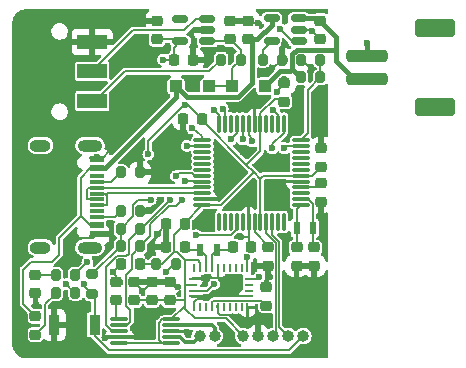
<source format=gtl>
%TF.GenerationSoftware,KiCad,Pcbnew,(7.0.0-0)*%
%TF.CreationDate,2023-03-07T12:57:00-05:00*%
%TF.ProjectId,Spatial Sense Module,53706174-6961-46c2-9053-656e7365204d,rev?*%
%TF.SameCoordinates,Original*%
%TF.FileFunction,Copper,L1,Top*%
%TF.FilePolarity,Positive*%
%FSLAX46Y46*%
G04 Gerber Fmt 4.6, Leading zero omitted, Abs format (unit mm)*
G04 Created by KiCad (PCBNEW (7.0.0-0)) date 2023-03-07 12:57:00*
%MOMM*%
%LPD*%
G01*
G04 APERTURE LIST*
G04 Aperture macros list*
%AMRoundRect*
0 Rectangle with rounded corners*
0 $1 Rounding radius*
0 $2 $3 $4 $5 $6 $7 $8 $9 X,Y pos of 4 corners*
0 Add a 4 corners polygon primitive as box body*
4,1,4,$2,$3,$4,$5,$6,$7,$8,$9,$2,$3,0*
0 Add four circle primitives for the rounded corners*
1,1,$1+$1,$2,$3*
1,1,$1+$1,$4,$5*
1,1,$1+$1,$6,$7*
1,1,$1+$1,$8,$9*
0 Add four rect primitives between the rounded corners*
20,1,$1+$1,$2,$3,$4,$5,0*
20,1,$1+$1,$4,$5,$6,$7,0*
20,1,$1+$1,$6,$7,$8,$9,0*
20,1,$1+$1,$8,$9,$2,$3,0*%
G04 Aperture macros list end*
%TA.AperFunction,SMDPad,CuDef*%
%ADD10RoundRect,0.250001X1.449999X-0.499999X1.449999X0.499999X-1.449999X0.499999X-1.449999X-0.499999X0*%
%TD*%
%TA.AperFunction,SMDPad,CuDef*%
%ADD11RoundRect,0.250000X1.500000X-0.250000X1.500000X0.250000X-1.500000X0.250000X-1.500000X-0.250000X0*%
%TD*%
%TA.AperFunction,SMDPad,CuDef*%
%ADD12RoundRect,0.225000X0.250000X-0.225000X0.250000X0.225000X-0.250000X0.225000X-0.250000X-0.225000X0*%
%TD*%
%TA.AperFunction,SMDPad,CuDef*%
%ADD13RoundRect,0.225000X0.225000X0.250000X-0.225000X0.250000X-0.225000X-0.250000X0.225000X-0.250000X0*%
%TD*%
%TA.AperFunction,SMDPad,CuDef*%
%ADD14RoundRect,0.225000X-0.225000X-0.250000X0.225000X-0.250000X0.225000X0.250000X-0.225000X0.250000X0*%
%TD*%
%TA.AperFunction,SMDPad,CuDef*%
%ADD15RoundRect,0.225000X-0.250000X0.225000X-0.250000X-0.225000X0.250000X-0.225000X0.250000X0.225000X0*%
%TD*%
%TA.AperFunction,ComponentPad*%
%ADD16C,1.000000*%
%TD*%
%TA.AperFunction,ComponentPad*%
%ADD17O,1.000000X1.000000*%
%TD*%
%TA.AperFunction,SMDPad,CuDef*%
%ADD18RoundRect,0.250000X-0.300000X-0.300000X0.300000X-0.300000X0.300000X0.300000X-0.300000X0.300000X0*%
%TD*%
%TA.AperFunction,SMDPad,CuDef*%
%ADD19RoundRect,0.200000X-0.200000X-0.275000X0.200000X-0.275000X0.200000X0.275000X-0.200000X0.275000X0*%
%TD*%
%TA.AperFunction,SMDPad,CuDef*%
%ADD20R,2.500000X1.250000*%
%TD*%
%TA.AperFunction,SMDPad,CuDef*%
%ADD21RoundRect,0.075000X-0.650000X-0.075000X0.650000X-0.075000X0.650000X0.075000X-0.650000X0.075000X0*%
%TD*%
%TA.AperFunction,SMDPad,CuDef*%
%ADD22RoundRect,0.200000X0.200000X0.275000X-0.200000X0.275000X-0.200000X-0.275000X0.200000X-0.275000X0*%
%TD*%
%TA.AperFunction,SMDPad,CuDef*%
%ADD23R,0.254000X0.675000*%
%TD*%
%TA.AperFunction,SMDPad,CuDef*%
%ADD24R,0.675000X0.254000*%
%TD*%
%TA.AperFunction,SMDPad,CuDef*%
%ADD25RoundRect,0.250000X0.300000X0.300000X-0.300000X0.300000X-0.300000X-0.300000X0.300000X-0.300000X0*%
%TD*%
%TA.AperFunction,SMDPad,CuDef*%
%ADD26RoundRect,0.150000X0.512500X0.150000X-0.512500X0.150000X-0.512500X-0.150000X0.512500X-0.150000X0*%
%TD*%
%TA.AperFunction,SMDPad,CuDef*%
%ADD27RoundRect,0.075000X0.662500X0.075000X-0.662500X0.075000X-0.662500X-0.075000X0.662500X-0.075000X0*%
%TD*%
%TA.AperFunction,SMDPad,CuDef*%
%ADD28RoundRect,0.075000X0.075000X0.662500X-0.075000X0.662500X-0.075000X-0.662500X0.075000X-0.662500X0*%
%TD*%
%TA.AperFunction,SMDPad,CuDef*%
%ADD29RoundRect,0.218750X0.256250X-0.218750X0.256250X0.218750X-0.256250X0.218750X-0.256250X-0.218750X0*%
%TD*%
%TA.AperFunction,SMDPad,CuDef*%
%ADD30R,0.600000X1.100000*%
%TD*%
%TA.AperFunction,SMDPad,CuDef*%
%ADD31R,1.150000X0.600000*%
%TD*%
%TA.AperFunction,SMDPad,CuDef*%
%ADD32R,1.150000X0.300000*%
%TD*%
%TA.AperFunction,ComponentPad*%
%ADD33O,2.100000X1.000000*%
%TD*%
%TA.AperFunction,ComponentPad*%
%ADD34O,1.800000X1.000000*%
%TD*%
%TA.AperFunction,SMDPad,CuDef*%
%ADD35R,0.900000X1.700000*%
%TD*%
%TA.AperFunction,SMDPad,CuDef*%
%ADD36RoundRect,0.200000X0.275000X-0.200000X0.275000X0.200000X-0.275000X0.200000X-0.275000X-0.200000X0*%
%TD*%
%TA.AperFunction,ViaPad*%
%ADD37C,0.600000*%
%TD*%
%TA.AperFunction,Conductor*%
%ADD38C,0.400000*%
%TD*%
%TA.AperFunction,Conductor*%
%ADD39C,0.200000*%
%TD*%
%TA.AperFunction,Conductor*%
%ADD40C,0.150000*%
%TD*%
%TA.AperFunction,Conductor*%
%ADD41C,0.127000*%
%TD*%
%TA.AperFunction,Conductor*%
%ADD42C,0.152400*%
%TD*%
%TA.AperFunction,Conductor*%
%ADD43C,0.300000*%
%TD*%
G04 APERTURE END LIST*
D10*
%TO.P,J2,MP,Pin_3*%
%TO.N,unconnected-(J2-Pin_3-PadMP)*%
X213050000Y-131000000D03*
X213050000Y-124300000D03*
D11*
%TO.P,J2,2,Pin_2*%
%TO.N,GND*%
X207300000Y-126650000D03*
%TO.P,J2,1,Pin_1*%
%TO.N,VBAT*%
X207300000Y-128650000D03*
%TD*%
D12*
%TO.P,C3,1*%
%TO.N,+3V3*%
X189050000Y-147375000D03*
%TO.P,C3,2*%
%TO.N,GND*%
X189050000Y-145825000D03*
%TD*%
%TO.P,C23,1*%
%TO.N,+3V3*%
X200250000Y-130550000D03*
%TO.P,C23,2*%
%TO.N,GND*%
X200250000Y-129000000D03*
%TD*%
D13*
%TO.P,C22,1*%
%TO.N,+3V3*%
X191825000Y-140950000D03*
%TO.P,C22,2*%
%TO.N,GND*%
X190275000Y-140950000D03*
%TD*%
D14*
%TO.P,C9,1*%
%TO.N,+3V3*%
X190950000Y-127000000D03*
%TO.P,C9,2*%
%TO.N,GND*%
X192500000Y-127000000D03*
%TD*%
D12*
%TO.P,C1,1*%
%TO.N,+3V3*%
X190550000Y-147375000D03*
%TO.P,C1,2*%
%TO.N,GND*%
X190550000Y-145825000D03*
%TD*%
%TO.P,C5,1*%
%TO.N,/DRV_REG*%
X186050000Y-147375000D03*
%TO.P,C5,2*%
%TO.N,GND*%
X186050000Y-145825000D03*
%TD*%
D15*
%TO.P,C12,1*%
%TO.N,/AREF*%
X203380000Y-137465000D03*
%TO.P,C12,2*%
%TO.N,GND*%
X203380000Y-139015000D03*
%TD*%
D12*
%TO.P,C18,1*%
%TO.N,GND*%
X202800000Y-144450000D03*
%TO.P,C18,2*%
%TO.N,Net-(U6-PA01)*%
X202800000Y-142900000D03*
%TD*%
D14*
%TO.P,C4,1*%
%TO.N,GND*%
X186475000Y-144300000D03*
%TO.P,C4,2*%
%TO.N,+3V3*%
X188025000Y-144300000D03*
%TD*%
D16*
%TO.P,J1,1,Pin_1*%
%TO.N,Net-(J1-Pin_1)*%
X193100000Y-150400000D03*
D17*
%TO.P,J1,2,Pin_2*%
%TO.N,Net-(J1-Pin_2)*%
X194369999Y-150399999D03*
%TD*%
D12*
%TO.P,C24,1*%
%TO.N,+3V3*%
X203380000Y-136055000D03*
%TO.P,C24,2*%
%TO.N,GND*%
X203380000Y-134505000D03*
%TD*%
D18*
%TO.P,D2,1,K*%
%TO.N,Net-(D1-K)*%
X195850000Y-129250000D03*
%TO.P,D2,2,A*%
%TO.N,VBAT*%
X198650000Y-129250000D03*
%TD*%
D19*
%TO.P,R6,1*%
%TO.N,Net-(D3-K)*%
X180935000Y-146730000D03*
%TO.P,R6,2*%
%TO.N,/STAT*%
X182585000Y-146730000D03*
%TD*%
D15*
%TO.P,C16,1*%
%TO.N,VBAT*%
X203300000Y-123725000D03*
%TO.P,C16,2*%
%TO.N,GND*%
X203300000Y-125275000D03*
%TD*%
D19*
%TO.P,R3,1*%
%TO.N,+3V3*%
X189425000Y-144300000D03*
%TO.P,R3,2*%
%TO.N,Net-(U2-~{BOOT_LOAD_PIN})*%
X191075000Y-144300000D03*
%TD*%
%TO.P,R4,1*%
%TO.N,/REG_ON*%
X194925000Y-127000000D03*
%TO.P,R4,2*%
%TO.N,Net-(D1-K)*%
X196575000Y-127000000D03*
%TD*%
D20*
%TO.P,SW2,1,C*%
%TO.N,GND*%
X183999999Y-125499999D03*
%TO.P,SW2,2,B*%
%TO.N,/REG_EN*%
X183999999Y-127999999D03*
%TO.P,SW2,3,A*%
%TO.N,/REG_ON*%
X183999999Y-130499999D03*
%TD*%
D19*
%TO.P,R1,1*%
%TO.N,+3V3*%
X186425000Y-142800000D03*
%TO.P,R1,2*%
%TO.N,/SCL*%
X188075000Y-142800000D03*
%TD*%
D16*
%TO.P,J4,1,Pin_1*%
%TO.N,+3V3*%
X196800000Y-150400000D03*
D17*
%TO.P,J4,2,Pin_2*%
%TO.N,GND*%
X198069999Y-150399999D03*
%TO.P,J4,3,Pin_3*%
%TO.N,/SWCLK*%
X199339999Y-150399999D03*
%TO.P,J4,4,Pin_4*%
%TO.N,/SWDIO*%
X200609999Y-150399999D03*
%TO.P,J4,5,Pin_5*%
%TO.N,/~{RESET}*%
X201879999Y-150399999D03*
%TD*%
D21*
%TO.P,U1,1,REG*%
%TO.N,/DRV_REG*%
X186300000Y-149000000D03*
%TO.P,U1,2,SCL*%
%TO.N,/SCL*%
X186300000Y-149500000D03*
%TO.P,U1,3,SDA*%
%TO.N,/SDA*%
X186300000Y-150000000D03*
%TO.P,U1,4,IN/TRIG*%
%TO.N,GND*%
X186300000Y-150500000D03*
%TO.P,U1,5,EN*%
%TO.N,+3V3*%
X186300000Y-151000000D03*
%TO.P,U1,6,VDD/NC*%
X190700000Y-151000000D03*
%TO.P,U1,7,OUT+*%
%TO.N,Net-(J1-Pin_1)*%
X190700000Y-150500000D03*
%TO.P,U1,8,GND*%
%TO.N,GND*%
X190700000Y-150000000D03*
%TO.P,U1,9,OUT-*%
%TO.N,Net-(J1-Pin_2)*%
X190700000Y-149500000D03*
%TO.P,U1,10,VDD*%
%TO.N,+3V3*%
X190700000Y-149000000D03*
%TD*%
D22*
%TO.P,R7,1*%
%TO.N,/D9*%
X203325000Y-127000000D03*
%TO.P,R7,2*%
%TO.N,GND*%
X201675000Y-127000000D03*
%TD*%
D12*
%TO.P,C14,1*%
%TO.N,VBUS*%
X197200000Y-125275000D03*
%TO.P,C14,2*%
%TO.N,GND*%
X197200000Y-123725000D03*
%TD*%
%TO.P,C2,1*%
%TO.N,+3V3*%
X187550000Y-147375000D03*
%TO.P,C2,2*%
%TO.N,GND*%
X187550000Y-145825000D03*
%TD*%
D23*
%TO.P,U2,1,PIN1*%
%TO.N,unconnected-(U2-PIN1-Pad1)*%
X192649999Y-144637499D03*
D24*
%TO.P,U2,2,GND*%
%TO.N,GND*%
X192512499Y-145549999D03*
%TO.P,U2,3,VDD*%
%TO.N,+3V3*%
X192512499Y-146049999D03*
%TO.P,U2,4,~{BOOT_LOAD_PIN}*%
%TO.N,Net-(U2-~{BOOT_LOAD_PIN})*%
X192512499Y-146549999D03*
%TO.P,U2,5,PS1*%
%TO.N,GND*%
X192512499Y-147049999D03*
D23*
%TO.P,U2,6,PS0*%
X192649999Y-147962499D03*
%TO.P,U2,7,PIN7*%
%TO.N,unconnected-(U2-PIN7-Pad7)*%
X193149999Y-147962499D03*
%TO.P,U2,8,PIN8*%
%TO.N,unconnected-(U2-PIN8-Pad8)*%
X193649999Y-147962499D03*
%TO.P,U2,9,CAP*%
%TO.N,Net-(U2-CAP)*%
X194149999Y-147962499D03*
%TO.P,U2,10,BL_IND*%
%TO.N,GND*%
X194649999Y-147962499D03*
%TO.P,U2,11,~{RESET}*%
%TO.N,unconnected-(U2-~{RESET}-Pad11)*%
X195149999Y-147962499D03*
%TO.P,U2,12,PIN12*%
%TO.N,unconnected-(U2-PIN12-Pad12)*%
X195649999Y-147962499D03*
%TO.P,U2,13,PIN13*%
%TO.N,unconnected-(U2-PIN13-Pad13)*%
X196149999Y-147962499D03*
%TO.P,U2,14,INT*%
%TO.N,unconnected-(U2-INT-Pad14)*%
X196649999Y-147962499D03*
%TO.P,U2,15,GNDIO*%
%TO.N,GND*%
X197149999Y-147962499D03*
D24*
%TO.P,U2,16,GNDIO*%
X197287499Y-147049999D03*
%TO.P,U2,17,COM3*%
%TO.N,unconnected-(U2-COM3-Pad17)*%
X197287499Y-146549999D03*
%TO.P,U2,18,COM2*%
%TO.N,unconnected-(U2-COM2-Pad18)*%
X197287499Y-146049999D03*
%TO.P,U2,19,COM1*%
%TO.N,/SCL*%
X197287499Y-145549999D03*
D23*
%TO.P,U2,20,COM0*%
%TO.N,/SDA*%
X197149999Y-144637499D03*
%TO.P,U2,21,PIN21*%
%TO.N,unconnected-(U2-PIN21-Pad21)*%
X196649999Y-144637499D03*
%TO.P,U2,22,PIN22*%
%TO.N,unconnected-(U2-PIN22-Pad22)*%
X196149999Y-144637499D03*
%TO.P,U2,23,PIN23*%
%TO.N,unconnected-(U2-PIN23-Pad23)*%
X195649999Y-144637499D03*
%TO.P,U2,24,PIN24*%
%TO.N,unconnected-(U2-PIN24-Pad24)*%
X195149999Y-144637499D03*
%TO.P,U2,25,GNDIO*%
%TO.N,GND*%
X194649999Y-144637499D03*
%TO.P,U2,26,XOUT32*%
%TO.N,Net-(U2-XOUT32)*%
X194149999Y-144637499D03*
%TO.P,U2,27,XIN32*%
%TO.N,Net-(U2-XIN32)*%
X193649999Y-144637499D03*
%TO.P,U2,28,VDDIO*%
%TO.N,+3V3*%
X193149999Y-144637499D03*
%TD*%
D15*
%TO.P,C11,2*%
%TO.N,Net-(U2-CAP)*%
X198750000Y-147825000D03*
%TO.P,C11,1*%
%TO.N,GND*%
X198750000Y-146275000D03*
%TD*%
D25*
%TO.P,D1,1,K*%
%TO.N,Net-(D1-K)*%
X193900000Y-129250000D03*
%TO.P,D1,2,A*%
%TO.N,VBUS*%
X191100000Y-129250000D03*
%TD*%
D13*
%TO.P,C7,1*%
%TO.N,GND*%
X197450000Y-142850000D03*
%TO.P,C7,2*%
%TO.N,Net-(U2-XOUT32)*%
X195900000Y-142850000D03*
%TD*%
D19*
%TO.P,R5,1*%
%TO.N,VBAT*%
X201675000Y-128500000D03*
%TO.P,R5,2*%
%TO.N,/D9*%
X203325000Y-128500000D03*
%TD*%
D26*
%TO.P,U3,1,VIN*%
%TO.N,Net-(D1-K)*%
X193750000Y-125450000D03*
%TO.P,U3,2,GND*%
%TO.N,GND*%
X193750000Y-124500000D03*
%TO.P,U3,3,EN*%
%TO.N,/REG_EN*%
X193750000Y-123550000D03*
%TO.P,U3,4,NC*%
%TO.N,unconnected-(U3-NC-Pad4)*%
X191475000Y-123550000D03*
%TO.P,U3,5,VOUT*%
%TO.N,+3V3*%
X191475000Y-125450000D03*
%TD*%
D12*
%TO.P,C17,1*%
%TO.N,GND*%
X201300000Y-144450000D03*
%TO.P,C17,2*%
%TO.N,Net-(U6-PA00)*%
X201300000Y-142900000D03*
%TD*%
D27*
%TO.P,U6,1,PA00*%
%TO.N,Net-(U6-PA00)*%
X201662500Y-139320000D03*
%TO.P,U6,2,PA01*%
%TO.N,Net-(U6-PA01)*%
X201662500Y-138820000D03*
%TO.P,U6,3,PA02*%
%TO.N,/A0*%
X201662500Y-138320000D03*
%TO.P,U6,4,PA03*%
%TO.N,/AREF*%
X201662500Y-137820000D03*
%TO.P,U6,5,GNDANA*%
%TO.N,GND*%
X201662500Y-137320000D03*
%TO.P,U6,6,VDDANA*%
%TO.N,+3V3*%
X201662500Y-136820000D03*
%TO.P,U6,7,PB08*%
%TO.N,/A1*%
X201662500Y-136320000D03*
%TO.P,U6,8,PB09*%
%TO.N,/A2*%
X201662500Y-135820000D03*
%TO.P,U6,9,PA04*%
%TO.N,/A3*%
X201662500Y-135320000D03*
%TO.P,U6,10,PA05*%
%TO.N,/A4*%
X201662500Y-134820000D03*
%TO.P,U6,11,PA06*%
%TO.N,/D8_CS*%
X201662500Y-134320000D03*
%TO.P,U6,12,PA07*%
%TO.N,/D9*%
X201662500Y-133820000D03*
D28*
%TO.P,U6,13,PA08*%
%TO.N,/D4_RST*%
X200250000Y-132407500D03*
%TO.P,U6,14,PA09*%
%TO.N,/D3_IRQ*%
X199750000Y-132407500D03*
%TO.P,U6,15,PA10*%
%TO.N,/D1*%
X199250000Y-132407500D03*
%TO.P,U6,16,PA11*%
%TO.N,/D0*%
X198750000Y-132407500D03*
%TO.P,U6,17,VDDIO*%
%TO.N,+3V3*%
X198250000Y-132407500D03*
%TO.P,U6,18,GND*%
%TO.N,GND*%
X197750000Y-132407500D03*
%TO.P,U6,19,PB10*%
%TO.N,/MOSI*%
X197250000Y-132407500D03*
%TO.P,U6,20,PB11*%
%TO.N,/SCK*%
X196750000Y-132407500D03*
%TO.P,U6,21,PA12*%
%TO.N,/MISO*%
X196250000Y-132407500D03*
%TO.P,U6,22,PA13*%
%TO.N,unconnected-(U6-PA13-Pad22)*%
X195750000Y-132407500D03*
%TO.P,U6,23,PA14*%
%TO.N,/D2*%
X195250000Y-132407500D03*
%TO.P,U6,24,PA15*%
%TO.N,/D5*%
X194750000Y-132407500D03*
D27*
%TO.P,U6,25,PA16*%
%TO.N,/D11*%
X193337500Y-133820000D03*
%TO.P,U6,26,PA17*%
%TO.N,/D13*%
X193337500Y-134320000D03*
%TO.P,U6,27,PA18*%
%TO.N,/D10*%
X193337500Y-134820000D03*
%TO.P,U6,28,PA19*%
%TO.N,/D12*%
X193337500Y-135320000D03*
%TO.P,U6,29,PA20*%
%TO.N,/D6*%
X193337500Y-135820000D03*
%TO.P,U6,30,PA21*%
%TO.N,/D7*%
X193337500Y-136320000D03*
%TO.P,U6,31,PA22*%
%TO.N,/SDA*%
X193337500Y-136820000D03*
%TO.P,U6,32,PA23*%
%TO.N,/SCL*%
X193337500Y-137320000D03*
%TO.P,U6,33,PA24*%
%TO.N,/D-*%
X193337500Y-137820000D03*
%TO.P,U6,34,PA25*%
%TO.N,/D+*%
X193337500Y-138320000D03*
%TO.P,U6,35,GND*%
%TO.N,GND*%
X193337500Y-138820000D03*
%TO.P,U6,36,VDDIO*%
%TO.N,+3V3*%
X193337500Y-139320000D03*
D28*
%TO.P,U6,37,PB22*%
%TO.N,unconnected-(U6-PB22-Pad37)*%
X194750000Y-140732500D03*
%TO.P,U6,38,PB23*%
%TO.N,unconnected-(U6-PB23-Pad38)*%
X195250000Y-140732500D03*
%TO.P,U6,39,PA27*%
%TO.N,unconnected-(U6-PA27-Pad39)*%
X195750000Y-140732500D03*
%TO.P,U6,40,~{RESET}*%
%TO.N,/~{RESET}*%
X196250000Y-140732500D03*
%TO.P,U6,41,PA28*%
%TO.N,unconnected-(U6-PA28-Pad41)*%
X196750000Y-140732500D03*
%TO.P,U6,42,GND*%
%TO.N,GND*%
X197250000Y-140732500D03*
%TO.P,U6,43,VDDCORE*%
%TO.N,Net-(U6-VDDCORE)*%
X197750000Y-140732500D03*
%TO.P,U6,44,VDDIN*%
%TO.N,+3V3*%
X198250000Y-140732500D03*
%TO.P,U6,45,PA30*%
%TO.N,/SWCLK*%
X198750000Y-140732500D03*
%TO.P,U6,46,PA31*%
%TO.N,/SWDIO*%
X199250000Y-140732500D03*
%TO.P,U6,47,PB02*%
%TO.N,/A5*%
X199750000Y-140732500D03*
%TO.P,U6,48,PB03*%
%TO.N,unconnected-(U6-PB03-Pad48)*%
X200250000Y-140732500D03*
%TD*%
D29*
%TO.P,D4,1,K*%
%TO.N,GND*%
X179200000Y-146787500D03*
%TO.P,D4,2,A*%
%TO.N,/LED_D13*%
X179200000Y-145212500D03*
%TD*%
D13*
%TO.P,C13,1*%
%TO.N,+3V3*%
X193275000Y-132000000D03*
%TO.P,C13,2*%
%TO.N,GND*%
X191725000Y-132000000D03*
%TD*%
D30*
%TO.P,X1,1,1*%
%TO.N,Net-(U2-XOUT32)*%
X194549999Y-143099999D03*
%TO.P,X1,2,2*%
%TO.N,Net-(U2-XIN32)*%
X193149999Y-143099999D03*
%TD*%
D19*
%TO.P,R12,1*%
%TO.N,Net-(J3-CC2)*%
X186425000Y-139840000D03*
%TO.P,R12,2*%
%TO.N,GND*%
X188075000Y-139840000D03*
%TD*%
D31*
%TO.P,J3,A1,GND*%
%TO.N,GND*%
X184379999Y-135389999D03*
%TO.P,J3,A4,VBUS*%
%TO.N,VBUS*%
X184379999Y-136189999D03*
D32*
%TO.P,J3,A5,CC1*%
%TO.N,Net-(J3-CC1)*%
X184379999Y-137339999D03*
%TO.P,J3,A6,D+*%
%TO.N,/D+*%
X184379999Y-138339999D03*
%TO.P,J3,A7,D-*%
%TO.N,/D-*%
X184379999Y-138839999D03*
%TO.P,J3,A8,SBU1*%
%TO.N,unconnected-(J3-SBU1-PadA8)*%
X184379999Y-139839999D03*
D31*
%TO.P,J3,A9,VBUS*%
%TO.N,VBUS*%
X184379999Y-140989999D03*
%TO.P,J3,A12,GND*%
%TO.N,GND*%
X184379999Y-141789999D03*
%TO.P,J3,B1,GND*%
X184379999Y-141789999D03*
%TO.P,J3,B4,VBUS*%
%TO.N,VBUS*%
X184379999Y-140989999D03*
D32*
%TO.P,J3,B5,CC2*%
%TO.N,Net-(J3-CC2)*%
X184379999Y-140339999D03*
%TO.P,J3,B6,D+*%
%TO.N,/D+*%
X184379999Y-139339999D03*
%TO.P,J3,B7,D-*%
%TO.N,/D-*%
X184379999Y-137839999D03*
%TO.P,J3,B8,SBU2*%
%TO.N,unconnected-(J3-SBU2-PadB8)*%
X184379999Y-136839999D03*
D31*
%TO.P,J3,B9,VBUS*%
%TO.N,VBUS*%
X184379999Y-136189999D03*
%TO.P,J3,B12,GND*%
%TO.N,GND*%
X184379999Y-135389999D03*
D33*
%TO.P,J3,S1,SHIELD*%
%TO.N,unconnected-(J3-SHIELD-PadS1)*%
X183804999Y-134269999D03*
D34*
X179624999Y-134269999D03*
D33*
X183804999Y-142909999D03*
D34*
X179624999Y-142909999D03*
%TD*%
D30*
%TO.P,X2,1,1*%
%TO.N,Net-(U6-PA00)*%
X201299999Y-141249999D03*
%TO.P,X2,2,2*%
%TO.N,Net-(U6-PA01)*%
X202699999Y-141249999D03*
%TD*%
D35*
%TO.P,SW1,1,1*%
%TO.N,/~{RESET}*%
X184199999Y-149449999D03*
%TO.P,SW1,2,2*%
%TO.N,GND*%
X180799999Y-149449999D03*
%TD*%
D29*
%TO.P,D3,1,K*%
%TO.N,Net-(D3-K)*%
X179200000Y-150287500D03*
%TO.P,D3,2,A*%
%TO.N,VBUS*%
X179200000Y-148712500D03*
%TD*%
D19*
%TO.P,R2,1*%
%TO.N,+3V3*%
X186425000Y-141300000D03*
%TO.P,R2,2*%
%TO.N,/SDA*%
X188075000Y-141300000D03*
%TD*%
D22*
%TO.P,R11,1*%
%TO.N,/D13*%
X182575000Y-145250000D03*
%TO.P,R11,2*%
%TO.N,/LED_D13*%
X180925000Y-145250000D03*
%TD*%
D19*
%TO.P,R13,1*%
%TO.N,Net-(J3-CC1)*%
X186425000Y-136550000D03*
%TO.P,R13,2*%
%TO.N,GND*%
X188075000Y-136550000D03*
%TD*%
D36*
%TO.P,R9,1*%
%TO.N,/~{RESET}*%
X184000000Y-146825000D03*
%TO.P,R9,2*%
%TO.N,+3V3*%
X184000000Y-145175000D03*
%TD*%
D26*
%TO.P,U4,1,STAT*%
%TO.N,/STAT*%
X201475000Y-125400000D03*
%TO.P,U4,2,V_{SS}*%
%TO.N,GND*%
X201475000Y-124450000D03*
%TO.P,U4,3,V_{BAT}*%
%TO.N,VBAT*%
X201475000Y-123500000D03*
%TO.P,U4,4,V_{DD}*%
%TO.N,VBUS*%
X199200000Y-123500000D03*
%TO.P,U4,5,PROG*%
%TO.N,Net-(U4-PROG)*%
X199200000Y-125400000D03*
%TD*%
D19*
%TO.P,R8,1*%
%TO.N,Net-(U4-PROG)*%
X198425000Y-127000000D03*
%TO.P,R8,2*%
%TO.N,GND*%
X200075000Y-127000000D03*
%TD*%
D14*
%TO.P,C6,1*%
%TO.N,GND*%
X190275000Y-142830000D03*
%TO.P,C6,2*%
%TO.N,Net-(U2-XIN32)*%
X191825000Y-142830000D03*
%TD*%
D12*
%TO.P,C15,1*%
%TO.N,GND*%
X198900000Y-144450000D03*
%TO.P,C15,2*%
%TO.N,Net-(U6-VDDCORE)*%
X198900000Y-142900000D03*
%TD*%
%TO.P,C10,1*%
%TO.N,+3V3*%
X189500000Y-125275000D03*
%TO.P,C10,2*%
%TO.N,GND*%
X189500000Y-123725000D03*
%TD*%
%TO.P,C8,1*%
%TO.N,Net-(D1-K)*%
X195700000Y-125275000D03*
%TO.P,C8,2*%
%TO.N,GND*%
X195700000Y-123725000D03*
%TD*%
D37*
%TO.N,GND*%
X207300000Y-125550000D03*
X185075000Y-150525000D03*
X192875000Y-140975000D03*
X192500000Y-129200000D03*
X201100000Y-132575000D03*
%TO.N,+3V3*%
X191875000Y-130875000D03*
X190000000Y-127000000D03*
X188750000Y-135000000D03*
X188950000Y-138850000D03*
%TO.N,GND*%
X202500000Y-127650000D03*
X200300000Y-142100000D03*
X191300000Y-146250000D03*
X181200000Y-125950000D03*
X201800000Y-151900000D03*
X186000000Y-127650000D03*
X190250000Y-137300000D03*
X188850000Y-139700000D03*
X182150000Y-147950000D03*
X177550000Y-150400000D03*
X181250000Y-129950000D03*
X181300000Y-135750000D03*
X203300000Y-149850000D03*
X190600000Y-134300000D03*
X188150000Y-123950000D03*
X184700000Y-151900000D03*
X200250000Y-125800000D03*
X196600000Y-142000000D03*
X181700000Y-144250000D03*
X203360000Y-132750000D03*
X203475000Y-140750000D03*
X188750000Y-143600000D03*
X185750000Y-145000000D03*
X188100000Y-126000000D03*
X180850000Y-152000000D03*
X189550000Y-141775000D03*
X181400000Y-139700000D03*
X203200000Y-147750000D03*
X198750000Y-135600000D03*
X203200000Y-146000000D03*
X182450000Y-142000000D03*
X195300000Y-136750000D03*
X199050000Y-145400000D03*
X198000000Y-123900000D03*
X184850000Y-132900000D03*
X201950000Y-147750000D03*
X199250000Y-127725000D03*
X194000000Y-126550000D03*
X188200000Y-146600000D03*
X199625000Y-129775000D03*
X182450000Y-150000000D03*
X195530000Y-150480000D03*
X188400000Y-130700000D03*
X202600000Y-124550000D03*
X196975000Y-130700000D03*
X196800000Y-134800000D03*
X195500000Y-145700000D03*
X197200000Y-138200000D03*
X196150000Y-148850000D03*
X183950000Y-123950000D03*
X201950000Y-146000000D03*
X188450000Y-149975000D03*
X192000000Y-150100000D03*
X177500000Y-146150000D03*
X193450000Y-145500000D03*
X179250000Y-147700000D03*
X199400000Y-138100000D03*
X200700000Y-147750000D03*
X200700000Y-146000000D03*
X178450000Y-141750000D03*
X192550000Y-125900000D03*
X200350000Y-123700000D03*
%TO.N,/~{RESET}*%
X183300000Y-145975000D03*
X192810378Y-141876428D03*
%TO.N,/D13*%
X192000000Y-134300000D03*
X183600000Y-144150000D03*
%TO.N,/SCL*%
X198150000Y-145400000D03*
X191900000Y-137250000D03*
X191600000Y-138850000D03*
%TO.N,/SDA*%
X190600000Y-138850000D03*
X191100000Y-136850000D03*
X197150000Y-143750000D03*
%TO.N,/D8_CS*%
X200250000Y-134500000D03*
%TO.N,/D4_RST*%
X199250000Y-134500000D03*
%TO.N,/D3_IRQ*%
X199300000Y-131223500D03*
%TO.N,/MOSI*%
X197537115Y-133907423D03*
%TO.N,/SCK*%
X196750000Y-133750000D03*
%TO.N,/MISO*%
X195750000Y-133750000D03*
%TO.N,/D2*%
X195050000Y-131150000D03*
%TO.N,/D5*%
X194300000Y-131250000D03*
%TO.N,/D11*%
X192450000Y-132800000D03*
%TO.N,/STAT*%
X181800000Y-146025000D03*
X199900000Y-124400000D03*
%TO.N,Net-(U2-~{BOOT_LOAD_PIN})*%
X194300000Y-146000000D03*
X190250000Y-144950000D03*
%TD*%
D38*
%TO.N,GND*%
X207300000Y-126650000D02*
X207300000Y-125550000D01*
%TO.N,VBAT*%
X204650000Y-126150000D02*
X204650000Y-127150000D01*
X204650000Y-127150000D02*
X206150000Y-128650000D01*
X204400000Y-126150000D02*
X201304709Y-126150000D01*
X204650000Y-126150000D02*
X204400000Y-126150000D01*
D39*
%TO.N,+3V3*%
X186425000Y-142800000D02*
X186425000Y-142050000D01*
X198250000Y-137072092D02*
X198250000Y-140732500D01*
X193275000Y-132097092D02*
X197063954Y-135886046D01*
X190950000Y-127000000D02*
X190950000Y-125975000D01*
D40*
X192512500Y-146050000D02*
X191850000Y-146050000D01*
D39*
X198250000Y-132407500D02*
X198250000Y-131528209D01*
X191850000Y-148081000D02*
X192669000Y-148900000D01*
X190700000Y-151000000D02*
X189940144Y-151000000D01*
X190952000Y-143287225D02*
X191147225Y-143287225D01*
X190550000Y-147375000D02*
X191775000Y-147375000D01*
X198250000Y-131528209D02*
X199453209Y-130325000D01*
X188750000Y-135000000D02*
X188750000Y-133860775D01*
X186425000Y-141300000D02*
X187448000Y-140277000D01*
X191850000Y-143990000D02*
X192921000Y-143990000D01*
X189425000Y-144300000D02*
X188025000Y-144300000D01*
X187900000Y-138850000D02*
X188950000Y-138850000D01*
X191775000Y-147375000D02*
X191850000Y-147450000D01*
X192669000Y-148900000D02*
X195300000Y-148900000D01*
X191850000Y-147450000D02*
X191850000Y-147850000D01*
X191850000Y-146050000D02*
X191850000Y-147450000D01*
X189940144Y-151000000D02*
X189671800Y-150731656D01*
X201662500Y-136820000D02*
X202615000Y-136820000D01*
X198250000Y-137072092D02*
X198502092Y-136820000D01*
X193275000Y-132000000D02*
X193275000Y-132097092D01*
X192921000Y-143990000D02*
X193150000Y-144219000D01*
X188750000Y-133860775D02*
X191735775Y-130875000D01*
X192150000Y-130875000D02*
X193275000Y-132000000D01*
X189671800Y-150731656D02*
X189671800Y-149268344D01*
X191875000Y-130875000D02*
X192150000Y-130875000D01*
X190550000Y-147375000D02*
X187550000Y-147375000D01*
X191850000Y-147850000D02*
X190700000Y-149000000D01*
X189940144Y-149000000D02*
X190700000Y-149000000D01*
X193150000Y-144219000D02*
X193150000Y-144637500D01*
X190952000Y-141823000D02*
X191825000Y-140950000D01*
X194880000Y-139320000D02*
X193337500Y-139320000D01*
X202615000Y-136820000D02*
X203380000Y-136055000D01*
X186425000Y-142050000D02*
X186425000Y-141300000D01*
X197063954Y-135886046D02*
X197688954Y-136511046D01*
X189671800Y-149268344D02*
X189940144Y-149000000D01*
X187448000Y-139302000D02*
X187900000Y-138850000D01*
X190950000Y-127000000D02*
X190000000Y-127000000D01*
X186425000Y-142050000D02*
X186425000Y-142750000D01*
X191850000Y-147850000D02*
X191850000Y-148081000D01*
X197063954Y-135886046D02*
X198250000Y-134700000D01*
X189500000Y-125275000D02*
X191300000Y-125275000D01*
X191850000Y-143990000D02*
X191850000Y-146050000D01*
X199453209Y-130325000D02*
X200250000Y-130325000D01*
X190950000Y-125975000D02*
X191475000Y-125450000D01*
X195300000Y-148900000D02*
X196800000Y-150400000D01*
X186300000Y-151000000D02*
X190700000Y-151000000D01*
X197688954Y-136511046D02*
X198250000Y-137072092D01*
X186425000Y-142750000D02*
X184000000Y-145175000D01*
X198250000Y-134700000D02*
X198250000Y-132407500D01*
X191147225Y-143287225D02*
X191850000Y-143990000D01*
X197688954Y-136511046D02*
X194880000Y-139320000D01*
X189939225Y-144300000D02*
X189425000Y-144300000D01*
X187448000Y-140277000D02*
X187448000Y-139302000D01*
X191735775Y-130875000D02*
X191875000Y-130875000D01*
X191825000Y-140950000D02*
X191825000Y-140832500D01*
X190952000Y-143287225D02*
X189939225Y-144300000D01*
X198502092Y-136820000D02*
X201662500Y-136820000D01*
X191825000Y-140832500D02*
X193337500Y-139320000D01*
X190952000Y-143287225D02*
X190952000Y-141823000D01*
D41*
%TO.N,GND*%
X190975000Y-146250000D02*
X190550000Y-145825000D01*
X194832500Y-148609500D02*
X195909500Y-148609500D01*
X189550000Y-141675000D02*
X190275000Y-140950000D01*
X188200000Y-146475000D02*
X187550000Y-145825000D01*
X203300000Y-125250000D02*
X202600000Y-124550000D01*
X192650000Y-147498000D02*
X192898000Y-147250000D01*
X194650000Y-147962500D02*
X194650000Y-148427000D01*
X199625000Y-129625000D02*
X200250000Y-129000000D01*
X203300000Y-125275000D02*
X203300000Y-125250000D01*
X188200000Y-146600000D02*
X188200000Y-146475000D01*
X188275000Y-146600000D02*
X189050000Y-145825000D01*
X197250000Y-142000000D02*
X196600000Y-142000000D01*
X202500000Y-127650000D02*
X202325000Y-127650000D01*
X199250000Y-127725000D02*
X199350000Y-127725000D01*
X197375000Y-123900000D02*
X197200000Y-123725000D01*
X182568500Y-142118500D02*
X182450000Y-142000000D01*
X202325000Y-127650000D02*
X201675000Y-127000000D01*
X199625000Y-129775000D02*
X199625000Y-129625000D01*
X195500000Y-145700000D02*
X195300000Y-145500000D01*
X196450000Y-147050000D02*
X196000000Y-146600000D01*
X189550000Y-141775000D02*
X189550000Y-141675000D01*
X195300000Y-145500000D02*
X194650000Y-145500000D01*
X202600000Y-124550000D02*
X202500000Y-124450000D01*
X186050000Y-145825000D02*
X186050000Y-145300000D01*
X197250000Y-142000000D02*
X197250000Y-140732500D01*
X197250000Y-142650000D02*
X197250000Y-142000000D01*
X198000000Y-123900000D02*
X197375000Y-123900000D01*
X195909500Y-148609500D02*
X196150000Y-148850000D01*
X202500000Y-124450000D02*
X201475000Y-124450000D01*
X184810000Y-135390000D02*
X185550000Y-134650000D01*
X192650000Y-147962500D02*
X192650000Y-147498000D01*
X194650000Y-145500000D02*
X193450000Y-145500000D01*
X194650000Y-148427000D02*
X194832500Y-148609500D01*
X192898000Y-147250000D02*
X193850000Y-147250000D01*
X184380000Y-135390000D02*
X184810000Y-135390000D01*
X188200000Y-146600000D02*
X188275000Y-146600000D01*
X197287500Y-147050000D02*
X196450000Y-147050000D01*
X194650000Y-144637500D02*
X194650000Y-145500000D01*
X185775000Y-145000000D02*
X186475000Y-144300000D01*
X184051500Y-142118500D02*
X182568500Y-142118500D01*
X191300000Y-146250000D02*
X190975000Y-146250000D01*
X197450000Y-142850000D02*
X197250000Y-142650000D01*
X184380000Y-141790000D02*
X184051500Y-142118500D01*
X199350000Y-127725000D02*
X200075000Y-127000000D01*
X185750000Y-145000000D02*
X185775000Y-145000000D01*
X186050000Y-145300000D02*
X185750000Y-145000000D01*
D38*
%TO.N,VBAT*%
X201475000Y-123500000D02*
X203075000Y-123500000D01*
X200948000Y-126506709D02*
X200948000Y-127773000D01*
X203300000Y-123725000D02*
X204650000Y-125075000D01*
X199925000Y-127975000D02*
X198650000Y-129250000D01*
X200746000Y-127975000D02*
X199925000Y-127975000D01*
X200948000Y-127773000D02*
X201675000Y-128500000D01*
X204650000Y-125075000D02*
X204650000Y-126150000D01*
X201304709Y-126150000D02*
X200948000Y-126506709D01*
X200948000Y-127773000D02*
X200746000Y-127975000D01*
D41*
%TO.N,/DRV_REG*%
X186050000Y-148750000D02*
X186300000Y-149000000D01*
X186050000Y-147375000D02*
X186050000Y-148750000D01*
%TO.N,/AREF*%
X203025000Y-137820000D02*
X201662500Y-137820000D01*
X203380000Y-137465000D02*
X203025000Y-137820000D01*
D39*
%TO.N,VBUS*%
X183050000Y-138950000D02*
X183050000Y-137800000D01*
D38*
X199200000Y-123500000D02*
X199200000Y-124062920D01*
X197527000Y-128989001D02*
X196366001Y-130150000D01*
D39*
X178850000Y-144100000D02*
X178150000Y-144800000D01*
X178150000Y-144800000D02*
X178150000Y-147662500D01*
D38*
X197987920Y-125275000D02*
X197200000Y-125275000D01*
X199200000Y-124062920D02*
X197987920Y-125275000D01*
D39*
X181200000Y-142100000D02*
X181200000Y-143500000D01*
X178150000Y-147662500D02*
X179200000Y-148712500D01*
D38*
X191100000Y-130199000D02*
X185109000Y-136190000D01*
D39*
X183050000Y-140250000D02*
X183050000Y-138950000D01*
X180600000Y-144100000D02*
X178850000Y-144100000D01*
X183050000Y-140250000D02*
X181200000Y-142100000D01*
X183790000Y-140990000D02*
X183050000Y-140250000D01*
X183050000Y-137800000D02*
X183050000Y-136991000D01*
D38*
X192000000Y-130150000D02*
X191100000Y-129250000D01*
D39*
X184380000Y-140990000D02*
X183790000Y-140990000D01*
D38*
X197527000Y-125602000D02*
X197527000Y-128989001D01*
X191100000Y-129250000D02*
X191100000Y-130199000D01*
X197200000Y-125275000D02*
X197527000Y-125602000D01*
X185109000Y-136190000D02*
X184380000Y-136190000D01*
D39*
X183851000Y-136190000D02*
X184380000Y-136190000D01*
X183050000Y-136991000D02*
X183851000Y-136190000D01*
X181200000Y-143500000D02*
X180600000Y-144100000D01*
D38*
X196366001Y-130150000D02*
X192000000Y-130150000D01*
D39*
%TO.N,/D+*%
X184380000Y-139340000D02*
X185211400Y-139340000D01*
X185258200Y-139293200D02*
X185258200Y-138508200D01*
X184380000Y-138340000D02*
X185242501Y-138340000D01*
X185211400Y-139340000D02*
X185258200Y-139293200D01*
X185090000Y-138340000D02*
X184380000Y-138340000D01*
X185242501Y-138340000D02*
X185267501Y-138315000D01*
X185267501Y-138315000D02*
X192766660Y-138315000D01*
X185258200Y-138508200D02*
X185090000Y-138340000D01*
D42*
%TO.N,/D-*%
X183652600Y-138840000D02*
X183601800Y-138789200D01*
X184380000Y-138840000D02*
X183652600Y-138840000D01*
X183601800Y-138789200D02*
X183601800Y-137986800D01*
D39*
X185242501Y-137840000D02*
X185267501Y-137865000D01*
D42*
X183601800Y-137986800D02*
X183748600Y-137840000D01*
D39*
X185267501Y-137865000D02*
X192766660Y-137865000D01*
X184380000Y-137840000D02*
X185242501Y-137840000D01*
D42*
X183748600Y-137840000D02*
X184380000Y-137840000D01*
D41*
%TO.N,/~{RESET}*%
X183300000Y-145975000D02*
X183300000Y-146125000D01*
D39*
X185400000Y-151600000D02*
X200680000Y-151600000D01*
D41*
X192836806Y-141850000D02*
X195745474Y-141850000D01*
X195745474Y-141850000D02*
X196250000Y-141345474D01*
X183300000Y-146125000D02*
X184000000Y-146825000D01*
D39*
X184200000Y-150400000D02*
X185400000Y-151600000D01*
X184200000Y-147025000D02*
X184000000Y-146825000D01*
D41*
X192810378Y-141876428D02*
X192836806Y-141850000D01*
D39*
X184200000Y-150400000D02*
X184200000Y-149400000D01*
X184200000Y-149400000D02*
X184200000Y-147025000D01*
X200680000Y-151600000D02*
X201880000Y-150400000D01*
D41*
X196250000Y-141345474D02*
X196250000Y-140732500D01*
D39*
%TO.N,/D9*%
X203325000Y-128500000D02*
X203325000Y-127000000D01*
X202250000Y-133232500D02*
X202250000Y-129575000D01*
X202250000Y-129575000D02*
X203325000Y-128500000D01*
X201662500Y-133820000D02*
X202250000Y-133232500D01*
D41*
%TO.N,/D13*%
X192020000Y-134320000D02*
X192000000Y-134300000D01*
X182575000Y-145250000D02*
X182575000Y-145175000D01*
X193337500Y-134320000D02*
X192020000Y-134320000D01*
X182575000Y-145175000D02*
X183600000Y-144150000D01*
D40*
%TO.N,/SCL*%
X198000000Y-145550000D02*
X198150000Y-145400000D01*
X187227000Y-149189737D02*
X187227000Y-148177000D01*
X191600000Y-138850000D02*
X191098000Y-139352000D01*
X186873000Y-147823000D02*
X186873000Y-145227000D01*
X188920869Y-140920869D02*
X188920869Y-141954131D01*
X188920869Y-141954131D02*
X188075000Y-142800000D01*
X186873000Y-145227000D02*
X187373000Y-144727000D01*
X187227000Y-148177000D02*
X186873000Y-147823000D01*
X186916737Y-149500000D02*
X187227000Y-149189737D01*
X187373000Y-144727000D02*
X187373000Y-143502000D01*
X191098000Y-139352000D02*
X190489738Y-139352000D01*
X197287500Y-145550000D02*
X198000000Y-145550000D01*
X187373000Y-143502000D02*
X188075000Y-142800000D01*
X186300000Y-149500000D02*
X186916737Y-149500000D01*
X193267500Y-137250000D02*
X193337500Y-137320000D01*
X190489738Y-139352000D02*
X188920869Y-140920869D01*
X191900000Y-137250000D02*
X193267500Y-137250000D01*
%TO.N,/SDA*%
X186876869Y-143623000D02*
X186073131Y-143623000D01*
X188075000Y-141300000D02*
X188150000Y-141300000D01*
X186073131Y-143623000D02*
X185150000Y-144546131D01*
X185150000Y-144546131D02*
X185150000Y-149466737D01*
X185150000Y-149466737D02*
X185683263Y-150000000D01*
X188075000Y-141300000D02*
X187076935Y-142298065D01*
D41*
X197150000Y-144637500D02*
X197150000Y-143750000D01*
D40*
X191100000Y-136850000D02*
X191353000Y-136597000D01*
X187076935Y-142298065D02*
X187076935Y-143422934D01*
X192696000Y-136820000D02*
X193337500Y-136820000D01*
X185683263Y-150000000D02*
X186300000Y-150000000D01*
X192473000Y-136597000D02*
X192696000Y-136820000D01*
X188150000Y-141300000D02*
X190600000Y-138850000D01*
X191353000Y-136597000D02*
X192473000Y-136597000D01*
X187076935Y-143422934D02*
X186876869Y-143623000D01*
D41*
%TO.N,/SWCLK*%
X199565500Y-150174500D02*
X199340000Y-150400000D01*
X198750000Y-141687394D02*
X199565500Y-142502894D01*
X198750000Y-140732500D02*
X198750000Y-141687394D01*
X199565500Y-142502894D02*
X199565500Y-150174500D01*
%TO.N,/SWDIO*%
X199250000Y-141828184D02*
X199850000Y-142428184D01*
X199850000Y-149640000D02*
X200610000Y-150400000D01*
X199250000Y-140732500D02*
X199250000Y-141828184D01*
X199850000Y-142428184D02*
X199850000Y-149640000D01*
D39*
%TO.N,/D8_CS*%
X200430000Y-134320000D02*
X200250000Y-134500000D01*
X201662500Y-134320000D02*
X200430000Y-134320000D01*
%TO.N,/D4_RST*%
X199250000Y-134179856D02*
X200250000Y-133179856D01*
X199250000Y-134500000D02*
X199250000Y-134179856D01*
X200250000Y-133179856D02*
X200250000Y-132407500D01*
%TO.N,/D3_IRQ*%
X199750000Y-132407500D02*
X199750000Y-131673500D01*
X199750000Y-131673500D02*
X199300000Y-131223500D01*
%TO.N,/MOSI*%
X197250000Y-133396946D02*
X197250000Y-132407500D01*
X197537115Y-133684061D02*
X197250000Y-133396946D01*
X197537115Y-133907423D02*
X197537115Y-133684061D01*
%TO.N,/SCK*%
X196750000Y-132407500D02*
X196750000Y-133750000D01*
%TO.N,/MISO*%
X196250000Y-133250000D02*
X195750000Y-133750000D01*
X196250000Y-132407500D02*
X196250000Y-133250000D01*
D41*
%TO.N,/D2*%
X195250000Y-132407500D02*
X195250000Y-131350000D01*
X195250000Y-131350000D02*
X195050000Y-131150000D01*
%TO.N,/D5*%
X194750000Y-132407500D02*
X194750000Y-131700000D01*
X194750000Y-131700000D02*
X194300000Y-131250000D01*
%TO.N,/D11*%
X193337500Y-133820000D02*
X193337500Y-133437500D01*
X193337500Y-133437500D02*
X192450000Y-132800000D01*
D39*
%TO.N,/STAT*%
X201475000Y-125400000D02*
X200900000Y-125400000D01*
X200900000Y-125400000D02*
X199900000Y-124400000D01*
D41*
X181800000Y-146025000D02*
X182575000Y-146800000D01*
D39*
%TO.N,/REG_EN*%
X187478200Y-124521800D02*
X184000000Y-128000000D01*
X191806622Y-124521800D02*
X187478200Y-124521800D01*
X192778422Y-123550000D02*
X191806622Y-124521800D01*
X193750000Y-123550000D02*
X192778422Y-123550000D01*
%TO.N,Net-(D1-K)*%
X195850000Y-129250000D02*
X195850000Y-127725000D01*
X196575000Y-127000000D02*
X196575000Y-126150000D01*
X195850000Y-129250000D02*
X193900000Y-129250000D01*
X196575000Y-126150000D02*
X195700000Y-125275000D01*
X195850000Y-127725000D02*
X196575000Y-127000000D01*
X193750000Y-125450000D02*
X195825000Y-125450000D01*
D41*
%TO.N,Net-(U2-XIN32)*%
X192075000Y-143100000D02*
X191825000Y-142850000D01*
X193650000Y-144637500D02*
X193650000Y-143600000D01*
X193150000Y-143100000D02*
X192075000Y-143100000D01*
X193650000Y-143600000D02*
X193150000Y-143100000D01*
%TO.N,Net-(U2-XOUT32)*%
X194550000Y-143100000D02*
X195650000Y-143100000D01*
X194150000Y-144637500D02*
X194150000Y-143500000D01*
X195650000Y-143100000D02*
X195900000Y-142850000D01*
X194150000Y-143500000D02*
X194550000Y-143100000D01*
%TO.N,Net-(U2-CAP)*%
X194248000Y-147400000D02*
X198325000Y-147400000D01*
X194150000Y-147962500D02*
X194150000Y-147498000D01*
X194150000Y-147498000D02*
X194248000Y-147400000D01*
X198325000Y-147400000D02*
X198750000Y-147825000D01*
%TO.N,Net-(U6-VDDCORE)*%
X197750000Y-140732500D02*
X197750000Y-141625000D01*
X197750000Y-141625000D02*
X198900000Y-142775000D01*
%TO.N,Net-(U6-PA00)*%
X201300000Y-139682500D02*
X201662500Y-139320000D01*
X201300000Y-142900000D02*
X201300000Y-141250000D01*
X201300000Y-141250000D02*
X201300000Y-139682500D01*
%TO.N,Net-(U6-PA01)*%
X201662500Y-138820000D02*
X202275474Y-138820000D01*
X202275474Y-138820000D02*
X202700000Y-139244526D01*
X202700000Y-142800000D02*
X202700000Y-141250000D01*
X202700000Y-139244526D02*
X202700000Y-141250000D01*
X202800000Y-142900000D02*
X202700000Y-142800000D01*
D43*
%TO.N,Net-(J1-Pin_1)*%
X192600001Y-150899999D02*
X193100000Y-150400000D01*
X191460000Y-150500000D02*
X191859999Y-150899999D01*
X191859999Y-150899999D02*
X192600001Y-150899999D01*
X190700000Y-150500000D02*
X191460000Y-150500000D01*
%TO.N,Net-(J1-Pin_2)*%
X194177106Y-149500000D02*
X194370000Y-149692894D01*
X190700000Y-149500000D02*
X194177106Y-149500000D01*
X194370000Y-149692894D02*
X194370000Y-150400000D01*
D41*
%TO.N,Net-(D3-K)*%
X180000000Y-149487500D02*
X180000000Y-147725000D01*
X179200000Y-150287500D02*
X180000000Y-149487500D01*
X180000000Y-147725000D02*
X180925000Y-146800000D01*
%TO.N,/LED_D13*%
X179200000Y-145212500D02*
X180887500Y-145212500D01*
X180887500Y-145212500D02*
X180925000Y-145250000D01*
D39*
%TO.N,/REG_ON*%
X194925000Y-127000000D02*
X193925000Y-128000000D01*
X193925000Y-128000000D02*
X186750000Y-128000000D01*
X186750000Y-128000000D02*
X184250000Y-130500000D01*
%TO.N,Net-(U4-PROG)*%
X198425000Y-126175000D02*
X199200000Y-125400000D01*
X198425000Y-127000000D02*
X198425000Y-126175000D01*
D40*
%TO.N,Net-(U2-~{BOOT_LOAD_PIN})*%
X191075000Y-144300000D02*
X190900000Y-144300000D01*
X193750000Y-146550000D02*
X192512500Y-146550000D01*
X190900000Y-144300000D02*
X190250000Y-144950000D01*
X194300000Y-146000000D02*
X193750000Y-146550000D01*
D41*
%TO.N,Net-(J3-CC1)*%
X184380000Y-137340000D02*
X185635000Y-137340000D01*
X185635000Y-137340000D02*
X186425000Y-136550000D01*
%TO.N,Net-(J3-CC2)*%
X184380000Y-140340000D02*
X185935000Y-140340000D01*
X185935000Y-140340000D02*
X186425000Y-139850000D01*
%TD*%
%TA.AperFunction,Conductor*%
%TO.N,GND*%
G36*
X188787720Y-122715355D02*
G01*
X188832470Y-122756361D01*
X188852397Y-122813693D01*
X188842728Y-122873615D01*
X188805777Y-122921768D01*
X188792161Y-122932533D01*
X188682537Y-123042157D01*
X188673632Y-123053419D01*
X188592246Y-123185366D01*
X188586180Y-123198374D01*
X188537272Y-123345969D01*
X188534456Y-123359125D01*
X188525319Y-123448555D01*
X188525000Y-123454832D01*
X188525000Y-123458674D01*
X188528450Y-123471549D01*
X188541326Y-123475000D01*
X189626000Y-123475000D01*
X189688000Y-123491613D01*
X189733387Y-123537000D01*
X189750000Y-123599000D01*
X189750000Y-123851000D01*
X189733387Y-123913000D01*
X189688000Y-123958387D01*
X189626000Y-123975000D01*
X188541327Y-123975000D01*
X188528451Y-123978450D01*
X188525001Y-123991326D01*
X188525001Y-123995165D01*
X188525320Y-124001444D01*
X188533826Y-124084698D01*
X188521813Y-124151874D01*
X188476076Y-124202522D01*
X188410468Y-124221300D01*
X187530057Y-124221300D01*
X187526476Y-124221051D01*
X187520436Y-124219027D01*
X187508960Y-124219557D01*
X187508957Y-124219557D01*
X187474121Y-124221168D01*
X187468395Y-124221300D01*
X187450356Y-124221300D01*
X187444730Y-124222351D01*
X187443839Y-124222434D01*
X187438132Y-124222831D01*
X187419682Y-124223684D01*
X187419679Y-124223684D01*
X187408209Y-124224215D01*
X187397703Y-124228853D01*
X187390340Y-124230585D01*
X187386125Y-124231890D01*
X187379057Y-124234628D01*
X187367767Y-124236739D01*
X187358001Y-124242784D01*
X187357994Y-124242788D01*
X187345054Y-124250800D01*
X187329875Y-124258801D01*
X187315944Y-124264952D01*
X187315937Y-124264956D01*
X187305435Y-124269594D01*
X187297315Y-124277712D01*
X187291057Y-124282000D01*
X187287622Y-124284721D01*
X187282013Y-124289833D01*
X187272248Y-124295881D01*
X187265324Y-124305048D01*
X187265322Y-124305051D01*
X187256149Y-124317198D01*
X187244879Y-124330148D01*
X185856346Y-125718682D01*
X185800759Y-125750776D01*
X185736573Y-125750776D01*
X185733677Y-125750000D01*
X184266326Y-125750000D01*
X184253450Y-125753450D01*
X184250000Y-125766326D01*
X184250000Y-126608674D01*
X184253450Y-126621549D01*
X184266326Y-126625000D01*
X184650667Y-126625000D01*
X184706962Y-126638515D01*
X184750985Y-126676115D01*
X184773140Y-126729602D01*
X184768598Y-126787318D01*
X184738348Y-126836681D01*
X184436848Y-127138181D01*
X184396620Y-127165061D01*
X184349167Y-127174500D01*
X182730252Y-127174500D01*
X182724277Y-127175688D01*
X182724271Y-127175689D01*
X182683747Y-127183750D01*
X182683745Y-127183750D01*
X182671769Y-127186133D01*
X182661618Y-127192915D01*
X182661615Y-127192917D01*
X182615601Y-127223663D01*
X182615598Y-127223665D01*
X182605448Y-127230448D01*
X182598665Y-127240598D01*
X182598663Y-127240601D01*
X182567917Y-127286615D01*
X182567915Y-127286618D01*
X182561133Y-127296769D01*
X182558750Y-127308745D01*
X182558750Y-127308747D01*
X182550689Y-127349271D01*
X182550688Y-127349277D01*
X182549500Y-127355252D01*
X182549500Y-128644748D01*
X182550688Y-128650723D01*
X182550689Y-128650728D01*
X182558750Y-128691252D01*
X182561133Y-128703231D01*
X182567916Y-128713383D01*
X182567917Y-128713384D01*
X182589634Y-128745886D01*
X182605448Y-128769552D01*
X182671769Y-128813867D01*
X182730252Y-128825500D01*
X182736348Y-128825500D01*
X185200167Y-128825500D01*
X185256462Y-128839015D01*
X185300485Y-128876615D01*
X185322640Y-128930102D01*
X185318098Y-128987818D01*
X185287848Y-129037181D01*
X184686848Y-129638181D01*
X184646620Y-129665061D01*
X184599167Y-129674500D01*
X182730252Y-129674500D01*
X182724277Y-129675688D01*
X182724271Y-129675689D01*
X182683747Y-129683750D01*
X182683745Y-129683750D01*
X182671769Y-129686133D01*
X182661618Y-129692915D01*
X182661615Y-129692917D01*
X182615601Y-129723663D01*
X182615598Y-129723665D01*
X182605448Y-129730448D01*
X182598665Y-129740598D01*
X182598663Y-129740601D01*
X182567917Y-129786615D01*
X182567915Y-129786618D01*
X182561133Y-129796769D01*
X182558750Y-129808745D01*
X182558750Y-129808747D01*
X182550689Y-129849271D01*
X182550689Y-129849273D01*
X182549500Y-129855252D01*
X182549500Y-131144748D01*
X182550688Y-131150723D01*
X182550689Y-131150728D01*
X182557754Y-131186246D01*
X182561133Y-131203231D01*
X182567916Y-131213383D01*
X182567917Y-131213384D01*
X182593462Y-131251615D01*
X182605448Y-131269552D01*
X182671769Y-131313867D01*
X182730252Y-131325500D01*
X185263652Y-131325500D01*
X185269748Y-131325500D01*
X185328231Y-131313867D01*
X185394552Y-131269552D01*
X185438867Y-131203231D01*
X185450500Y-131144748D01*
X185450500Y-129855252D01*
X185441732Y-129811172D01*
X185444688Y-129750987D01*
X185475666Y-129699303D01*
X186838151Y-128336819D01*
X186878380Y-128309939D01*
X186925833Y-128300500D01*
X190562354Y-128300500D01*
X190628326Y-128319506D01*
X190674074Y-128370699D01*
X190685574Y-128438384D01*
X190659301Y-128501813D01*
X190603308Y-128541542D01*
X190595886Y-128544138D01*
X190595880Y-128544140D01*
X190587118Y-128547207D01*
X190579646Y-128552720D01*
X190579641Y-128552724D01*
X190485327Y-128622331D01*
X190485324Y-128622333D01*
X190477850Y-128627850D01*
X190472333Y-128635324D01*
X190472331Y-128635327D01*
X190402724Y-128729641D01*
X190402720Y-128729646D01*
X190397207Y-128737118D01*
X190394140Y-128745880D01*
X190394138Y-128745886D01*
X190354844Y-128858182D01*
X190354842Y-128858189D01*
X190352354Y-128865301D01*
X190351650Y-128872807D01*
X190351649Y-128872812D01*
X190349770Y-128892850D01*
X190349500Y-128895734D01*
X190349500Y-129604266D01*
X190349769Y-129607134D01*
X190349770Y-129607149D01*
X190351649Y-129627187D01*
X190351649Y-129627191D01*
X190352354Y-129634699D01*
X190354842Y-129641811D01*
X190354844Y-129641817D01*
X190394138Y-129754113D01*
X190394139Y-129754116D01*
X190397207Y-129762882D01*
X190402722Y-129770355D01*
X190402724Y-129770358D01*
X190432848Y-129811174D01*
X190477850Y-129872150D01*
X190582055Y-129949056D01*
X190616948Y-129988844D01*
X190632073Y-130039558D01*
X190624675Y-130091961D01*
X190596101Y-130136506D01*
X185661120Y-135071485D01*
X185600876Y-135104731D01*
X185532182Y-135100739D01*
X185476193Y-135060741D01*
X185450149Y-134997051D01*
X185449427Y-134990335D01*
X185445888Y-134975358D01*
X185401452Y-134856222D01*
X185393037Y-134840810D01*
X185317501Y-134739907D01*
X185305092Y-134727498D01*
X185204189Y-134651962D01*
X185188777Y-134643547D01*
X185105100Y-134612337D01*
X185055919Y-134578721D01*
X185028091Y-134526050D01*
X185028036Y-134466483D01*
X185055500Y-134355056D01*
X185055500Y-134184944D01*
X185014790Y-134019775D01*
X184935734Y-133869148D01*
X184913885Y-133844486D01*
X184869056Y-133793884D01*
X184822929Y-133741817D01*
X184816760Y-133737558D01*
X184816758Y-133737557D01*
X184689106Y-133649445D01*
X184689105Y-133649444D01*
X184682930Y-133645182D01*
X184675915Y-133642521D01*
X184675912Y-133642520D01*
X184530888Y-133587520D01*
X184530882Y-133587518D01*
X184523872Y-133584860D01*
X184516427Y-133583956D01*
X184516423Y-133583955D01*
X184401092Y-133569951D01*
X184401080Y-133569950D01*
X184397372Y-133569500D01*
X183212628Y-133569500D01*
X183208920Y-133569950D01*
X183208907Y-133569951D01*
X183093576Y-133583955D01*
X183093570Y-133583956D01*
X183086128Y-133584860D01*
X183079119Y-133587517D01*
X183079111Y-133587520D01*
X182934087Y-133642520D01*
X182934081Y-133642523D01*
X182927070Y-133645182D01*
X182920897Y-133649442D01*
X182920893Y-133649445D01*
X182793241Y-133737557D01*
X182793235Y-133737562D01*
X182787071Y-133741817D01*
X182782099Y-133747428D01*
X182782098Y-133747430D01*
X182679241Y-133863531D01*
X182679236Y-133863537D01*
X182674266Y-133869148D01*
X182670780Y-133875788D01*
X182670779Y-133875791D01*
X182598695Y-134013133D01*
X182598692Y-134013140D01*
X182595210Y-134019775D01*
X182593416Y-134027050D01*
X182593415Y-134027055D01*
X182556294Y-134177662D01*
X182556293Y-134177668D01*
X182554500Y-134184944D01*
X182554500Y-134355056D01*
X182556293Y-134362332D01*
X182556294Y-134362337D01*
X182587887Y-134490514D01*
X182595210Y-134520225D01*
X182598693Y-134526862D01*
X182598695Y-134526866D01*
X182646239Y-134617451D01*
X182674266Y-134670852D01*
X182787071Y-134798183D01*
X182927070Y-134894818D01*
X182934088Y-134897479D01*
X182934089Y-134897480D01*
X183061750Y-134945895D01*
X183110096Y-134979050D01*
X183137809Y-135030709D01*
X183138695Y-135089325D01*
X183112556Y-135141797D01*
X183065233Y-135176398D01*
X183022276Y-135194191D01*
X183022272Y-135194193D01*
X183014767Y-135197302D01*
X183008328Y-135202242D01*
X183008319Y-135202248D01*
X182900991Y-135284605D01*
X182900987Y-135284608D01*
X182894549Y-135289549D01*
X182889608Y-135295987D01*
X182889605Y-135295991D01*
X182807248Y-135403319D01*
X182807242Y-135403328D01*
X182802302Y-135409767D01*
X182799193Y-135417272D01*
X182799191Y-135417276D01*
X182747423Y-135542254D01*
X182747421Y-135542259D01*
X182744313Y-135549764D01*
X182743252Y-135557815D01*
X182743251Y-135557823D01*
X182732433Y-135640000D01*
X182724534Y-135700000D01*
X182725595Y-135708059D01*
X182743251Y-135842176D01*
X182743252Y-135842182D01*
X182744313Y-135850236D01*
X182747422Y-135857742D01*
X182747423Y-135857745D01*
X182797723Y-135979179D01*
X182802302Y-135990233D01*
X182807245Y-135996674D01*
X182807248Y-135996680D01*
X182872215Y-136081345D01*
X182894549Y-136110451D01*
X182903670Y-136117450D01*
X183008319Y-136197751D01*
X183008322Y-136197753D01*
X183014767Y-136202698D01*
X183125140Y-136248416D01*
X183173541Y-136284312D01*
X183199305Y-136338786D01*
X183196349Y-136398972D01*
X183165369Y-136450658D01*
X182874187Y-136741840D01*
X182871471Y-136744203D01*
X182865772Y-136747042D01*
X182858039Y-136755523D01*
X182858034Y-136755528D01*
X182834521Y-136781320D01*
X182830575Y-136785452D01*
X182821877Y-136794151D01*
X182821873Y-136794155D01*
X182817826Y-136798203D01*
X182814592Y-136802921D01*
X182814006Y-136803628D01*
X182810259Y-136807934D01*
X182797822Y-136821578D01*
X182790084Y-136830067D01*
X182785935Y-136840773D01*
X182781956Y-136847201D01*
X182779895Y-136851112D01*
X182776834Y-136858043D01*
X182770344Y-136867519D01*
X182767714Y-136878696D01*
X182767711Y-136878705D01*
X182764228Y-136893516D01*
X182759150Y-136909915D01*
X182753651Y-136924109D01*
X182753650Y-136924114D01*
X182749500Y-136934827D01*
X182749500Y-136946317D01*
X182748103Y-136953791D01*
X182747603Y-136958094D01*
X182747251Y-136965697D01*
X182744621Y-136976881D01*
X182746208Y-136988258D01*
X182746208Y-136988262D01*
X182748311Y-137003333D01*
X182749500Y-137020465D01*
X182749500Y-140074167D01*
X182740061Y-140121620D01*
X182713181Y-140161848D01*
X181024187Y-141850840D01*
X181021471Y-141853203D01*
X181015772Y-141856042D01*
X181008039Y-141864523D01*
X181008034Y-141864528D01*
X180984521Y-141890320D01*
X180980575Y-141894452D01*
X180971877Y-141903151D01*
X180971873Y-141903155D01*
X180967826Y-141907203D01*
X180964592Y-141911921D01*
X180964006Y-141912628D01*
X180960259Y-141916934D01*
X180951957Y-141926042D01*
X180940084Y-141939067D01*
X180935935Y-141949773D01*
X180931956Y-141956201D01*
X180929895Y-141960112D01*
X180926834Y-141967043D01*
X180920344Y-141976519D01*
X180917714Y-141987696D01*
X180917711Y-141987705D01*
X180914228Y-142002516D01*
X180909150Y-142018915D01*
X180903651Y-142033109D01*
X180903650Y-142033114D01*
X180899500Y-142043827D01*
X180899500Y-142055317D01*
X180898103Y-142062791D01*
X180897603Y-142067094D01*
X180897251Y-142074697D01*
X180894621Y-142085881D01*
X180896208Y-142097258D01*
X180896208Y-142097262D01*
X180898311Y-142112333D01*
X180899500Y-142129465D01*
X180899500Y-142565784D01*
X180882384Y-142628647D01*
X180835762Y-142674156D01*
X180772504Y-142689748D01*
X180710073Y-142671118D01*
X180665704Y-142623410D01*
X180662797Y-142617872D01*
X180605734Y-142509148D01*
X180492929Y-142381817D01*
X180486760Y-142377558D01*
X180486758Y-142377557D01*
X180359106Y-142289445D01*
X180359105Y-142289444D01*
X180352930Y-142285182D01*
X180345915Y-142282521D01*
X180345912Y-142282520D01*
X180200888Y-142227520D01*
X180200882Y-142227518D01*
X180193872Y-142224860D01*
X180186427Y-142223956D01*
X180186423Y-142223955D01*
X180071092Y-142209951D01*
X180071080Y-142209950D01*
X180067372Y-142209500D01*
X179182628Y-142209500D01*
X179178920Y-142209950D01*
X179178907Y-142209951D01*
X179063576Y-142223955D01*
X179063570Y-142223956D01*
X179056128Y-142224860D01*
X179049119Y-142227517D01*
X179049111Y-142227520D01*
X178904087Y-142282520D01*
X178904081Y-142282523D01*
X178897070Y-142285182D01*
X178890897Y-142289442D01*
X178890893Y-142289445D01*
X178763241Y-142377557D01*
X178763235Y-142377562D01*
X178757071Y-142381817D01*
X178752099Y-142387428D01*
X178752098Y-142387430D01*
X178649241Y-142503531D01*
X178649236Y-142503537D01*
X178644266Y-142509148D01*
X178640780Y-142515788D01*
X178640779Y-142515791D01*
X178568695Y-142653133D01*
X178568692Y-142653140D01*
X178565210Y-142659775D01*
X178563416Y-142667050D01*
X178563415Y-142667055D01*
X178526294Y-142817662D01*
X178526293Y-142817668D01*
X178524500Y-142824944D01*
X178524500Y-142995056D01*
X178526293Y-143002332D01*
X178526294Y-143002337D01*
X178557822Y-143130252D01*
X178565210Y-143160225D01*
X178568693Y-143166862D01*
X178568695Y-143166866D01*
X178614541Y-143254216D01*
X178644266Y-143310852D01*
X178649239Y-143316466D01*
X178649241Y-143316468D01*
X178668929Y-143338691D01*
X178757071Y-143438183D01*
X178763240Y-143442441D01*
X178763241Y-143442442D01*
X178778476Y-143452958D01*
X178897070Y-143534818D01*
X178904088Y-143537479D01*
X178904089Y-143537480D01*
X178962304Y-143559558D01*
X179016861Y-143600211D01*
X179041755Y-143663532D01*
X179029491Y-143730456D01*
X178983761Y-143780834D01*
X178918334Y-143799500D01*
X178901856Y-143799500D01*
X178898275Y-143799251D01*
X178892235Y-143797227D01*
X178880759Y-143797757D01*
X178880756Y-143797757D01*
X178845920Y-143799368D01*
X178840194Y-143799500D01*
X178822156Y-143799500D01*
X178816530Y-143800551D01*
X178815639Y-143800634D01*
X178809932Y-143801031D01*
X178791485Y-143801884D01*
X178791482Y-143801884D01*
X178780008Y-143802415D01*
X178769499Y-143807054D01*
X178762127Y-143808788D01*
X178757921Y-143810091D01*
X178750855Y-143812828D01*
X178739567Y-143814939D01*
X178729802Y-143820984D01*
X178729796Y-143820987D01*
X178716851Y-143829001D01*
X178701676Y-143837000D01*
X178687747Y-143843151D01*
X178687743Y-143843153D01*
X178677234Y-143847794D01*
X178669111Y-143855915D01*
X178662866Y-143860194D01*
X178659410Y-143862932D01*
X178653813Y-143868034D01*
X178644048Y-143874081D01*
X178637125Y-143883247D01*
X178637122Y-143883251D01*
X178627951Y-143895395D01*
X178616680Y-143908347D01*
X177974187Y-144550840D01*
X177971471Y-144553203D01*
X177965772Y-144556042D01*
X177958039Y-144564523D01*
X177958034Y-144564528D01*
X177934521Y-144590320D01*
X177930575Y-144594452D01*
X177921877Y-144603151D01*
X177921873Y-144603155D01*
X177917826Y-144607203D01*
X177914592Y-144611921D01*
X177914006Y-144612628D01*
X177910259Y-144616934D01*
X177897822Y-144630578D01*
X177890084Y-144639067D01*
X177885935Y-144649773D01*
X177881956Y-144656201D01*
X177879895Y-144660112D01*
X177876834Y-144667043D01*
X177870344Y-144676519D01*
X177867714Y-144687696D01*
X177867711Y-144687705D01*
X177864228Y-144702516D01*
X177859150Y-144718915D01*
X177853651Y-144733109D01*
X177853650Y-144733114D01*
X177849500Y-144743827D01*
X177849500Y-144755317D01*
X177848103Y-144762791D01*
X177847603Y-144767094D01*
X177847251Y-144774697D01*
X177844621Y-144785881D01*
X177846208Y-144797258D01*
X177846208Y-144797262D01*
X177848311Y-144812333D01*
X177849500Y-144829465D01*
X177849500Y-147610644D01*
X177849251Y-147614224D01*
X177847227Y-147620265D01*
X177847757Y-147631739D01*
X177847757Y-147631743D01*
X177849368Y-147666580D01*
X177849500Y-147672306D01*
X177849500Y-147690344D01*
X177850552Y-147695971D01*
X177850635Y-147696868D01*
X177851031Y-147702572D01*
X177851884Y-147721016D01*
X177852415Y-147732492D01*
X177857054Y-147742999D01*
X177858792Y-147750388D01*
X177860082Y-147754552D01*
X177862827Y-147761637D01*
X177864939Y-147772933D01*
X177879001Y-147795646D01*
X177887003Y-147810827D01*
X177893152Y-147824754D01*
X177893153Y-147824756D01*
X177897794Y-147835265D01*
X177905917Y-147843388D01*
X177910209Y-147849653D01*
X177912915Y-147853069D01*
X177918031Y-147858681D01*
X177924081Y-147868452D01*
X177933249Y-147875375D01*
X177945396Y-147884548D01*
X177958351Y-147895822D01*
X178488181Y-148425652D01*
X178515061Y-148465880D01*
X178524500Y-148513333D01*
X178524500Y-148964246D01*
X178525262Y-148969060D01*
X178525263Y-148969066D01*
X178538521Y-149052778D01*
X178538522Y-149052783D01*
X178540049Y-149062420D01*
X178600342Y-149180751D01*
X178694249Y-149274658D01*
X178812580Y-149334951D01*
X178910754Y-149350500D01*
X178915632Y-149350500D01*
X179464286Y-149350500D01*
X179520581Y-149364015D01*
X179564604Y-149401615D01*
X179586759Y-149455102D01*
X179582217Y-149512818D01*
X179551967Y-149562181D01*
X179500967Y-149613181D01*
X179460739Y-149640061D01*
X179413286Y-149649500D01*
X178910754Y-149649500D01*
X178905940Y-149650262D01*
X178905933Y-149650263D01*
X178822221Y-149663521D01*
X178822214Y-149663523D01*
X178812580Y-149665049D01*
X178803884Y-149669479D01*
X178803883Y-149669480D01*
X178702944Y-149720911D01*
X178702941Y-149720913D01*
X178694249Y-149725342D01*
X178687350Y-149732240D01*
X178687347Y-149732243D01*
X178607243Y-149812347D01*
X178607240Y-149812350D01*
X178600342Y-149819249D01*
X178595913Y-149827941D01*
X178595911Y-149827944D01*
X178545390Y-149927098D01*
X178540049Y-149937580D01*
X178538523Y-149947214D01*
X178538521Y-149947221D01*
X178525263Y-150030933D01*
X178525262Y-150030940D01*
X178524500Y-150035754D01*
X178524500Y-150539246D01*
X178525262Y-150544060D01*
X178525263Y-150544066D01*
X178538521Y-150627778D01*
X178538522Y-150627783D01*
X178540049Y-150637420D01*
X178556181Y-150669081D01*
X178582590Y-150720912D01*
X178600342Y-150755751D01*
X178694249Y-150849658D01*
X178812580Y-150909951D01*
X178910754Y-150925500D01*
X179484368Y-150925500D01*
X179489246Y-150925500D01*
X179587420Y-150909951D01*
X179705751Y-150849658D01*
X179799658Y-150755751D01*
X179822469Y-150710981D01*
X179856534Y-150669624D01*
X179904868Y-150646499D01*
X179958447Y-150645925D01*
X180007265Y-150668010D01*
X180100805Y-150738035D01*
X180116222Y-150746452D01*
X180235358Y-150790888D01*
X180250332Y-150794426D01*
X180298885Y-150799646D01*
X180305482Y-150800000D01*
X180533674Y-150800000D01*
X180546549Y-150796549D01*
X180550000Y-150783674D01*
X181050000Y-150783674D01*
X181053450Y-150796549D01*
X181066326Y-150800000D01*
X181294518Y-150800000D01*
X181301114Y-150799646D01*
X181349667Y-150794426D01*
X181364641Y-150790888D01*
X181483777Y-150746452D01*
X181499189Y-150738037D01*
X181600092Y-150662501D01*
X181612501Y-150650092D01*
X181688037Y-150549189D01*
X181696452Y-150533777D01*
X181740888Y-150414641D01*
X181744426Y-150399667D01*
X181749646Y-150351114D01*
X181750000Y-150344518D01*
X181750000Y-149716326D01*
X181746549Y-149703450D01*
X181733674Y-149700000D01*
X181066326Y-149700000D01*
X181053450Y-149703450D01*
X181050000Y-149716326D01*
X181050000Y-150783674D01*
X180550000Y-150783674D01*
X180550000Y-149183674D01*
X181050000Y-149183674D01*
X181053450Y-149196549D01*
X181066326Y-149200000D01*
X181733674Y-149200000D01*
X181746549Y-149196549D01*
X181750000Y-149183674D01*
X181750000Y-148555482D01*
X181749646Y-148548885D01*
X181744426Y-148500330D01*
X181740888Y-148485358D01*
X181696452Y-148366222D01*
X181688037Y-148350810D01*
X181612501Y-148249907D01*
X181600092Y-148237498D01*
X181499189Y-148161962D01*
X181483777Y-148153547D01*
X181364641Y-148109111D01*
X181349667Y-148105573D01*
X181301114Y-148100353D01*
X181294518Y-148100000D01*
X181066326Y-148100000D01*
X181053450Y-148103450D01*
X181050000Y-148116326D01*
X181050000Y-149183674D01*
X180550000Y-149183674D01*
X180550000Y-148116326D01*
X180546549Y-148103450D01*
X180533674Y-148100000D01*
X180388000Y-148100000D01*
X180326000Y-148083387D01*
X180280613Y-148038000D01*
X180264000Y-147976000D01*
X180264000Y-147885714D01*
X180273439Y-147838261D01*
X180300319Y-147798033D01*
X180383084Y-147715268D01*
X180656535Y-147441815D01*
X180696760Y-147414938D01*
X180744208Y-147405499D01*
X181166518Y-147405499D01*
X181260304Y-147390646D01*
X181373342Y-147333050D01*
X181463050Y-147243342D01*
X181520646Y-147130304D01*
X181535500Y-147036519D01*
X181535499Y-146634607D01*
X181548615Y-146579104D01*
X181585189Y-146535342D01*
X181637483Y-146512579D01*
X181694430Y-146515631D01*
X181728039Y-146525500D01*
X181736910Y-146525500D01*
X181860500Y-146525500D01*
X181922500Y-146542113D01*
X181967887Y-146587500D01*
X181984500Y-146649500D01*
X181984500Y-147031647D01*
X181984500Y-147031659D01*
X181984501Y-147036518D01*
X181985261Y-147041320D01*
X181985262Y-147041326D01*
X181987885Y-147057887D01*
X181999354Y-147130304D01*
X182003780Y-147138991D01*
X182003782Y-147138996D01*
X182052519Y-147234646D01*
X182056950Y-147243342D01*
X182146658Y-147333050D01*
X182259696Y-147390646D01*
X182353481Y-147405500D01*
X182816518Y-147405499D01*
X182910304Y-147390646D01*
X183023342Y-147333050D01*
X183113050Y-147243342D01*
X183139420Y-147191587D01*
X183185113Y-147142156D01*
X183249903Y-147123883D01*
X183314693Y-147142155D01*
X183360388Y-147191588D01*
X183392516Y-147254642D01*
X183392519Y-147254646D01*
X183396950Y-147263342D01*
X183486658Y-147353050D01*
X183599696Y-147410646D01*
X183693481Y-147425500D01*
X183775500Y-147425500D01*
X183837500Y-147442113D01*
X183882887Y-147487500D01*
X183899500Y-147549500D01*
X183899500Y-148275500D01*
X183882887Y-148337500D01*
X183837500Y-148382887D01*
X183775500Y-148399500D01*
X183730252Y-148399500D01*
X183724277Y-148400688D01*
X183724271Y-148400689D01*
X183683747Y-148408750D01*
X183683745Y-148408750D01*
X183671769Y-148411133D01*
X183661618Y-148417915D01*
X183661615Y-148417917D01*
X183615601Y-148448663D01*
X183615598Y-148448665D01*
X183605448Y-148455448D01*
X183598665Y-148465598D01*
X183598663Y-148465601D01*
X183567917Y-148511615D01*
X183567915Y-148511618D01*
X183561133Y-148521769D01*
X183558750Y-148533745D01*
X183558750Y-148533747D01*
X183550689Y-148574271D01*
X183550688Y-148574277D01*
X183549500Y-148580252D01*
X183549500Y-150319748D01*
X183550688Y-150325723D01*
X183550689Y-150325728D01*
X183557160Y-150358258D01*
X183561133Y-150378231D01*
X183567916Y-150388382D01*
X183567917Y-150388384D01*
X183582731Y-150410555D01*
X183605448Y-150444552D01*
X183671769Y-150488867D01*
X183730252Y-150500500D01*
X183835489Y-150500500D01*
X183893309Y-150514806D01*
X183937788Y-150554422D01*
X183943151Y-150562251D01*
X183947794Y-150572765D01*
X183955920Y-150580891D01*
X183960214Y-150587159D01*
X183962915Y-150590569D01*
X183968031Y-150596181D01*
X183974081Y-150605952D01*
X183983249Y-150612875D01*
X183995396Y-150622048D01*
X184008351Y-150633322D01*
X185150841Y-151775812D01*
X185153202Y-151778525D01*
X185156042Y-151784228D01*
X185164530Y-151791966D01*
X185164531Y-151791967D01*
X185190317Y-151815474D01*
X185194459Y-151819430D01*
X185207203Y-151832174D01*
X185211930Y-151835412D01*
X185212621Y-151835986D01*
X185216928Y-151839733D01*
X185239067Y-151859916D01*
X185249782Y-151864067D01*
X185256246Y-151868069D01*
X185260074Y-151870087D01*
X185267039Y-151873162D01*
X185276519Y-151879656D01*
X185287706Y-151882287D01*
X185302506Y-151885768D01*
X185318912Y-151890848D01*
X185333108Y-151896348D01*
X185333111Y-151896348D01*
X185343827Y-151900500D01*
X185355320Y-151900500D01*
X185362794Y-151901897D01*
X185367094Y-151902396D01*
X185374692Y-151902747D01*
X185385881Y-151905379D01*
X185412332Y-151901689D01*
X185429465Y-151900500D01*
X200628144Y-151900500D01*
X200631724Y-151900748D01*
X200637765Y-151902773D01*
X200684079Y-151900632D01*
X200689806Y-151900500D01*
X200702111Y-151900500D01*
X200707844Y-151900500D01*
X200713478Y-151899445D01*
X200714351Y-151899365D01*
X200720072Y-151898967D01*
X200749992Y-151897585D01*
X200760506Y-151892941D01*
X200767908Y-151891201D01*
X200772038Y-151889922D01*
X200779135Y-151887172D01*
X200790433Y-151885061D01*
X200813144Y-151870998D01*
X200828319Y-151862999D01*
X200852765Y-151852206D01*
X200860892Y-151844077D01*
X200867175Y-151839774D01*
X200870555Y-151837096D01*
X200876176Y-151831970D01*
X200885952Y-151825919D01*
X200902053Y-151804595D01*
X200913314Y-151791655D01*
X201592683Y-151112286D01*
X201647064Y-151080523D01*
X201710035Y-151079572D01*
X201794944Y-151100500D01*
X201957556Y-151100500D01*
X201965056Y-151100500D01*
X202130225Y-151059790D01*
X202280852Y-150980734D01*
X202408183Y-150867929D01*
X202504818Y-150727930D01*
X202565140Y-150568872D01*
X202585645Y-150400000D01*
X202565140Y-150231128D01*
X202560523Y-150218955D01*
X202507479Y-150079087D01*
X202504818Y-150072070D01*
X202408183Y-149932071D01*
X202292387Y-149829485D01*
X202286468Y-149824241D01*
X202286466Y-149824239D01*
X202280852Y-149819266D01*
X202243992Y-149799920D01*
X202136866Y-149743695D01*
X202136862Y-149743693D01*
X202130225Y-149740210D01*
X202122947Y-149738416D01*
X202122944Y-149738415D01*
X201972337Y-149701294D01*
X201972332Y-149701293D01*
X201965056Y-149699500D01*
X201794944Y-149699500D01*
X201787668Y-149701293D01*
X201787662Y-149701294D01*
X201637055Y-149738415D01*
X201637050Y-149738416D01*
X201629775Y-149740210D01*
X201623140Y-149743692D01*
X201623133Y-149743695D01*
X201485791Y-149815779D01*
X201485788Y-149815780D01*
X201479148Y-149819266D01*
X201473537Y-149824236D01*
X201473531Y-149824241D01*
X201357430Y-149927098D01*
X201351817Y-149932071D01*
X201347562Y-149938234D01*
X201347555Y-149938243D01*
X201347049Y-149938978D01*
X201346380Y-149939569D01*
X201342581Y-149943859D01*
X201342060Y-149943397D01*
X201302625Y-149978334D01*
X201245000Y-149992537D01*
X201187375Y-149978334D01*
X201147939Y-149943397D01*
X201147419Y-149943859D01*
X201143619Y-149939569D01*
X201142951Y-149938978D01*
X201142444Y-149938243D01*
X201142440Y-149938239D01*
X201138183Y-149932071D01*
X201022387Y-149829485D01*
X201016468Y-149824241D01*
X201016466Y-149824239D01*
X201010852Y-149819266D01*
X200973992Y-149799920D01*
X200866866Y-149743695D01*
X200866862Y-149743693D01*
X200860225Y-149740210D01*
X200852947Y-149738416D01*
X200852944Y-149738415D01*
X200702337Y-149701294D01*
X200702332Y-149701293D01*
X200695056Y-149699500D01*
X200524944Y-149699500D01*
X200517669Y-149701292D01*
X200517661Y-149701294D01*
X200398626Y-149730634D01*
X200335653Y-149729683D01*
X200281270Y-149697918D01*
X200150319Y-149566967D01*
X200123439Y-149526739D01*
X200114000Y-149479286D01*
X200114000Y-144923662D01*
X200133226Y-144857341D01*
X200184942Y-144811587D01*
X200253112Y-144800586D01*
X200316595Y-144827752D01*
X200355706Y-144884658D01*
X200386181Y-144976628D01*
X200392246Y-144989633D01*
X200473632Y-145121580D01*
X200482537Y-145132842D01*
X200592157Y-145242462D01*
X200603419Y-145251367D01*
X200735366Y-145332753D01*
X200748374Y-145338819D01*
X200895969Y-145387727D01*
X200909125Y-145390543D01*
X200998555Y-145399680D01*
X201004832Y-145400000D01*
X201033674Y-145400000D01*
X201046549Y-145396549D01*
X201050000Y-145383674D01*
X201050000Y-145383673D01*
X201550000Y-145383673D01*
X201553450Y-145396548D01*
X201566326Y-145399999D01*
X201595165Y-145399999D01*
X201601447Y-145399678D01*
X201690867Y-145390544D01*
X201704036Y-145387725D01*
X201851625Y-145338819D01*
X201864633Y-145332753D01*
X201984903Y-145258570D01*
X202050000Y-145240108D01*
X202115097Y-145258570D01*
X202235366Y-145332753D01*
X202248374Y-145338819D01*
X202395969Y-145387727D01*
X202409125Y-145390543D01*
X202498555Y-145399680D01*
X202504832Y-145400000D01*
X202533674Y-145400000D01*
X202546549Y-145396549D01*
X202550000Y-145383674D01*
X202550000Y-144716326D01*
X202546549Y-144703450D01*
X202533674Y-144700000D01*
X201566326Y-144700000D01*
X201553450Y-144703450D01*
X201550000Y-144716326D01*
X201550000Y-145383673D01*
X201050000Y-145383673D01*
X201050000Y-144324000D01*
X201066613Y-144262000D01*
X201112000Y-144216613D01*
X201174000Y-144200000D01*
X202926000Y-144200000D01*
X202988000Y-144216613D01*
X203033387Y-144262000D01*
X203050000Y-144324000D01*
X203050000Y-145383673D01*
X203053450Y-145396548D01*
X203066326Y-145399999D01*
X203095165Y-145399999D01*
X203101447Y-145399678D01*
X203190867Y-145390544D01*
X203204036Y-145387725D01*
X203351625Y-145338819D01*
X203364633Y-145332753D01*
X203496580Y-145251367D01*
X203507842Y-145242462D01*
X203617462Y-145132842D01*
X203626367Y-145121580D01*
X203707753Y-144989633D01*
X203713819Y-144976625D01*
X203758294Y-144842409D01*
X203797405Y-144785502D01*
X203860888Y-144758336D01*
X203929058Y-144769337D01*
X203980774Y-144815091D01*
X204000000Y-144881412D01*
X204000000Y-152175500D01*
X203983387Y-152237500D01*
X203938000Y-152282887D01*
X203876000Y-152299500D01*
X178504875Y-152299500D01*
X178495146Y-152299118D01*
X178306440Y-152284266D01*
X178287222Y-152281222D01*
X178107921Y-152238176D01*
X178089415Y-152232163D01*
X177919053Y-152161596D01*
X177901716Y-152152762D01*
X177744495Y-152056417D01*
X177728753Y-152044980D01*
X177588535Y-151925222D01*
X177574777Y-151911464D01*
X177455019Y-151771246D01*
X177443582Y-151755504D01*
X177347237Y-151598283D01*
X177338403Y-151580946D01*
X177324272Y-151546833D01*
X177267833Y-151410577D01*
X177261825Y-151392085D01*
X177218776Y-151212772D01*
X177215733Y-151193559D01*
X177214862Y-151182495D01*
X177200881Y-151004853D01*
X177200500Y-150995125D01*
X177200500Y-134355056D01*
X178524500Y-134355056D01*
X178526293Y-134362332D01*
X178526294Y-134362337D01*
X178557887Y-134490514D01*
X178565210Y-134520225D01*
X178568693Y-134526862D01*
X178568695Y-134526866D01*
X178616239Y-134617451D01*
X178644266Y-134670852D01*
X178757071Y-134798183D01*
X178897070Y-134894818D01*
X178953018Y-134916036D01*
X179031750Y-134945895D01*
X179056128Y-134955140D01*
X179182628Y-134970500D01*
X180063623Y-134970500D01*
X180067372Y-134970500D01*
X180193872Y-134955140D01*
X180352930Y-134894818D01*
X180492929Y-134798183D01*
X180605734Y-134670852D01*
X180684790Y-134520225D01*
X180725500Y-134355056D01*
X180725500Y-134184944D01*
X180684790Y-134019775D01*
X180605734Y-133869148D01*
X180583885Y-133844486D01*
X180539056Y-133793884D01*
X180492929Y-133741817D01*
X180486760Y-133737558D01*
X180486758Y-133737557D01*
X180359106Y-133649445D01*
X180359105Y-133649444D01*
X180352930Y-133645182D01*
X180345915Y-133642521D01*
X180345912Y-133642520D01*
X180200888Y-133587520D01*
X180200882Y-133587518D01*
X180193872Y-133584860D01*
X180186427Y-133583956D01*
X180186423Y-133583955D01*
X180071092Y-133569951D01*
X180071080Y-133569950D01*
X180067372Y-133569500D01*
X179182628Y-133569500D01*
X179178920Y-133569950D01*
X179178907Y-133569951D01*
X179063576Y-133583955D01*
X179063570Y-133583956D01*
X179056128Y-133584860D01*
X179049119Y-133587517D01*
X179049111Y-133587520D01*
X178904087Y-133642520D01*
X178904081Y-133642523D01*
X178897070Y-133645182D01*
X178890897Y-133649442D01*
X178890893Y-133649445D01*
X178763241Y-133737557D01*
X178763235Y-133737562D01*
X178757071Y-133741817D01*
X178752099Y-133747428D01*
X178752098Y-133747430D01*
X178649241Y-133863531D01*
X178649236Y-133863537D01*
X178644266Y-133869148D01*
X178640780Y-133875788D01*
X178640779Y-133875791D01*
X178568695Y-134013133D01*
X178568692Y-134013140D01*
X178565210Y-134019775D01*
X178563416Y-134027050D01*
X178563415Y-134027055D01*
X178526294Y-134177662D01*
X178526293Y-134177668D01*
X178524500Y-134184944D01*
X178524500Y-134355056D01*
X177200500Y-134355056D01*
X177200500Y-131485056D01*
X180549500Y-131485056D01*
X180551293Y-131492332D01*
X180551294Y-131492337D01*
X180588415Y-131642944D01*
X180590210Y-131650225D01*
X180593693Y-131656862D01*
X180593695Y-131656866D01*
X180651558Y-131767113D01*
X180669266Y-131800852D01*
X180782071Y-131928183D01*
X180922070Y-132024818D01*
X181081128Y-132085140D01*
X181207628Y-132100500D01*
X181288623Y-132100500D01*
X181292372Y-132100500D01*
X181418872Y-132085140D01*
X181577930Y-132024818D01*
X181717929Y-131928183D01*
X181830734Y-131800852D01*
X181909790Y-131650225D01*
X181950500Y-131485056D01*
X181950500Y-131314944D01*
X181909790Y-131149775D01*
X181830734Y-130999148D01*
X181717929Y-130871817D01*
X181711760Y-130867558D01*
X181711758Y-130867557D01*
X181584106Y-130779445D01*
X181584105Y-130779444D01*
X181577930Y-130775182D01*
X181570915Y-130772521D01*
X181570912Y-130772520D01*
X181425888Y-130717520D01*
X181425882Y-130717518D01*
X181418872Y-130714860D01*
X181411427Y-130713956D01*
X181411423Y-130713955D01*
X181296092Y-130699951D01*
X181296080Y-130699950D01*
X181292372Y-130699500D01*
X181207628Y-130699500D01*
X181203920Y-130699950D01*
X181203907Y-130699951D01*
X181088576Y-130713955D01*
X181088570Y-130713956D01*
X181081128Y-130714860D01*
X181074119Y-130717517D01*
X181074111Y-130717520D01*
X180929087Y-130772520D01*
X180929081Y-130772523D01*
X180922070Y-130775182D01*
X180915897Y-130779442D01*
X180915893Y-130779445D01*
X180788241Y-130867557D01*
X180788235Y-130867562D01*
X180782071Y-130871817D01*
X180777099Y-130877428D01*
X180777098Y-130877430D01*
X180674241Y-130993531D01*
X180674236Y-130993537D01*
X180669266Y-130999148D01*
X180665780Y-131005788D01*
X180665779Y-131005791D01*
X180593695Y-131143133D01*
X180593692Y-131143140D01*
X180590210Y-131149775D01*
X180588416Y-131157050D01*
X180588415Y-131157055D01*
X180551294Y-131307662D01*
X180551293Y-131307668D01*
X180549500Y-131314944D01*
X180549500Y-131485056D01*
X177200500Y-131485056D01*
X177200500Y-126169518D01*
X182250000Y-126169518D01*
X182250353Y-126176114D01*
X182255573Y-126224667D01*
X182259111Y-126239641D01*
X182303547Y-126358777D01*
X182311962Y-126374189D01*
X182387498Y-126475092D01*
X182399907Y-126487501D01*
X182500810Y-126563037D01*
X182516222Y-126571452D01*
X182635358Y-126615888D01*
X182650332Y-126619426D01*
X182698885Y-126624646D01*
X182705482Y-126625000D01*
X183733674Y-126625000D01*
X183746549Y-126621549D01*
X183750000Y-126608674D01*
X183750000Y-125766326D01*
X183746549Y-125753450D01*
X183733674Y-125750000D01*
X182266326Y-125750000D01*
X182253450Y-125753450D01*
X182250000Y-125766326D01*
X182250000Y-126169518D01*
X177200500Y-126169518D01*
X177200500Y-124685056D01*
X180549500Y-124685056D01*
X180551293Y-124692332D01*
X180551294Y-124692337D01*
X180588415Y-124842944D01*
X180590210Y-124850225D01*
X180593693Y-124856862D01*
X180593695Y-124856866D01*
X180617754Y-124902705D01*
X180669266Y-125000852D01*
X180674239Y-125006466D01*
X180674241Y-125006468D01*
X180678868Y-125011691D01*
X180782071Y-125128183D01*
X180788240Y-125132441D01*
X180788241Y-125132442D01*
X180811660Y-125148607D01*
X180922070Y-125224818D01*
X180929088Y-125227479D01*
X180929087Y-125227479D01*
X181032755Y-125266795D01*
X181081128Y-125285140D01*
X181207628Y-125300500D01*
X181288623Y-125300500D01*
X181292372Y-125300500D01*
X181418872Y-125285140D01*
X181554578Y-125233674D01*
X182250000Y-125233674D01*
X182253450Y-125246549D01*
X182266326Y-125250000D01*
X183733674Y-125250000D01*
X183746549Y-125246549D01*
X183750000Y-125233674D01*
X184250000Y-125233674D01*
X184253450Y-125246549D01*
X184266326Y-125250000D01*
X185733674Y-125250000D01*
X185746549Y-125246549D01*
X185750000Y-125233674D01*
X185750000Y-124830482D01*
X185749646Y-124823885D01*
X185744426Y-124775332D01*
X185740888Y-124760358D01*
X185696452Y-124641222D01*
X185688037Y-124625810D01*
X185612501Y-124524907D01*
X185600092Y-124512498D01*
X185499189Y-124436962D01*
X185483777Y-124428547D01*
X185364641Y-124384111D01*
X185349667Y-124380573D01*
X185301114Y-124375353D01*
X185294518Y-124375000D01*
X184266326Y-124375000D01*
X184253450Y-124378450D01*
X184250000Y-124391326D01*
X184250000Y-125233674D01*
X183750000Y-125233674D01*
X183750000Y-124391326D01*
X183746549Y-124378450D01*
X183733674Y-124375000D01*
X182705482Y-124375000D01*
X182698885Y-124375353D01*
X182650332Y-124380573D01*
X182635358Y-124384111D01*
X182516222Y-124428547D01*
X182500810Y-124436962D01*
X182399907Y-124512498D01*
X182387498Y-124524907D01*
X182311962Y-124625810D01*
X182303547Y-124641222D01*
X182259111Y-124760358D01*
X182255573Y-124775332D01*
X182250353Y-124823885D01*
X182250000Y-124830482D01*
X182250000Y-125233674D01*
X181554578Y-125233674D01*
X181577930Y-125224818D01*
X181717929Y-125128183D01*
X181830734Y-125000852D01*
X181909790Y-124850225D01*
X181950500Y-124685056D01*
X181950500Y-124514944D01*
X181909790Y-124349775D01*
X181830734Y-124199148D01*
X181717929Y-124071817D01*
X181711760Y-124067558D01*
X181711758Y-124067557D01*
X181584106Y-123979445D01*
X181584105Y-123979444D01*
X181577930Y-123975182D01*
X181570915Y-123972521D01*
X181570912Y-123972520D01*
X181425888Y-123917520D01*
X181425882Y-123917518D01*
X181418872Y-123914860D01*
X181411427Y-123913956D01*
X181411423Y-123913955D01*
X181296092Y-123899951D01*
X181296080Y-123899950D01*
X181292372Y-123899500D01*
X181207628Y-123899500D01*
X181203920Y-123899950D01*
X181203907Y-123899951D01*
X181088576Y-123913955D01*
X181088570Y-123913956D01*
X181081128Y-123914860D01*
X181074119Y-123917517D01*
X181074111Y-123917520D01*
X180929087Y-123972520D01*
X180929081Y-123972523D01*
X180922070Y-123975182D01*
X180915897Y-123979442D01*
X180915893Y-123979445D01*
X180788241Y-124067557D01*
X180788235Y-124067562D01*
X180782071Y-124071817D01*
X180777099Y-124077428D01*
X180777098Y-124077430D01*
X180674241Y-124193531D01*
X180674236Y-124193537D01*
X180669266Y-124199148D01*
X180665780Y-124205788D01*
X180665779Y-124205791D01*
X180593695Y-124343133D01*
X180593692Y-124343140D01*
X180590210Y-124349775D01*
X180588416Y-124357050D01*
X180588415Y-124357055D01*
X180551294Y-124507662D01*
X180551293Y-124507668D01*
X180549500Y-124514944D01*
X180549500Y-124685056D01*
X177200500Y-124685056D01*
X177200500Y-124004875D01*
X177200882Y-123995146D01*
X177201350Y-123989198D01*
X177215733Y-123806434D01*
X177218775Y-123787229D01*
X177261826Y-123607910D01*
X177267832Y-123589425D01*
X177338404Y-123419050D01*
X177347237Y-123401716D01*
X177349222Y-123398478D01*
X177443583Y-123244492D01*
X177455019Y-123228753D01*
X177476187Y-123203969D01*
X177574781Y-123088530D01*
X177588530Y-123074781D01*
X177728755Y-122955017D01*
X177744495Y-122943582D01*
X177901719Y-122847235D01*
X177919050Y-122838404D01*
X178089425Y-122767832D01*
X178107910Y-122761826D01*
X178287229Y-122718775D01*
X178306434Y-122715733D01*
X178495146Y-122700881D01*
X178504875Y-122700500D01*
X188728869Y-122700500D01*
X188787720Y-122715355D01*
G37*
%TD.AperFunction*%
%TA.AperFunction,Conductor*%
G36*
X195171620Y-149209939D02*
G01*
X195211848Y-149236819D01*
X196084207Y-150109178D01*
X196115971Y-150163560D01*
X196116910Y-150225720D01*
X196114860Y-150231128D01*
X196113957Y-150238563D01*
X196113956Y-150238568D01*
X196100365Y-150350500D01*
X196094355Y-150400000D01*
X196095259Y-150407445D01*
X196113955Y-150561423D01*
X196113956Y-150561427D01*
X196114860Y-150568872D01*
X196117518Y-150575882D01*
X196117520Y-150575888D01*
X196172520Y-150720912D01*
X196175182Y-150727930D01*
X196179444Y-150734105D01*
X196179445Y-150734106D01*
X196267053Y-150861028D01*
X196271817Y-150867929D01*
X196399148Y-150980734D01*
X196549775Y-151059790D01*
X196553137Y-151060618D01*
X196606271Y-151100213D01*
X196631163Y-151163534D01*
X196618899Y-151230457D01*
X196573169Y-151280834D01*
X196507742Y-151299500D01*
X194662258Y-151299500D01*
X194596831Y-151280834D01*
X194551101Y-151230457D01*
X194538837Y-151163534D01*
X194563729Y-151100213D01*
X194616862Y-151060618D01*
X194620225Y-151059790D01*
X194770852Y-150980734D01*
X194898183Y-150867929D01*
X194994818Y-150727930D01*
X195055140Y-150568872D01*
X195075645Y-150400000D01*
X195055140Y-150231128D01*
X195050523Y-150218955D01*
X194997479Y-150079087D01*
X194994818Y-150072070D01*
X194898183Y-149932071D01*
X194770852Y-149819266D01*
X194771497Y-149818537D01*
X194735888Y-149777497D01*
X194723010Y-149717269D01*
X194725042Y-149707579D01*
X194722565Y-149687710D01*
X194721350Y-149677959D01*
X194720820Y-149672859D01*
X194720500Y-149668998D01*
X194720500Y-149663854D01*
X194717327Y-149644846D01*
X194716594Y-149639810D01*
X194711844Y-149601699D01*
X194710573Y-149591501D01*
X194707313Y-149584833D01*
X194706092Y-149577513D01*
X194682924Y-149534704D01*
X194680579Y-149530148D01*
X194659198Y-149486410D01*
X194653949Y-149481161D01*
X194650418Y-149474636D01*
X194614612Y-149441674D01*
X194610914Y-149438126D01*
X194584969Y-149412181D01*
X194554719Y-149362818D01*
X194550177Y-149305102D01*
X194572332Y-149251615D01*
X194616355Y-149214015D01*
X194672650Y-149200500D01*
X195124167Y-149200500D01*
X195171620Y-149209939D01*
G37*
%TD.AperFunction*%
%TA.AperFunction,Conductor*%
G36*
X189864790Y-147723346D02*
G01*
X189910485Y-147772778D01*
X189947041Y-147844525D01*
X189947043Y-147844528D01*
X189951472Y-147853220D01*
X190046780Y-147948528D01*
X190166874Y-148009719D01*
X190266512Y-148025500D01*
X190828610Y-148025500D01*
X190833488Y-148025500D01*
X190933126Y-148009719D01*
X190938535Y-148006962D01*
X191001716Y-148003982D01*
X191059551Y-148034603D01*
X191093745Y-148090400D01*
X191094773Y-148155833D01*
X191062350Y-148212677D01*
X190661846Y-148613181D01*
X190621618Y-148640061D01*
X190574165Y-148649500D01*
X190028957Y-148649500D01*
X190028946Y-148649500D01*
X190022868Y-148649501D01*
X190016904Y-148650687D01*
X190016896Y-148650688D01*
X189954483Y-148663102D01*
X189954480Y-148663103D01*
X189942505Y-148665485D01*
X189932354Y-148672266D01*
X189932350Y-148672269D01*
X189910161Y-148687096D01*
X189875484Y-148702168D01*
X189870153Y-148702415D01*
X189859644Y-148707054D01*
X189852273Y-148708788D01*
X189848069Y-148710090D01*
X189841001Y-148712828D01*
X189829711Y-148714939D01*
X189819945Y-148720984D01*
X189819938Y-148720988D01*
X189806998Y-148729000D01*
X189791819Y-148737001D01*
X189777888Y-148743152D01*
X189777881Y-148743156D01*
X189767379Y-148747794D01*
X189759259Y-148755912D01*
X189753001Y-148760200D01*
X189749566Y-148762921D01*
X189743957Y-148768033D01*
X189734192Y-148774081D01*
X189727268Y-148783248D01*
X189727266Y-148783251D01*
X189718093Y-148795398D01*
X189706823Y-148808348D01*
X189495987Y-149019184D01*
X189493271Y-149021547D01*
X189487572Y-149024386D01*
X189479839Y-149032867D01*
X189479834Y-149032872D01*
X189456321Y-149058664D01*
X189452375Y-149062796D01*
X189443677Y-149071495D01*
X189443673Y-149071499D01*
X189439626Y-149075547D01*
X189436392Y-149080265D01*
X189435806Y-149080972D01*
X189432059Y-149085278D01*
X189419622Y-149098922D01*
X189411884Y-149107411D01*
X189407735Y-149118117D01*
X189403756Y-149124545D01*
X189401695Y-149128456D01*
X189398634Y-149135387D01*
X189392144Y-149144863D01*
X189389514Y-149156040D01*
X189389511Y-149156049D01*
X189386028Y-149170860D01*
X189380950Y-149187259D01*
X189375451Y-149201453D01*
X189375450Y-149201458D01*
X189371300Y-149212171D01*
X189371300Y-149223661D01*
X189369903Y-149231135D01*
X189369403Y-149235438D01*
X189369051Y-149243041D01*
X189366421Y-149254225D01*
X189368008Y-149265602D01*
X189368008Y-149265606D01*
X189370111Y-149280677D01*
X189371300Y-149297809D01*
X189371300Y-150575500D01*
X189354687Y-150637500D01*
X189309300Y-150682887D01*
X189247300Y-150699500D01*
X187613092Y-150699500D01*
X187561916Y-150688447D01*
X187519863Y-150657258D01*
X187517314Y-150654352D01*
X187502384Y-150650000D01*
X186982210Y-150650000D01*
X186978806Y-150649832D01*
X186977133Y-150649500D01*
X186972031Y-150649500D01*
X185627959Y-150649500D01*
X185627938Y-150649500D01*
X185622868Y-150649501D01*
X185621200Y-150649832D01*
X185617801Y-150650000D01*
X185097616Y-150650000D01*
X185082684Y-150654352D01*
X185074961Y-150663159D01*
X185019020Y-150699661D01*
X184952260Y-150701846D01*
X184894052Y-150669081D01*
X184816430Y-150591459D01*
X184786691Y-150543636D01*
X184781172Y-150487591D01*
X184801008Y-150434889D01*
X184838867Y-150378231D01*
X184842840Y-150358255D01*
X184873827Y-150298081D01*
X184864511Y-150287458D01*
X184850500Y-150230201D01*
X184850500Y-149856215D01*
X184864015Y-149799920D01*
X184901615Y-149755897D01*
X184955102Y-149733742D01*
X185012818Y-149738284D01*
X185062181Y-149768534D01*
X185192814Y-149899167D01*
X185223394Y-149949560D01*
X185227249Y-150008379D01*
X185203510Y-150062333D01*
X185152687Y-150128568D01*
X185144626Y-150142529D01*
X185089800Y-150274895D01*
X185087813Y-150274072D01*
X185065922Y-150313974D01*
X185064562Y-150314882D01*
X185074382Y-150336180D01*
X185082684Y-150345647D01*
X185097616Y-150350000D01*
X185617790Y-150350000D01*
X185621191Y-150350166D01*
X185622867Y-150350500D01*
X186977132Y-150350499D01*
X186978801Y-150350166D01*
X186982199Y-150350000D01*
X187502384Y-150350000D01*
X187515671Y-150346126D01*
X187517777Y-150332447D01*
X187511261Y-150282957D01*
X187507087Y-150267380D01*
X187455373Y-150142529D01*
X187447315Y-150128571D01*
X187365038Y-150021347D01*
X187353652Y-150009961D01*
X187265754Y-149942514D01*
X187235939Y-149909617D01*
X187219623Y-149868327D01*
X187217214Y-149856215D01*
X187209515Y-149817505D01*
X187202728Y-149807347D01*
X187198629Y-149797451D01*
X187189191Y-149749998D01*
X187198630Y-149702546D01*
X187202727Y-149692652D01*
X187209515Y-149682495D01*
X187223447Y-149612450D01*
X187235703Y-149578198D01*
X187257378Y-149548973D01*
X187393990Y-149412361D01*
X187412772Y-149396947D01*
X187425624Y-149388361D01*
X187445081Y-149359243D01*
X187480894Y-149305644D01*
X187486515Y-149297232D01*
X187502500Y-149216870D01*
X187502500Y-149216869D01*
X187507897Y-149189737D01*
X187504882Y-149174584D01*
X187502500Y-149150393D01*
X187502500Y-148216348D01*
X187504882Y-148192158D01*
X187505515Y-148188976D01*
X187507897Y-148177000D01*
X187505515Y-148165024D01*
X187505515Y-148152810D01*
X187507751Y-148152810D01*
X187508576Y-148119360D01*
X187533008Y-148070830D01*
X187575843Y-148037404D01*
X187628857Y-148025500D01*
X187828610Y-148025500D01*
X187833488Y-148025500D01*
X187933126Y-148009719D01*
X188053220Y-147948528D01*
X188148528Y-147853220D01*
X188189515Y-147772777D01*
X188235210Y-147723346D01*
X188300000Y-147705073D01*
X188364790Y-147723346D01*
X188410485Y-147772778D01*
X188447041Y-147844525D01*
X188447043Y-147844528D01*
X188451472Y-147853220D01*
X188546780Y-147948528D01*
X188666874Y-148009719D01*
X188766512Y-148025500D01*
X189328610Y-148025500D01*
X189333488Y-148025500D01*
X189433126Y-148009719D01*
X189553220Y-147948528D01*
X189648528Y-147853220D01*
X189689515Y-147772777D01*
X189735210Y-147723346D01*
X189800000Y-147705073D01*
X189864790Y-147723346D01*
G37*
%TD.AperFunction*%
%TA.AperFunction,Conductor*%
G36*
X198012500Y-147680613D02*
G01*
X198057887Y-147726000D01*
X198074500Y-147788000D01*
X198074500Y-148083488D01*
X198075262Y-148088302D01*
X198075263Y-148088308D01*
X198088753Y-148173484D01*
X198088754Y-148173489D01*
X198090281Y-148183126D01*
X198151472Y-148303220D01*
X198246780Y-148398528D01*
X198366874Y-148459719D01*
X198466512Y-148475500D01*
X199028610Y-148475500D01*
X199033488Y-148475500D01*
X199133126Y-148459719D01*
X199140312Y-148456057D01*
X199196899Y-148451604D01*
X199250386Y-148473759D01*
X199287985Y-148517782D01*
X199301500Y-148574077D01*
X199301500Y-149590877D01*
X199289528Y-149644035D01*
X199255923Y-149686928D01*
X199207175Y-149711273D01*
X199187510Y-149716120D01*
X199097055Y-149738415D01*
X199097050Y-149738416D01*
X199089775Y-149740210D01*
X199083139Y-149743692D01*
X199083136Y-149743694D01*
X198992147Y-149791449D01*
X198937955Y-149805604D01*
X198883062Y-149794470D01*
X198838669Y-149760317D01*
X198784390Y-149694178D01*
X198775821Y-149685609D01*
X198632970Y-149568374D01*
X198622882Y-149561633D01*
X198459905Y-149474520D01*
X198448712Y-149469883D01*
X198333896Y-149435054D01*
X198322612Y-149434361D01*
X198320000Y-149445363D01*
X198320000Y-150526000D01*
X198303387Y-150588000D01*
X198258000Y-150633387D01*
X198196000Y-150650000D01*
X197944000Y-150650000D01*
X197882000Y-150633387D01*
X197836613Y-150588000D01*
X197820000Y-150526000D01*
X197820000Y-149445363D01*
X197817387Y-149434361D01*
X197806103Y-149435054D01*
X197691287Y-149469883D01*
X197680094Y-149474520D01*
X197517117Y-149561633D01*
X197507029Y-149568374D01*
X197364178Y-149685609D01*
X197355613Y-149694174D01*
X197301330Y-149760318D01*
X197256936Y-149794470D01*
X197202044Y-149805604D01*
X197147852Y-149791449D01*
X197050225Y-149740210D01*
X197042947Y-149738416D01*
X197042944Y-149738415D01*
X196892337Y-149701294D01*
X196892332Y-149701293D01*
X196885056Y-149699500D01*
X196714944Y-149699500D01*
X196707664Y-149701294D01*
X196707658Y-149701295D01*
X196630036Y-149720426D01*
X196567064Y-149719474D01*
X196512682Y-149687710D01*
X195549155Y-148724184D01*
X195546797Y-148721474D01*
X195543958Y-148715772D01*
X195535467Y-148708031D01*
X195528814Y-148699220D01*
X195504301Y-148635935D01*
X195516775Y-148569225D01*
X195562497Y-148519072D01*
X195627773Y-148500500D01*
X195790652Y-148500500D01*
X195796748Y-148500500D01*
X195855231Y-148488867D01*
X195859495Y-148486017D01*
X195900000Y-148477960D01*
X195940504Y-148486017D01*
X195944769Y-148488867D01*
X196003252Y-148500500D01*
X196290652Y-148500500D01*
X196296748Y-148500500D01*
X196355231Y-148488867D01*
X196359495Y-148486017D01*
X196400000Y-148477960D01*
X196440504Y-148486017D01*
X196444769Y-148488867D01*
X196503252Y-148500500D01*
X196503120Y-148501160D01*
X196545981Y-148514683D01*
X196584372Y-148548401D01*
X196660498Y-148650092D01*
X196672907Y-148662501D01*
X196773810Y-148738037D01*
X196789222Y-148746452D01*
X196908358Y-148790888D01*
X196923332Y-148794426D01*
X196971885Y-148799646D01*
X196978482Y-148800000D01*
X197006674Y-148800000D01*
X197019549Y-148796549D01*
X197023000Y-148783674D01*
X197277000Y-148783674D01*
X197280450Y-148796549D01*
X197293326Y-148800000D01*
X197321518Y-148800000D01*
X197328114Y-148799646D01*
X197376667Y-148794426D01*
X197391641Y-148790888D01*
X197510777Y-148746452D01*
X197526189Y-148738037D01*
X197627092Y-148662501D01*
X197639501Y-148650092D01*
X197715037Y-148549189D01*
X197723452Y-148533777D01*
X197767888Y-148414641D01*
X197771426Y-148399667D01*
X197776646Y-148351114D01*
X197777000Y-148344518D01*
X197777000Y-148105826D01*
X197773549Y-148092950D01*
X197760674Y-148089500D01*
X197293326Y-148089500D01*
X197280450Y-148092950D01*
X197277000Y-148105826D01*
X197277000Y-148783674D01*
X197023000Y-148783674D01*
X197023000Y-147959500D01*
X197039613Y-147897500D01*
X197085000Y-147852113D01*
X197147000Y-147835500D01*
X197760674Y-147835500D01*
X197773549Y-147832049D01*
X197777000Y-147819174D01*
X197777000Y-147788000D01*
X197793613Y-147726000D01*
X197839000Y-147680613D01*
X197901000Y-147664000D01*
X197950500Y-147664000D01*
X198012500Y-147680613D01*
G37*
%TD.AperFunction*%
%TA.AperFunction,Conductor*%
G36*
X192456009Y-149868383D02*
G01*
X192501656Y-149916875D01*
X192515633Y-149981988D01*
X192493908Y-150044941D01*
X192479446Y-150065892D01*
X192479444Y-150065894D01*
X192475182Y-150072070D01*
X192472523Y-150079081D01*
X192472520Y-150079087D01*
X192417520Y-150224111D01*
X192417517Y-150224119D01*
X192414860Y-150231128D01*
X192413957Y-150238568D01*
X192413955Y-150238576D01*
X192400365Y-150350500D01*
X192394355Y-150400000D01*
X192395259Y-150407445D01*
X192395259Y-150407450D01*
X192395636Y-150410555D01*
X192395259Y-150412875D01*
X192395259Y-150414947D01*
X192394922Y-150414947D01*
X192384567Y-150478659D01*
X192338813Y-150530303D01*
X192272540Y-150549499D01*
X192056543Y-150549499D01*
X192009090Y-150540060D01*
X191968862Y-150513180D01*
X191901593Y-150445911D01*
X191874713Y-150405683D01*
X191865274Y-150358230D01*
X191874713Y-150310777D01*
X191907088Y-150232616D01*
X191911261Y-150217042D01*
X191917777Y-150167552D01*
X191915671Y-150153873D01*
X191902384Y-150150000D01*
X191521484Y-150150000D01*
X191519454Y-150149831D01*
X191518488Y-150149500D01*
X191515452Y-150149500D01*
X191514963Y-150149500D01*
X191510038Y-150149194D01*
X191503954Y-150147383D01*
X191493689Y-150147807D01*
X191493685Y-150147807D01*
X191455332Y-150149394D01*
X191450208Y-150149500D01*
X190674000Y-150149500D01*
X190612000Y-150132887D01*
X190566613Y-150087500D01*
X190550000Y-150025500D01*
X190550000Y-149974500D01*
X190566613Y-149912500D01*
X190612000Y-149867113D01*
X190674000Y-149850500D01*
X192391859Y-149850500D01*
X192456009Y-149868383D01*
G37*
%TD.AperFunction*%
%TA.AperFunction,Conductor*%
G36*
X179388000Y-146554113D02*
G01*
X179433387Y-146599500D01*
X179450000Y-146661500D01*
X179450000Y-147708673D01*
X179453450Y-147721548D01*
X179466326Y-147724999D01*
X179500993Y-147724999D01*
X179507273Y-147724679D01*
X179599398Y-147715268D01*
X179666575Y-147727281D01*
X179717222Y-147773018D01*
X179736000Y-147838626D01*
X179736000Y-147969260D01*
X179722484Y-148025556D01*
X179684883Y-148069580D01*
X179631394Y-148091734D01*
X179587698Y-148088293D01*
X179587420Y-148090049D01*
X179494066Y-148075263D01*
X179494060Y-148075262D01*
X179489246Y-148074500D01*
X179484368Y-148074500D01*
X179038333Y-148074500D01*
X178990880Y-148065061D01*
X178950652Y-148038181D01*
X178849152Y-147936681D01*
X178818902Y-147887318D01*
X178814360Y-147829602D01*
X178836515Y-147776115D01*
X178880538Y-147738515D01*
X178917986Y-147729524D01*
X178917906Y-147729225D01*
X178946549Y-147721549D01*
X178950000Y-147708674D01*
X178950000Y-146661500D01*
X178966613Y-146599500D01*
X179012000Y-146554113D01*
X179074000Y-146537500D01*
X179326000Y-146537500D01*
X179388000Y-146554113D01*
G37*
%TD.AperFunction*%
%TA.AperFunction,Conductor*%
G36*
X194715000Y-147680613D02*
G01*
X194760387Y-147726000D01*
X194777000Y-147788000D01*
X194777000Y-147965500D01*
X194760387Y-148027500D01*
X194715000Y-148072887D01*
X194653000Y-148089500D01*
X194647000Y-148089500D01*
X194585000Y-148072887D01*
X194539613Y-148027500D01*
X194523000Y-147965500D01*
X194523000Y-147788000D01*
X194539613Y-147726000D01*
X194585000Y-147680613D01*
X194647000Y-147664000D01*
X194653000Y-147664000D01*
X194715000Y-147680613D01*
G37*
%TD.AperFunction*%
%TA.AperFunction,Conductor*%
G36*
X196440504Y-145161017D02*
G01*
X196444769Y-145163867D01*
X196503252Y-145175500D01*
X196509348Y-145175500D01*
X196648247Y-145175500D01*
X196706700Y-145190142D01*
X196751350Y-145230610D01*
X196771650Y-145287347D01*
X196763702Y-145340923D01*
X196761133Y-145344769D01*
X196758749Y-145356749D01*
X196758749Y-145356752D01*
X196750689Y-145397271D01*
X196750688Y-145397277D01*
X196749500Y-145403252D01*
X196749500Y-145696748D01*
X196750688Y-145702723D01*
X196750689Y-145702728D01*
X196758749Y-145743250D01*
X196758750Y-145743253D01*
X196761133Y-145755231D01*
X196763983Y-145759496D01*
X196772039Y-145799997D01*
X196763982Y-145840503D01*
X196761133Y-145844769D01*
X196758751Y-145856743D01*
X196758750Y-145856746D01*
X196750689Y-145897271D01*
X196750688Y-145897277D01*
X196749500Y-145903252D01*
X196749500Y-146196748D01*
X196750688Y-146202723D01*
X196750689Y-146202728D01*
X196758750Y-146243255D01*
X196758751Y-146243258D01*
X196761133Y-146255231D01*
X196763982Y-146259495D01*
X196772039Y-146300000D01*
X196763982Y-146340504D01*
X196761133Y-146344769D01*
X196758751Y-146356739D01*
X196758750Y-146356744D01*
X196749500Y-146403252D01*
X196748842Y-146403121D01*
X196735311Y-146445989D01*
X196701599Y-146484371D01*
X196599908Y-146560497D01*
X196587498Y-146572907D01*
X196511962Y-146673810D01*
X196503547Y-146689222D01*
X196459111Y-146808358D01*
X196455573Y-146823332D01*
X196450353Y-146871885D01*
X196450000Y-146878482D01*
X196450000Y-146906674D01*
X196453788Y-146920813D01*
X196457294Y-146924319D01*
X196487544Y-146973682D01*
X196492086Y-147031398D01*
X196469931Y-147084885D01*
X196425908Y-147122485D01*
X196369613Y-147136000D01*
X194914083Y-147136000D01*
X194885564Y-147132676D01*
X194876665Y-147130573D01*
X194828114Y-147125353D01*
X194821518Y-147125000D01*
X194793326Y-147125000D01*
X194768042Y-147131775D01*
X194735948Y-147136000D01*
X194564052Y-147136000D01*
X194531958Y-147131775D01*
X194506674Y-147125000D01*
X194478482Y-147125000D01*
X194471885Y-147125353D01*
X194423334Y-147130573D01*
X194414436Y-147132676D01*
X194385917Y-147136000D01*
X194286213Y-147136000D01*
X194262030Y-147133618D01*
X194248000Y-147130828D01*
X194221997Y-147136000D01*
X194221998Y-147136000D01*
X194156967Y-147148934D01*
X194156961Y-147148936D01*
X194144992Y-147151317D01*
X194134839Y-147158100D01*
X194134839Y-147158101D01*
X194067817Y-147202884D01*
X194067814Y-147202886D01*
X194057667Y-147209667D01*
X194050885Y-147219815D01*
X194050882Y-147219819D01*
X194049718Y-147221562D01*
X194034302Y-147240344D01*
X193990344Y-147284302D01*
X193971562Y-147299718D01*
X193969819Y-147300882D01*
X193969815Y-147300885D01*
X193959667Y-147307667D01*
X193952885Y-147317815D01*
X193952883Y-147317818D01*
X193944938Y-147329709D01*
X193944936Y-147329712D01*
X193917273Y-147371110D01*
X193867189Y-147414311D01*
X193802208Y-147425586D01*
X193796748Y-147424500D01*
X193503252Y-147424500D01*
X193497275Y-147425688D01*
X193497273Y-147425689D01*
X193489169Y-147427301D01*
X193427925Y-147424014D01*
X193375748Y-147391779D01*
X193345401Y-147338481D01*
X193344440Y-147284466D01*
X193343598Y-147284376D01*
X193344319Y-147277668D01*
X193344310Y-147277158D01*
X193344427Y-147276661D01*
X193349646Y-147228114D01*
X193350000Y-147221518D01*
X193350000Y-147193326D01*
X193346549Y-147180450D01*
X193333674Y-147177000D01*
X192509500Y-147177000D01*
X192447500Y-147160387D01*
X192402113Y-147115000D01*
X192385500Y-147053000D01*
X192385500Y-147047000D01*
X192402113Y-146985000D01*
X192447500Y-146939613D01*
X192509500Y-146923000D01*
X193333674Y-146923000D01*
X193346549Y-146919549D01*
X193347124Y-146917407D01*
X193371909Y-146869795D01*
X193414494Y-146837118D01*
X193466899Y-146825500D01*
X193710656Y-146825500D01*
X193734847Y-146827882D01*
X193750000Y-146830897D01*
X193777132Y-146825500D01*
X193777133Y-146825500D01*
X193857495Y-146809515D01*
X193900107Y-146781042D01*
X193925622Y-146763994D01*
X193925627Y-146763989D01*
X193948624Y-146748624D01*
X193957210Y-146735772D01*
X193972624Y-146716990D01*
X194152796Y-146536818D01*
X194193024Y-146509939D01*
X194240477Y-146500500D01*
X194363090Y-146500500D01*
X194371961Y-146500500D01*
X194510053Y-146459953D01*
X194631128Y-146382143D01*
X194725377Y-146273373D01*
X194785165Y-146142457D01*
X194805647Y-146000000D01*
X194785165Y-145857543D01*
X194725377Y-145726627D01*
X194685150Y-145680202D01*
X194656125Y-145616646D01*
X194666069Y-145547488D01*
X194711824Y-145494684D01*
X194778863Y-145475000D01*
X194821518Y-145475000D01*
X194828114Y-145474646D01*
X194876667Y-145469426D01*
X194891641Y-145465888D01*
X195010777Y-145421452D01*
X195026189Y-145413037D01*
X195127092Y-145337501D01*
X195139501Y-145325092D01*
X195215627Y-145223401D01*
X195254019Y-145189683D01*
X195296879Y-145176159D01*
X195296748Y-145175500D01*
X195355231Y-145163867D01*
X195359495Y-145161017D01*
X195400000Y-145152960D01*
X195440504Y-145161017D01*
X195444769Y-145163867D01*
X195503252Y-145175500D01*
X195790652Y-145175500D01*
X195796748Y-145175500D01*
X195855231Y-145163867D01*
X195859495Y-145161017D01*
X195900000Y-145152960D01*
X195940504Y-145161017D01*
X195944769Y-145163867D01*
X196003252Y-145175500D01*
X196290652Y-145175500D01*
X196296748Y-145175500D01*
X196355231Y-145163867D01*
X196359495Y-145161017D01*
X196400000Y-145152960D01*
X196440504Y-145161017D01*
G37*
%TD.AperFunction*%
%TA.AperFunction,Conductor*%
G36*
X191498385Y-146524849D02*
G01*
X191535985Y-146568872D01*
X191549500Y-146625167D01*
X191549500Y-146950500D01*
X191532887Y-147012500D01*
X191487500Y-147057887D01*
X191425500Y-147074500D01*
X191315068Y-147074500D01*
X191250278Y-147056227D01*
X191204583Y-147006794D01*
X191189515Y-146977221D01*
X191148528Y-146896780D01*
X191129574Y-146877826D01*
X191100129Y-146830856D01*
X191094093Y-146775749D01*
X191112675Y-146723519D01*
X191152159Y-146684606D01*
X191246582Y-146626365D01*
X191257842Y-146617462D01*
X191337819Y-146537486D01*
X191387182Y-146507236D01*
X191444898Y-146502694D01*
X191498385Y-146524849D01*
G37*
%TD.AperFunction*%
%TA.AperFunction,Conductor*%
G36*
X188365097Y-146633569D02*
G01*
X188447841Y-146684606D01*
X188487324Y-146723519D01*
X188505905Y-146775748D01*
X188499871Y-146830854D01*
X188470427Y-146877824D01*
X188451472Y-146896780D01*
X188447043Y-146905471D01*
X188447041Y-146905475D01*
X188410485Y-146977221D01*
X188364790Y-147026653D01*
X188300000Y-147044926D01*
X188235210Y-147026653D01*
X188189515Y-146977221D01*
X188174455Y-146947666D01*
X188148528Y-146896780D01*
X188129574Y-146877826D01*
X188100129Y-146830856D01*
X188094093Y-146775749D01*
X188112675Y-146723519D01*
X188152159Y-146684606D01*
X188234904Y-146633569D01*
X188300000Y-146615108D01*
X188365097Y-146633569D01*
G37*
%TD.AperFunction*%
%TA.AperFunction,Conductor*%
G36*
X197890167Y-143816741D02*
G01*
X197944139Y-143851886D01*
X197973202Y-143909361D01*
X197969516Y-143973661D01*
X197937273Y-144070966D01*
X197934456Y-144084125D01*
X197925319Y-144173555D01*
X197925000Y-144179832D01*
X197925000Y-144183674D01*
X197928450Y-144196549D01*
X197941326Y-144200000D01*
X199026000Y-144200000D01*
X199088000Y-144216613D01*
X199133387Y-144262000D01*
X199150000Y-144324000D01*
X199150000Y-145316000D01*
X199133387Y-145378000D01*
X199088000Y-145423387D01*
X199026000Y-145440000D01*
X199016326Y-145440000D01*
X199003450Y-145443450D01*
X199000000Y-145456326D01*
X199000000Y-146401000D01*
X198983387Y-146463000D01*
X198938000Y-146508387D01*
X198876000Y-146525000D01*
X198624000Y-146525000D01*
X198562000Y-146508387D01*
X198516613Y-146463000D01*
X198500000Y-146401000D01*
X198500000Y-145806613D01*
X198507818Y-145763280D01*
X198530287Y-145725411D01*
X198569245Y-145680450D01*
X198575377Y-145673373D01*
X198635165Y-145542457D01*
X198655647Y-145400000D01*
X198645006Y-145325990D01*
X198647970Y-145276248D01*
X198650000Y-145268673D01*
X198650000Y-144716326D01*
X198646549Y-144703450D01*
X198633674Y-144700000D01*
X197941327Y-144700000D01*
X197928451Y-144703450D01*
X197925001Y-144716326D01*
X197925001Y-144720165D01*
X197925321Y-144726447D01*
X197934455Y-144815867D01*
X197937273Y-144829031D01*
X197937814Y-144830662D01*
X197937982Y-144832343D01*
X197938691Y-144835652D01*
X197938322Y-144835730D01*
X197943217Y-144884495D01*
X197925183Y-144935504D01*
X197887146Y-144973979D01*
X197826333Y-145013060D01*
X197826323Y-145013068D01*
X197818872Y-145017857D01*
X197813070Y-145024551D01*
X197813065Y-145024557D01*
X197730431Y-145119923D01*
X197730428Y-145119927D01*
X197724623Y-145126627D01*
X197720941Y-145134687D01*
X197720939Y-145134692D01*
X197713943Y-145150013D01*
X197668188Y-145202816D01*
X197601149Y-145222500D01*
X197578753Y-145222500D01*
X197520300Y-145207858D01*
X197475650Y-145167390D01*
X197455350Y-145110653D01*
X197463297Y-145057076D01*
X197465867Y-145053231D01*
X197477500Y-144994748D01*
X197477500Y-144280252D01*
X197466057Y-144222724D01*
X197467804Y-144166797D01*
X197493958Y-144117335D01*
X197575377Y-144023373D01*
X197633652Y-143895767D01*
X197674186Y-143846511D01*
X197733845Y-143823923D01*
X197815864Y-143815544D01*
X197825848Y-143813407D01*
X197890167Y-143816741D01*
G37*
%TD.AperFunction*%
%TA.AperFunction,Conductor*%
G36*
X193940504Y-145161017D02*
G01*
X193944769Y-145163867D01*
X194003252Y-145175500D01*
X194003120Y-145176160D01*
X194045981Y-145189683D01*
X194084372Y-145223401D01*
X194160498Y-145325092D01*
X194162870Y-145327464D01*
X194164941Y-145331027D01*
X194165811Y-145332189D01*
X194165675Y-145332290D01*
X194194770Y-145382338D01*
X194195338Y-145445809D01*
X194164424Y-145501245D01*
X194110128Y-145534121D01*
X194098460Y-145537547D01*
X194098457Y-145537548D01*
X194089947Y-145540047D01*
X194082484Y-145544842D01*
X194082484Y-145544843D01*
X193976329Y-145613064D01*
X193976325Y-145613066D01*
X193968872Y-145617857D01*
X193963070Y-145624551D01*
X193963065Y-145624557D01*
X193880431Y-145719923D01*
X193880428Y-145719927D01*
X193874623Y-145726627D01*
X193870941Y-145734689D01*
X193870938Y-145734694D01*
X193819199Y-145847987D01*
X193814835Y-145857543D01*
X193813573Y-145866316D01*
X193813572Y-145866322D01*
X193805064Y-145925500D01*
X193794353Y-146000000D01*
X193795615Y-146008777D01*
X193795615Y-146008778D01*
X193800105Y-146040008D01*
X193795021Y-146096813D01*
X193765050Y-146145333D01*
X193672200Y-146238183D01*
X193631975Y-146265061D01*
X193584522Y-146274500D01*
X193258732Y-146274500D01*
X193199305Y-146259332D01*
X193154417Y-146217540D01*
X193135048Y-146159346D01*
X193145938Y-146098989D01*
X193184421Y-146051233D01*
X193200092Y-146039501D01*
X193212501Y-146027092D01*
X193288037Y-145926189D01*
X193296452Y-145910777D01*
X193340888Y-145791641D01*
X193344426Y-145776667D01*
X193349646Y-145728114D01*
X193350000Y-145721518D01*
X193350000Y-145693326D01*
X193346549Y-145680450D01*
X193333674Y-145677000D01*
X192509500Y-145677000D01*
X192447500Y-145660387D01*
X192402113Y-145615000D01*
X192385500Y-145553000D01*
X192385500Y-145547000D01*
X192402113Y-145485000D01*
X192447500Y-145439613D01*
X192509500Y-145423000D01*
X193333674Y-145423000D01*
X193346549Y-145419549D01*
X193350000Y-145406674D01*
X193350000Y-145378482D01*
X193349646Y-145371885D01*
X193344427Y-145323337D01*
X193344309Y-145322837D01*
X193344318Y-145322322D01*
X193343598Y-145315624D01*
X193344439Y-145315533D01*
X193345403Y-145261514D01*
X193375752Y-145208216D01*
X193427932Y-145175982D01*
X193489175Y-145172700D01*
X193503252Y-145175500D01*
X193790652Y-145175500D01*
X193796748Y-145175500D01*
X193855231Y-145163867D01*
X193859495Y-145161017D01*
X193900000Y-145152960D01*
X193940504Y-145161017D01*
G37*
%TD.AperFunction*%
%TA.AperFunction,Conductor*%
G36*
X190738000Y-145591613D02*
G01*
X190783387Y-145637000D01*
X190800000Y-145699000D01*
X190800000Y-145951000D01*
X190783387Y-146013000D01*
X190738000Y-146058387D01*
X190676000Y-146075000D01*
X187272500Y-146075000D01*
X187210500Y-146058387D01*
X187165113Y-146013000D01*
X187148500Y-145951000D01*
X187148500Y-145699000D01*
X187165113Y-145637000D01*
X187210500Y-145591613D01*
X187272500Y-145575000D01*
X190676000Y-145575000D01*
X190738000Y-145591613D01*
G37*
%TD.AperFunction*%
%TA.AperFunction,Conductor*%
G36*
X186535500Y-145591613D02*
G01*
X186580887Y-145637000D01*
X186597500Y-145699000D01*
X186597500Y-145951000D01*
X186580887Y-146013000D01*
X186535500Y-146058387D01*
X186473500Y-146075000D01*
X185924000Y-146075000D01*
X185862000Y-146058387D01*
X185816613Y-146013000D01*
X185800000Y-145951000D01*
X185800000Y-145699000D01*
X185816613Y-145637000D01*
X185862000Y-145591613D01*
X185924000Y-145575000D01*
X186473500Y-145575000D01*
X186535500Y-145591613D01*
G37*
%TD.AperFunction*%
%TA.AperFunction,Conductor*%
G36*
X182676363Y-141144355D02*
G01*
X182732335Y-141181753D01*
X182760519Y-141242885D01*
X182752608Y-141309736D01*
X182747424Y-141322251D01*
X182747422Y-141322257D01*
X182744313Y-141329764D01*
X182743252Y-141337815D01*
X182743251Y-141337823D01*
X182732152Y-141422132D01*
X182724534Y-141480000D01*
X182725595Y-141488059D01*
X182743251Y-141622176D01*
X182743252Y-141622182D01*
X182744313Y-141630236D01*
X182747422Y-141637742D01*
X182747423Y-141637745D01*
X182796625Y-141756528D01*
X182802302Y-141770233D01*
X182807245Y-141776674D01*
X182807248Y-141776680D01*
X182856230Y-141840513D01*
X182894549Y-141890451D01*
X182910968Y-141903050D01*
X183008319Y-141977751D01*
X183008322Y-141977753D01*
X183014767Y-141982698D01*
X183065234Y-142003602D01*
X183112554Y-142038201D01*
X183138695Y-142090673D01*
X183137810Y-142149289D01*
X183110097Y-142200948D01*
X183061751Y-142234104D01*
X182934087Y-142282520D01*
X182934081Y-142282523D01*
X182927070Y-142285182D01*
X182920897Y-142289442D01*
X182920893Y-142289445D01*
X182793241Y-142377557D01*
X182793235Y-142377562D01*
X182787071Y-142381817D01*
X182782099Y-142387428D01*
X182782098Y-142387430D01*
X182679241Y-142503531D01*
X182679236Y-142503537D01*
X182674266Y-142509148D01*
X182670780Y-142515788D01*
X182670779Y-142515791D01*
X182598695Y-142653133D01*
X182598692Y-142653140D01*
X182595210Y-142659775D01*
X182593416Y-142667050D01*
X182593415Y-142667055D01*
X182556294Y-142817662D01*
X182556293Y-142817668D01*
X182554500Y-142824944D01*
X182554500Y-142995056D01*
X182556293Y-143002332D01*
X182556294Y-143002337D01*
X182587822Y-143130252D01*
X182595210Y-143160225D01*
X182598693Y-143166862D01*
X182598695Y-143166866D01*
X182644541Y-143254216D01*
X182674266Y-143310852D01*
X182679239Y-143316466D01*
X182679241Y-143316468D01*
X182698929Y-143338691D01*
X182787071Y-143438183D01*
X182793240Y-143442441D01*
X182793241Y-143442442D01*
X182808476Y-143452958D01*
X182927070Y-143534818D01*
X182971002Y-143551479D01*
X183070222Y-143589108D01*
X183086128Y-143595140D01*
X183143656Y-143602125D01*
X183155447Y-143603557D01*
X183216705Y-143628833D01*
X183256199Y-143682045D01*
X183262649Y-143747998D01*
X183234214Y-143807854D01*
X183174623Y-143876627D01*
X183170941Y-143884689D01*
X183170938Y-143884694D01*
X183118520Y-143999473D01*
X183114835Y-144007543D01*
X183113573Y-144016316D01*
X183113572Y-144016322D01*
X183101708Y-144098842D01*
X183094353Y-144150000D01*
X183095615Y-144158777D01*
X183095615Y-144158778D01*
X183102149Y-144204227D01*
X183097065Y-144261033D01*
X183067092Y-144309554D01*
X182838465Y-144538181D01*
X182798237Y-144565061D01*
X182750784Y-144574500D01*
X182348352Y-144574500D01*
X182348339Y-144574500D01*
X182343482Y-144574501D01*
X182338680Y-144575261D01*
X182338673Y-144575262D01*
X182259331Y-144587828D01*
X182259330Y-144587828D01*
X182249696Y-144589354D01*
X182241010Y-144593779D01*
X182241003Y-144593782D01*
X182145353Y-144642519D01*
X182145349Y-144642521D01*
X182136658Y-144646950D01*
X182129759Y-144653848D01*
X182129756Y-144653851D01*
X182053851Y-144729756D01*
X182053848Y-144729759D01*
X182046950Y-144736658D01*
X182042521Y-144745349D01*
X182042519Y-144745353D01*
X181996470Y-144835730D01*
X181989354Y-144849696D01*
X181987827Y-144859330D01*
X181987826Y-144859337D01*
X181975263Y-144938660D01*
X181975262Y-144938667D01*
X181974500Y-144943481D01*
X181974500Y-144948353D01*
X181974500Y-144948359D01*
X181974500Y-145400500D01*
X181957887Y-145462500D01*
X181912500Y-145507887D01*
X181850500Y-145524500D01*
X181728039Y-145524500D01*
X181719532Y-145526997D01*
X181719530Y-145526998D01*
X181684432Y-145537304D01*
X181627481Y-145540355D01*
X181575188Y-145517592D01*
X181538615Y-145473830D01*
X181525499Y-145418329D01*
X181525499Y-144943482D01*
X181510646Y-144849696D01*
X181491228Y-144811587D01*
X181466365Y-144762791D01*
X181453050Y-144736658D01*
X181363342Y-144646950D01*
X181339859Y-144634985D01*
X181259000Y-144593785D01*
X181250304Y-144589354D01*
X181240667Y-144587827D01*
X181240662Y-144587826D01*
X181161339Y-144575263D01*
X181161333Y-144575262D01*
X181156519Y-144574500D01*
X181151641Y-144574500D01*
X180844951Y-144574500D01*
X180784612Y-144558829D01*
X180739524Y-144515777D01*
X180721083Y-144456226D01*
X180733951Y-144395227D01*
X180770530Y-144353192D01*
X180772765Y-144352206D01*
X180780894Y-144344076D01*
X180787179Y-144339771D01*
X180790555Y-144337096D01*
X180796176Y-144331970D01*
X180805952Y-144325919D01*
X180822053Y-144304595D01*
X180833314Y-144291655D01*
X181375823Y-143749146D01*
X181378522Y-143746798D01*
X181384228Y-143743958D01*
X181415487Y-143709667D01*
X181419402Y-143705567D01*
X181432174Y-143692797D01*
X181435422Y-143688054D01*
X181435965Y-143687401D01*
X181439733Y-143683072D01*
X181452174Y-143669425D01*
X181452173Y-143669425D01*
X181459916Y-143660933D01*
X181464067Y-143650214D01*
X181468070Y-143643751D01*
X181470077Y-143639944D01*
X181473158Y-143632965D01*
X181479656Y-143623481D01*
X181485772Y-143597472D01*
X181490843Y-143581097D01*
X181500500Y-143556173D01*
X181500500Y-143544677D01*
X181501896Y-143537210D01*
X181502396Y-143532905D01*
X181502747Y-143525307D01*
X181505379Y-143514119D01*
X181501689Y-143487667D01*
X181500500Y-143470535D01*
X181500500Y-142275833D01*
X181509939Y-142228380D01*
X181536819Y-142188152D01*
X182043030Y-141681941D01*
X182550367Y-141174603D01*
X182609098Y-141141712D01*
X182676363Y-141144355D01*
G37*
%TD.AperFunction*%
%TA.AperFunction,Conductor*%
G36*
X185852973Y-140622273D02*
G01*
X185898668Y-140671708D01*
X185911799Y-140737734D01*
X185894254Y-140785284D01*
X185896950Y-140786658D01*
X185856581Y-140865887D01*
X185839354Y-140899696D01*
X185837827Y-140909330D01*
X185837826Y-140909337D01*
X185825263Y-140988660D01*
X185825262Y-140988667D01*
X185824500Y-140993481D01*
X185824500Y-140998358D01*
X185824500Y-140998359D01*
X185824500Y-141601647D01*
X185824500Y-141601659D01*
X185824501Y-141606518D01*
X185825261Y-141611320D01*
X185825262Y-141611326D01*
X185832480Y-141656898D01*
X185839354Y-141700304D01*
X185843780Y-141708991D01*
X185843782Y-141708996D01*
X185882235Y-141784463D01*
X185896950Y-141813342D01*
X185986658Y-141903050D01*
X186009695Y-141914788D01*
X186056795Y-141938787D01*
X186106228Y-141984482D01*
X186124500Y-142049272D01*
X186124500Y-142050728D01*
X186106228Y-142115518D01*
X186056795Y-142161213D01*
X185995353Y-142192519D01*
X185995349Y-142192521D01*
X185986658Y-142196950D01*
X185979759Y-142203848D01*
X185979756Y-142203851D01*
X185903851Y-142279756D01*
X185903848Y-142279759D01*
X185896950Y-142286658D01*
X185892521Y-142295349D01*
X185892519Y-142295353D01*
X185843785Y-142390999D01*
X185839354Y-142399696D01*
X185837827Y-142409330D01*
X185837826Y-142409337D01*
X185825263Y-142488660D01*
X185825262Y-142488667D01*
X185824500Y-142493481D01*
X185824500Y-142498359D01*
X185824500Y-142874166D01*
X185815061Y-142921619D01*
X185788181Y-142961847D01*
X184258121Y-144491906D01*
X184198525Y-144525003D01*
X184130441Y-144521597D01*
X184074446Y-144482718D01*
X184047462Y-144420116D01*
X184057645Y-144352715D01*
X184085165Y-144292457D01*
X184105647Y-144150000D01*
X184085165Y-144007543D01*
X184025377Y-143876627D01*
X183972584Y-143815700D01*
X183943561Y-143752146D01*
X183953505Y-143682988D01*
X183999260Y-143630184D01*
X184066299Y-143610500D01*
X184393623Y-143610500D01*
X184397372Y-143610500D01*
X184523872Y-143595140D01*
X184682930Y-143534818D01*
X184822929Y-143438183D01*
X184935734Y-143310852D01*
X185014790Y-143160225D01*
X185055500Y-142995056D01*
X185055500Y-142824944D01*
X185028036Y-142713516D01*
X185028091Y-142653948D01*
X185055920Y-142601277D01*
X185105101Y-142567662D01*
X185188776Y-142536453D01*
X185204189Y-142528037D01*
X185305092Y-142452501D01*
X185317501Y-142440092D01*
X185393037Y-142339189D01*
X185401452Y-142323777D01*
X185445888Y-142204641D01*
X185449426Y-142189667D01*
X185454646Y-142141114D01*
X185455000Y-142134518D01*
X185455000Y-142056326D01*
X185451549Y-142043450D01*
X185438674Y-142040000D01*
X183852146Y-142040000D01*
X183786666Y-142021301D01*
X183740934Y-141970844D01*
X183728743Y-141903846D01*
X183753770Y-141840513D01*
X183768456Y-141821374D01*
X183807698Y-141770233D01*
X183865687Y-141630236D01*
X183865916Y-141628496D01*
X183888927Y-141584294D01*
X183931511Y-141551618D01*
X183983916Y-141540000D01*
X184113674Y-141540000D01*
X184127813Y-141536211D01*
X184137206Y-141526819D01*
X184177434Y-141499939D01*
X184224887Y-141490500D01*
X184535113Y-141490500D01*
X184582566Y-141499939D01*
X184622794Y-141526819D01*
X184632186Y-141536211D01*
X184646326Y-141540000D01*
X185438674Y-141540000D01*
X185451549Y-141536549D01*
X185455000Y-141523674D01*
X185455000Y-141445482D01*
X185454646Y-141438885D01*
X185449426Y-141390332D01*
X185445888Y-141375358D01*
X185401452Y-141256222D01*
X185393037Y-141240810D01*
X185317501Y-141139907D01*
X185305092Y-141127498D01*
X185205189Y-141052711D01*
X185168616Y-141008948D01*
X185155500Y-140953444D01*
X185155500Y-140728000D01*
X185172113Y-140666000D01*
X185217500Y-140620613D01*
X185279500Y-140604000D01*
X185788182Y-140604000D01*
X185852973Y-140622273D01*
G37*
%TD.AperFunction*%
%TA.AperFunction,Conductor*%
G36*
X203568000Y-138781613D02*
G01*
X203613387Y-138827000D01*
X203630000Y-138889000D01*
X203630000Y-139948673D01*
X203633450Y-139961548D01*
X203646326Y-139964999D01*
X203675165Y-139964999D01*
X203681447Y-139964678D01*
X203770867Y-139955544D01*
X203784036Y-139952725D01*
X203836997Y-139935176D01*
X203894863Y-139930325D01*
X203948593Y-139952352D01*
X203986403Y-139996427D01*
X204000000Y-140052882D01*
X204000000Y-144018588D01*
X203980774Y-144084909D01*
X203929058Y-144130663D01*
X203860888Y-144141664D01*
X203797405Y-144114498D01*
X203758294Y-144057591D01*
X203713819Y-143923374D01*
X203707753Y-143910366D01*
X203626367Y-143778419D01*
X203617462Y-143767157D01*
X203507842Y-143657537D01*
X203496580Y-143648632D01*
X203402158Y-143590392D01*
X203362674Y-143551478D01*
X203344093Y-143499248D01*
X203350129Y-143444140D01*
X203379572Y-143397175D01*
X203398528Y-143378220D01*
X203459719Y-143258126D01*
X203475500Y-143158488D01*
X203475500Y-142641512D01*
X203459719Y-142541874D01*
X203398528Y-142421780D01*
X203303220Y-142326472D01*
X203183126Y-142265281D01*
X203173489Y-142263754D01*
X203173484Y-142263753D01*
X203088297Y-142250261D01*
X203088288Y-142250260D01*
X203083488Y-142249500D01*
X203078623Y-142249500D01*
X203078267Y-142249472D01*
X203020463Y-142229849D01*
X202979026Y-142185022D01*
X202964000Y-142125855D01*
X202964000Y-142113353D01*
X202976787Y-142058510D01*
X203012512Y-142014978D01*
X203063804Y-141991736D01*
X203078231Y-141988867D01*
X203144552Y-141944552D01*
X203188867Y-141878231D01*
X203200500Y-141819748D01*
X203200500Y-140680252D01*
X203188867Y-140621769D01*
X203144552Y-140555448D01*
X203106965Y-140530333D01*
X203088384Y-140517917D01*
X203088383Y-140517916D01*
X203078231Y-140511133D01*
X203063804Y-140508263D01*
X203012512Y-140485022D01*
X202976787Y-140441490D01*
X202964000Y-140386647D01*
X202964000Y-140089000D01*
X202980613Y-140027000D01*
X203026000Y-139981613D01*
X203088000Y-139965000D01*
X203113674Y-139965000D01*
X203126549Y-139961549D01*
X203130000Y-139948674D01*
X203130000Y-138889000D01*
X203146613Y-138827000D01*
X203192000Y-138781613D01*
X203254000Y-138765000D01*
X203506000Y-138765000D01*
X203568000Y-138781613D01*
G37*
%TD.AperFunction*%
%TA.AperFunction,Conductor*%
G36*
X200740290Y-141483793D02*
G01*
X200783690Y-141528931D01*
X200799500Y-141589520D01*
X200799500Y-141819748D01*
X200800688Y-141825723D01*
X200800689Y-141825728D01*
X200808407Y-141864528D01*
X200811133Y-141878231D01*
X200817916Y-141888383D01*
X200817917Y-141888384D01*
X200834342Y-141912966D01*
X200855448Y-141944552D01*
X200921769Y-141988867D01*
X200936195Y-141991736D01*
X200987488Y-142014978D01*
X201023213Y-142058510D01*
X201036000Y-142113353D01*
X201036000Y-142140508D01*
X201022484Y-142196804D01*
X200984884Y-142240827D01*
X200931398Y-142262980D01*
X200916874Y-142265281D01*
X200908178Y-142269711D01*
X200908177Y-142269712D01*
X200805475Y-142322041D01*
X200805471Y-142322043D01*
X200796780Y-142326472D01*
X200789881Y-142333370D01*
X200789878Y-142333373D01*
X200708373Y-142414878D01*
X200708370Y-142414881D01*
X200701472Y-142421780D01*
X200697043Y-142430471D01*
X200697041Y-142430475D01*
X200644712Y-142533177D01*
X200640281Y-142541874D01*
X200638755Y-142551508D01*
X200638753Y-142551515D01*
X200625263Y-142636691D01*
X200625262Y-142636698D01*
X200624500Y-142641512D01*
X200624500Y-143158488D01*
X200625262Y-143163302D01*
X200625263Y-143163308D01*
X200638753Y-143248484D01*
X200638754Y-143248489D01*
X200640281Y-143258126D01*
X200656546Y-143290047D01*
X200694226Y-143364000D01*
X200701472Y-143378220D01*
X200708373Y-143385121D01*
X200720425Y-143397173D01*
X200749870Y-143444143D01*
X200755906Y-143499249D01*
X200737325Y-143551479D01*
X200697842Y-143590392D01*
X200603416Y-143648635D01*
X200592157Y-143657537D01*
X200482537Y-143767157D01*
X200473632Y-143778419D01*
X200392246Y-143910366D01*
X200386181Y-143923371D01*
X200355706Y-144015342D01*
X200316595Y-144072248D01*
X200253112Y-144099414D01*
X200184942Y-144088413D01*
X200133226Y-144042659D01*
X200114000Y-143976338D01*
X200114000Y-142466396D01*
X200116382Y-142442206D01*
X200116789Y-142440160D01*
X200119171Y-142428184D01*
X200114000Y-142402186D01*
X200114000Y-142402182D01*
X200108977Y-142376928D01*
X200101065Y-142337151D01*
X200101064Y-142337150D01*
X200098683Y-142325176D01*
X200040333Y-142237851D01*
X200030182Y-142231068D01*
X200030181Y-142231067D01*
X200028439Y-142229903D01*
X200009651Y-142214483D01*
X199677348Y-141882180D01*
X199647098Y-141832817D01*
X199642556Y-141775101D01*
X199664711Y-141721614D01*
X199708734Y-141684014D01*
X199765027Y-141670499D01*
X199852132Y-141670499D01*
X199932495Y-141654515D01*
X199942655Y-141647725D01*
X199952543Y-141643630D01*
X199999998Y-141634190D01*
X200047453Y-141643629D01*
X200057345Y-141647726D01*
X200067505Y-141654515D01*
X200147867Y-141670500D01*
X200352132Y-141670499D01*
X200432495Y-141654515D01*
X200523624Y-141593624D01*
X200572398Y-141520628D01*
X200619205Y-141479035D01*
X200680368Y-141465616D01*
X200740290Y-141483793D01*
G37*
%TD.AperFunction*%
%TA.AperFunction,Conductor*%
G36*
X190463000Y-140716613D02*
G01*
X190508387Y-140762000D01*
X190525000Y-140824000D01*
X190525000Y-142956000D01*
X190508387Y-143018000D01*
X190463000Y-143063387D01*
X190401000Y-143080000D01*
X189341327Y-143080000D01*
X189328451Y-143083450D01*
X189325001Y-143096326D01*
X189325001Y-143125165D01*
X189325321Y-143131447D01*
X189334455Y-143220867D01*
X189337274Y-143234036D01*
X189386180Y-143381625D01*
X189392243Y-143394627D01*
X189417394Y-143435403D01*
X189435825Y-143497795D01*
X189420133Y-143560931D01*
X189374635Y-143607433D01*
X189311856Y-143624500D01*
X189198353Y-143624500D01*
X189198340Y-143624500D01*
X189193482Y-143624501D01*
X189188680Y-143625261D01*
X189188673Y-143625262D01*
X189109331Y-143637828D01*
X189109330Y-143637828D01*
X189099696Y-143639354D01*
X189091010Y-143643779D01*
X189091003Y-143643782D01*
X188995353Y-143692519D01*
X188995349Y-143692521D01*
X188986658Y-143696950D01*
X188979759Y-143703848D01*
X188979756Y-143703851D01*
X188903851Y-143779756D01*
X188903848Y-143779759D01*
X188896950Y-143786658D01*
X188892522Y-143795347D01*
X188892517Y-143795355D01*
X188855644Y-143867723D01*
X188809949Y-143917155D01*
X188745160Y-143935427D01*
X188680370Y-143917154D01*
X188634675Y-143867722D01*
X188612358Y-143823923D01*
X188598528Y-143796780D01*
X188503220Y-143701472D01*
X188494527Y-143697042D01*
X188494522Y-143697039D01*
X188432276Y-143665323D01*
X188382844Y-143619628D01*
X188364572Y-143554838D01*
X188382845Y-143490048D01*
X188432277Y-143444354D01*
X188513342Y-143403050D01*
X188603050Y-143313342D01*
X188660646Y-143200304D01*
X188675500Y-143106519D01*
X188675499Y-142640476D01*
X188684938Y-142593024D01*
X188711815Y-142552799D01*
X189087859Y-142176755D01*
X189106641Y-142161341D01*
X189119493Y-142152755D01*
X189137965Y-142125111D01*
X189180384Y-142061626D01*
X189180383Y-142061626D01*
X189196369Y-141981264D01*
X189196369Y-141981260D01*
X189201765Y-141954131D01*
X189198750Y-141938977D01*
X189196369Y-141914788D01*
X189196369Y-141634303D01*
X189212623Y-141572929D01*
X189257124Y-141527645D01*
X189318205Y-141510322D01*
X189379853Y-141525502D01*
X189425907Y-141569206D01*
X189473632Y-141646580D01*
X189482537Y-141657842D01*
X189592157Y-141767462D01*
X189603415Y-141776364D01*
X189616545Y-141784463D01*
X189659723Y-141829570D01*
X189675445Y-141890000D01*
X189659723Y-141950430D01*
X189616545Y-141995537D01*
X189603415Y-142003635D01*
X189592157Y-142012537D01*
X189482537Y-142122157D01*
X189473632Y-142133419D01*
X189392246Y-142265366D01*
X189386180Y-142278374D01*
X189337272Y-142425969D01*
X189334456Y-142439125D01*
X189325319Y-142528555D01*
X189325000Y-142534832D01*
X189325000Y-142563674D01*
X189328450Y-142576549D01*
X189341326Y-142580000D01*
X190008674Y-142580000D01*
X190021549Y-142576549D01*
X190025000Y-142563674D01*
X190025000Y-140824000D01*
X190041613Y-140762000D01*
X190087000Y-140716613D01*
X190149000Y-140700000D01*
X190401000Y-140700000D01*
X190463000Y-140716613D01*
G37*
%TD.AperFunction*%
%TA.AperFunction,Conductor*%
G36*
X196547453Y-141643629D02*
G01*
X196557345Y-141647726D01*
X196567505Y-141654515D01*
X196618334Y-141664625D01*
X196659618Y-141680939D01*
X196692514Y-141710754D01*
X196759961Y-141798652D01*
X196771349Y-141810040D01*
X196786120Y-141821374D01*
X196823203Y-141867746D01*
X196834475Y-141926042D01*
X196817353Y-141982895D01*
X196783046Y-142017849D01*
X196784080Y-142019157D01*
X196767157Y-142032537D01*
X196657537Y-142142157D01*
X196648635Y-142153416D01*
X196590392Y-142247842D01*
X196551479Y-142287325D01*
X196499249Y-142305906D01*
X196444143Y-142299870D01*
X196397173Y-142270425D01*
X196385121Y-142258373D01*
X196378220Y-142251472D01*
X196351487Y-142237851D01*
X196305625Y-142214483D01*
X196258126Y-142190281D01*
X196248489Y-142188754D01*
X196248484Y-142188753D01*
X196163308Y-142175263D01*
X196163302Y-142175262D01*
X196158488Y-142174500D01*
X196093687Y-142174500D01*
X196037392Y-142160985D01*
X195993369Y-142123385D01*
X195971214Y-142069898D01*
X195975756Y-142012182D01*
X196006006Y-141962819D01*
X196124970Y-141843856D01*
X196262007Y-141706818D01*
X196302236Y-141679938D01*
X196340108Y-141672404D01*
X196339980Y-141671096D01*
X196346041Y-141670499D01*
X196352132Y-141670499D01*
X196432495Y-141654515D01*
X196442655Y-141647725D01*
X196452543Y-141643630D01*
X196499998Y-141634190D01*
X196547453Y-141643629D01*
G37*
%TD.AperFunction*%
%TA.AperFunction,Conductor*%
G36*
X194503654Y-139636310D02*
G01*
X194548792Y-139679710D01*
X194566969Y-139739631D01*
X194553550Y-139800794D01*
X194511956Y-139847602D01*
X194486529Y-139864591D01*
X194486526Y-139864593D01*
X194476376Y-139871376D01*
X194469593Y-139881526D01*
X194469591Y-139881529D01*
X194422269Y-139952351D01*
X194422269Y-139952352D01*
X194415485Y-139962505D01*
X194413102Y-139974481D01*
X194413102Y-139974483D01*
X194400689Y-140036886D01*
X194400688Y-140036892D01*
X194399500Y-140042867D01*
X194399500Y-140048958D01*
X194399500Y-140048962D01*
X194399500Y-141416042D01*
X194399500Y-141416052D01*
X194399501Y-141422132D01*
X194400687Y-141428096D01*
X194400688Y-141428103D01*
X194402619Y-141437807D01*
X194401286Y-141492128D01*
X194376856Y-141540664D01*
X194334019Y-141574094D01*
X194281002Y-141586000D01*
X193277606Y-141586000D01*
X193226095Y-141574794D01*
X193183893Y-141543203D01*
X193181118Y-141540000D01*
X193141506Y-141494285D01*
X193020431Y-141416475D01*
X192965241Y-141400269D01*
X192890851Y-141378427D01*
X192890848Y-141378426D01*
X192882339Y-141375928D01*
X192738417Y-141375928D01*
X192729909Y-141378426D01*
X192729903Y-141378427D01*
X192627085Y-141408617D01*
X192565359Y-141410711D01*
X192510280Y-141382770D01*
X192475511Y-141331725D01*
X192469678Y-141270244D01*
X192475500Y-141233488D01*
X192475500Y-140666512D01*
X192475582Y-140666512D01*
X192482567Y-140616010D01*
X192511220Y-140571249D01*
X193375652Y-139706818D01*
X193415880Y-139679938D01*
X193463333Y-139670499D01*
X194021042Y-139670499D01*
X194027132Y-139670499D01*
X194107495Y-139654515D01*
X194127125Y-139641398D01*
X194160022Y-139625839D01*
X194196017Y-139620500D01*
X194443065Y-139620500D01*
X194503654Y-139636310D01*
G37*
%TD.AperFunction*%
%TA.AperFunction,Conductor*%
G36*
X197776634Y-137023697D02*
G01*
X197913181Y-137160244D01*
X197940061Y-137200472D01*
X197949500Y-137247925D01*
X197949500Y-139576447D01*
X197935985Y-139632742D01*
X197898385Y-139676765D01*
X197844898Y-139698920D01*
X197787182Y-139694378D01*
X197737819Y-139664128D01*
X197728652Y-139654961D01*
X197621428Y-139572684D01*
X197607470Y-139564626D01*
X197482619Y-139512912D01*
X197467042Y-139508738D01*
X197417552Y-139502222D01*
X197403873Y-139504328D01*
X197400000Y-139517616D01*
X197400000Y-140037790D01*
X197399832Y-140041194D01*
X197399500Y-140042867D01*
X197399500Y-140728000D01*
X197399501Y-140758500D01*
X197382888Y-140820500D01*
X197337501Y-140865887D01*
X197275501Y-140882500D01*
X197224500Y-140882500D01*
X197162500Y-140865887D01*
X197117113Y-140820500D01*
X197100500Y-140758500D01*
X197100499Y-140047959D01*
X197100499Y-140042868D01*
X197100166Y-140041198D01*
X197100000Y-140037801D01*
X197100000Y-139517616D01*
X197096126Y-139504328D01*
X197082447Y-139502222D01*
X197032957Y-139508738D01*
X197017380Y-139512912D01*
X196892529Y-139564626D01*
X196878571Y-139572684D01*
X196771347Y-139654961D01*
X196759956Y-139666352D01*
X196692513Y-139754245D01*
X196659618Y-139784059D01*
X196618329Y-139800375D01*
X196579482Y-139808101D01*
X196579473Y-139808104D01*
X196567505Y-139810485D01*
X196557357Y-139817265D01*
X196547448Y-139821370D01*
X196499998Y-139830808D01*
X196452548Y-139821370D01*
X196442649Y-139817269D01*
X196432495Y-139810485D01*
X196420517Y-139808102D01*
X196420514Y-139808101D01*
X196358113Y-139795689D01*
X196358108Y-139795688D01*
X196352133Y-139794500D01*
X196346036Y-139794500D01*
X196153958Y-139794500D01*
X196153948Y-139794500D01*
X196147868Y-139794501D01*
X196141905Y-139795687D01*
X196141895Y-139795688D01*
X196079479Y-139808103D01*
X196079477Y-139808103D01*
X196067505Y-139810485D01*
X196057356Y-139817266D01*
X196047448Y-139821370D01*
X195999998Y-139830808D01*
X195952548Y-139821370D01*
X195942649Y-139817269D01*
X195932495Y-139810485D01*
X195920517Y-139808102D01*
X195920514Y-139808101D01*
X195858113Y-139795689D01*
X195858108Y-139795688D01*
X195852133Y-139794500D01*
X195846036Y-139794500D01*
X195653958Y-139794500D01*
X195653948Y-139794500D01*
X195647868Y-139794501D01*
X195641905Y-139795687D01*
X195641895Y-139795688D01*
X195579479Y-139808103D01*
X195579477Y-139808103D01*
X195567505Y-139810485D01*
X195557356Y-139817266D01*
X195547448Y-139821370D01*
X195499998Y-139830808D01*
X195452548Y-139821370D01*
X195442649Y-139817269D01*
X195432495Y-139810485D01*
X195420517Y-139808102D01*
X195420514Y-139808101D01*
X195358113Y-139795689D01*
X195358108Y-139795688D01*
X195352133Y-139794500D01*
X195346036Y-139794500D01*
X195153958Y-139794500D01*
X195153948Y-139794500D01*
X195147868Y-139794501D01*
X195141899Y-139795688D01*
X195135832Y-139796286D01*
X195135647Y-139794413D01*
X195077915Y-139789933D01*
X195023545Y-139750714D01*
X194997534Y-139688926D01*
X195007487Y-139622629D01*
X195047831Y-139574384D01*
X195052765Y-139572206D01*
X195060894Y-139564075D01*
X195067178Y-139559771D01*
X195070555Y-139557096D01*
X195076176Y-139551970D01*
X195085952Y-139545919D01*
X195102053Y-139524595D01*
X195113314Y-139511655D01*
X197601276Y-137023694D01*
X197656859Y-136991603D01*
X197721047Y-136991603D01*
X197776634Y-137023697D01*
G37*
%TD.AperFunction*%
%TA.AperFunction,Conductor*%
G36*
X200388084Y-137131553D02*
G01*
X200430137Y-137162742D01*
X200432685Y-137165647D01*
X200447616Y-137170000D01*
X200967790Y-137170000D01*
X200971191Y-137170166D01*
X200972867Y-137170500D01*
X201688501Y-137170499D01*
X201750500Y-137187112D01*
X201795887Y-137232499D01*
X201812500Y-137294499D01*
X201812500Y-137345500D01*
X201795887Y-137407500D01*
X201750500Y-137452887D01*
X201688500Y-137469500D01*
X200977959Y-137469500D01*
X200977938Y-137469500D01*
X200972868Y-137469501D01*
X200971200Y-137469832D01*
X200967801Y-137470000D01*
X200447616Y-137470000D01*
X200434328Y-137473873D01*
X200432222Y-137487552D01*
X200438738Y-137537042D01*
X200442912Y-137552619D01*
X200494626Y-137677470D01*
X200502684Y-137691428D01*
X200584961Y-137798652D01*
X200596347Y-137810038D01*
X200684245Y-137877485D01*
X200714059Y-137910381D01*
X200730376Y-137951671D01*
X200740485Y-138002495D01*
X200747268Y-138012647D01*
X200751370Y-138022550D01*
X200760808Y-138070000D01*
X200751370Y-138117450D01*
X200747267Y-138127353D01*
X200740485Y-138137505D01*
X200738103Y-138149479D01*
X200738102Y-138149482D01*
X200725689Y-138211886D01*
X200725688Y-138211892D01*
X200724500Y-138217867D01*
X200724500Y-138223962D01*
X200724500Y-138223963D01*
X200724500Y-138416041D01*
X200724500Y-138416050D01*
X200724501Y-138422132D01*
X200725687Y-138428095D01*
X200725688Y-138428104D01*
X200738102Y-138490518D01*
X200738103Y-138490521D01*
X200740485Y-138502495D01*
X200747267Y-138512646D01*
X200751370Y-138522550D01*
X200760808Y-138570000D01*
X200751370Y-138617450D01*
X200747267Y-138627353D01*
X200740485Y-138637505D01*
X200738103Y-138649479D01*
X200738102Y-138649482D01*
X200725689Y-138711886D01*
X200725688Y-138711892D01*
X200724500Y-138717867D01*
X200724500Y-138723962D01*
X200724500Y-138723963D01*
X200724500Y-138916041D01*
X200724500Y-138916050D01*
X200724501Y-138922132D01*
X200725687Y-138928095D01*
X200725688Y-138928104D01*
X200738102Y-138990518D01*
X200738103Y-138990521D01*
X200740485Y-139002495D01*
X200747267Y-139012646D01*
X200751370Y-139022550D01*
X200760808Y-139070000D01*
X200751370Y-139117450D01*
X200747267Y-139127353D01*
X200740485Y-139137505D01*
X200738103Y-139149479D01*
X200738102Y-139149482D01*
X200725689Y-139211886D01*
X200725688Y-139211892D01*
X200724500Y-139217867D01*
X200724500Y-139223962D01*
X200724500Y-139223963D01*
X200724500Y-139416041D01*
X200724500Y-139416050D01*
X200724501Y-139422132D01*
X200725687Y-139428095D01*
X200725688Y-139428104D01*
X200738102Y-139490518D01*
X200738103Y-139490521D01*
X200740485Y-139502495D01*
X200747268Y-139512647D01*
X200747269Y-139512648D01*
X200792216Y-139579916D01*
X200801376Y-139593624D01*
X200892505Y-139654515D01*
X200928832Y-139661741D01*
X200936192Y-139663205D01*
X200987487Y-139686447D01*
X201023212Y-139729978D01*
X201036000Y-139784822D01*
X201036000Y-140386647D01*
X201023213Y-140441490D01*
X200987488Y-140485022D01*
X200936195Y-140508263D01*
X200921769Y-140511133D01*
X200911618Y-140517915D01*
X200911615Y-140517917D01*
X200865601Y-140548663D01*
X200865598Y-140548665D01*
X200855448Y-140555448D01*
X200848665Y-140565598D01*
X200848663Y-140565601D01*
X200827600Y-140597124D01*
X200780792Y-140638717D01*
X200719629Y-140652135D01*
X200659708Y-140633958D01*
X200616309Y-140588820D01*
X200600499Y-140528231D01*
X200600499Y-140048958D01*
X200600499Y-140042868D01*
X200584515Y-139962505D01*
X200523624Y-139871376D01*
X200481478Y-139843215D01*
X200442648Y-139817269D01*
X200442647Y-139817268D01*
X200432495Y-139810485D01*
X200420517Y-139808102D01*
X200420516Y-139808102D01*
X200358113Y-139795689D01*
X200358108Y-139795688D01*
X200352133Y-139794500D01*
X200346036Y-139794500D01*
X200153958Y-139794500D01*
X200153948Y-139794500D01*
X200147868Y-139794501D01*
X200141905Y-139795687D01*
X200141895Y-139795688D01*
X200079479Y-139808103D01*
X200079477Y-139808103D01*
X200067505Y-139810485D01*
X200057356Y-139817266D01*
X200047448Y-139821370D01*
X199999998Y-139830808D01*
X199952548Y-139821370D01*
X199942649Y-139817269D01*
X199932495Y-139810485D01*
X199920517Y-139808102D01*
X199920514Y-139808101D01*
X199858113Y-139795689D01*
X199858108Y-139795688D01*
X199852133Y-139794500D01*
X199846036Y-139794500D01*
X199653958Y-139794500D01*
X199653948Y-139794500D01*
X199647868Y-139794501D01*
X199641905Y-139795687D01*
X199641895Y-139795688D01*
X199579479Y-139808103D01*
X199579477Y-139808103D01*
X199567505Y-139810485D01*
X199557356Y-139817266D01*
X199547448Y-139821370D01*
X199499998Y-139830808D01*
X199452548Y-139821370D01*
X199442649Y-139817269D01*
X199432495Y-139810485D01*
X199420517Y-139808102D01*
X199420514Y-139808101D01*
X199358113Y-139795689D01*
X199358108Y-139795688D01*
X199352133Y-139794500D01*
X199346036Y-139794500D01*
X199153958Y-139794500D01*
X199153948Y-139794500D01*
X199147868Y-139794501D01*
X199141905Y-139795687D01*
X199141895Y-139795688D01*
X199079479Y-139808103D01*
X199079477Y-139808103D01*
X199067505Y-139810485D01*
X199057356Y-139817266D01*
X199047448Y-139821370D01*
X198999998Y-139830808D01*
X198952548Y-139821370D01*
X198942649Y-139817269D01*
X198932495Y-139810485D01*
X198920517Y-139808102D01*
X198920514Y-139808101D01*
X198858113Y-139795689D01*
X198858108Y-139795688D01*
X198852133Y-139794500D01*
X198846037Y-139794500D01*
X198814087Y-139794500D01*
X198674500Y-139794500D01*
X198612500Y-139777888D01*
X198567113Y-139732501D01*
X198550500Y-139670501D01*
X198550500Y-137247925D01*
X198559939Y-137200472D01*
X198586819Y-137160244D01*
X198590244Y-137156819D01*
X198630472Y-137129939D01*
X198677925Y-137120500D01*
X200336908Y-137120500D01*
X200388084Y-137131553D01*
G37*
%TD.AperFunction*%
%TA.AperFunction,Conductor*%
G36*
X190052004Y-138635185D02*
G01*
X190097759Y-138687988D01*
X190107703Y-138757147D01*
X190094353Y-138850000D01*
X190095615Y-138858777D01*
X190100105Y-138890006D01*
X190095021Y-138946812D01*
X190065048Y-138995334D01*
X189006702Y-140053681D01*
X188966474Y-140080561D01*
X188919021Y-140090000D01*
X187949000Y-140090000D01*
X187887000Y-140073387D01*
X187841613Y-140028000D01*
X187825000Y-139966000D01*
X187825000Y-139714000D01*
X187841613Y-139652000D01*
X187887000Y-139606613D01*
X187949000Y-139590000D01*
X188958673Y-139590000D01*
X188971548Y-139586549D01*
X188974999Y-139573674D01*
X188974999Y-139511247D01*
X188974743Y-139505615D01*
X188971464Y-139469522D01*
X188979257Y-139413693D01*
X189010960Y-139367083D01*
X189060018Y-139339325D01*
X189160053Y-139309953D01*
X189281128Y-139232143D01*
X189375377Y-139123373D01*
X189435165Y-138992457D01*
X189455647Y-138850000D01*
X189442296Y-138757147D01*
X189452241Y-138687988D01*
X189497996Y-138635185D01*
X189565035Y-138615500D01*
X189984965Y-138615500D01*
X190052004Y-138635185D01*
G37*
%TD.AperFunction*%
%TA.AperFunction,Conductor*%
G36*
X194437817Y-133703993D02*
G01*
X194487180Y-133734243D01*
X196813875Y-136060938D01*
X196821590Y-136069400D01*
X196823173Y-136071307D01*
X196828765Y-136081345D01*
X196856896Y-136104704D01*
X196865346Y-136112409D01*
X197176302Y-136423365D01*
X197208396Y-136478952D01*
X197208396Y-136543140D01*
X197176302Y-136598727D01*
X194791848Y-138983181D01*
X194751620Y-139010061D01*
X194704167Y-139019500D01*
X194663092Y-139019500D01*
X194611916Y-139008447D01*
X194569863Y-138977258D01*
X194567314Y-138974352D01*
X194552384Y-138970000D01*
X194032210Y-138970000D01*
X194028806Y-138969832D01*
X194027133Y-138969500D01*
X194022031Y-138969500D01*
X194016610Y-138969500D01*
X193311498Y-138969500D01*
X193249500Y-138952888D01*
X193204113Y-138907501D01*
X193187500Y-138845501D01*
X193187500Y-138794500D01*
X193204113Y-138732500D01*
X193249500Y-138687113D01*
X193311500Y-138670500D01*
X194016629Y-138670499D01*
X194027132Y-138670499D01*
X194028801Y-138670166D01*
X194032199Y-138670000D01*
X194552384Y-138670000D01*
X194565671Y-138666126D01*
X194567777Y-138652447D01*
X194561261Y-138602957D01*
X194557087Y-138587380D01*
X194505373Y-138462529D01*
X194497315Y-138448571D01*
X194415038Y-138341347D01*
X194403652Y-138329961D01*
X194315754Y-138262514D01*
X194285939Y-138229617D01*
X194269623Y-138188327D01*
X194259515Y-138137505D01*
X194252728Y-138127347D01*
X194248629Y-138117451D01*
X194239191Y-138069998D01*
X194248630Y-138022546D01*
X194252728Y-138012652D01*
X194259515Y-138002495D01*
X194275500Y-137922133D01*
X194275499Y-137717868D01*
X194259515Y-137637505D01*
X194252728Y-137627348D01*
X194248629Y-137617451D01*
X194239191Y-137569998D01*
X194248630Y-137522546D01*
X194252728Y-137512652D01*
X194259515Y-137502495D01*
X194275500Y-137422133D01*
X194275499Y-137217868D01*
X194271261Y-137196563D01*
X194261898Y-137149486D01*
X194261897Y-137149485D01*
X194259515Y-137137505D01*
X194252728Y-137127348D01*
X194248629Y-137117451D01*
X194239191Y-137069998D01*
X194248630Y-137022546D01*
X194252728Y-137012652D01*
X194259515Y-137002495D01*
X194275500Y-136922133D01*
X194275499Y-136717868D01*
X194259515Y-136637505D01*
X194252728Y-136627348D01*
X194248629Y-136617451D01*
X194239191Y-136569998D01*
X194248630Y-136522546D01*
X194252728Y-136512652D01*
X194259515Y-136502495D01*
X194275500Y-136422133D01*
X194275499Y-136217868D01*
X194273100Y-136205809D01*
X194261898Y-136149486D01*
X194261897Y-136149485D01*
X194259515Y-136137505D01*
X194252728Y-136127348D01*
X194248629Y-136117451D01*
X194239191Y-136069998D01*
X194248630Y-136022546D01*
X194252728Y-136012652D01*
X194259515Y-136002495D01*
X194275500Y-135922133D01*
X194275499Y-135717868D01*
X194259515Y-135637505D01*
X194252728Y-135627348D01*
X194248629Y-135617451D01*
X194239191Y-135569998D01*
X194248630Y-135522546D01*
X194252728Y-135512652D01*
X194259515Y-135502495D01*
X194275500Y-135422133D01*
X194275499Y-135217868D01*
X194259515Y-135137505D01*
X194252728Y-135127348D01*
X194248629Y-135117451D01*
X194239191Y-135069998D01*
X194248630Y-135022546D01*
X194252728Y-135012652D01*
X194259515Y-135002495D01*
X194275500Y-134922133D01*
X194275499Y-134717868D01*
X194259515Y-134637505D01*
X194252728Y-134627348D01*
X194248629Y-134617451D01*
X194239191Y-134569998D01*
X194248630Y-134522546D01*
X194252728Y-134512652D01*
X194259515Y-134502495D01*
X194275500Y-134422133D01*
X194275499Y-134217868D01*
X194268950Y-134184944D01*
X194261898Y-134149486D01*
X194261897Y-134149485D01*
X194259515Y-134137505D01*
X194252726Y-134127345D01*
X194248629Y-134117453D01*
X194239190Y-134069998D01*
X194248630Y-134022544D01*
X194252726Y-134012654D01*
X194259515Y-134002495D01*
X194275500Y-133922133D01*
X194275499Y-133821922D01*
X194289014Y-133765630D01*
X194326613Y-133721606D01*
X194380101Y-133699451D01*
X194437817Y-133703993D01*
G37*
%TD.AperFunction*%
%TA.AperFunction,Conductor*%
G36*
X191913000Y-131766613D02*
G01*
X191958387Y-131812000D01*
X191975000Y-131874000D01*
X191975000Y-132609576D01*
X191969977Y-132644512D01*
X191968519Y-132649475D01*
X191964835Y-132657543D01*
X191963573Y-132666316D01*
X191963572Y-132666322D01*
X191959222Y-132696580D01*
X191944353Y-132800000D01*
X191945615Y-132808777D01*
X191963572Y-132933677D01*
X191963573Y-132933681D01*
X191964835Y-132942457D01*
X191968519Y-132950525D01*
X191968520Y-132950526D01*
X191974616Y-132963875D01*
X191981595Y-132983289D01*
X191981858Y-132984272D01*
X191987913Y-132992992D01*
X192020938Y-133065306D01*
X192020941Y-133065310D01*
X192024623Y-133073373D01*
X192030431Y-133080076D01*
X192030432Y-133080077D01*
X192113065Y-133175442D01*
X192113067Y-133175444D01*
X192118872Y-133182143D01*
X192239947Y-133259953D01*
X192378039Y-133300500D01*
X192386910Y-133300500D01*
X192435582Y-133300500D01*
X192496171Y-133316310D01*
X192541309Y-133359710D01*
X192559486Y-133419631D01*
X192546067Y-133480794D01*
X192504473Y-133527602D01*
X192486529Y-133539591D01*
X192486526Y-133539593D01*
X192476376Y-133546376D01*
X192469593Y-133556526D01*
X192469591Y-133556529D01*
X192422269Y-133627351D01*
X192422267Y-133627353D01*
X192415485Y-133637505D01*
X192413102Y-133649481D01*
X192413102Y-133649483D01*
X192400689Y-133711886D01*
X192400688Y-133711892D01*
X192399500Y-133717867D01*
X192399500Y-133723962D01*
X192399500Y-133723963D01*
X192399500Y-133735004D01*
X192384333Y-133794430D01*
X192342541Y-133839319D01*
X192284348Y-133858688D01*
X192223991Y-133847800D01*
X192217516Y-133844843D01*
X192210053Y-133840047D01*
X192153923Y-133823566D01*
X192080473Y-133801999D01*
X192080470Y-133801998D01*
X192071961Y-133799500D01*
X191928039Y-133799500D01*
X191919530Y-133801998D01*
X191919526Y-133801999D01*
X191798461Y-133837547D01*
X191789947Y-133840047D01*
X191782484Y-133844842D01*
X191782484Y-133844843D01*
X191676329Y-133913064D01*
X191676325Y-133913066D01*
X191668872Y-133917857D01*
X191663070Y-133924551D01*
X191663065Y-133924557D01*
X191580431Y-134019923D01*
X191580428Y-134019927D01*
X191574623Y-134026627D01*
X191570941Y-134034689D01*
X191570938Y-134034694D01*
X191524246Y-134136935D01*
X191514835Y-134157543D01*
X191513573Y-134166316D01*
X191513572Y-134166322D01*
X191497887Y-134275420D01*
X191494353Y-134300000D01*
X191495615Y-134308777D01*
X191513572Y-134433677D01*
X191513573Y-134433681D01*
X191514835Y-134442457D01*
X191518519Y-134450525D01*
X191518520Y-134450526D01*
X191557719Y-134536360D01*
X191574623Y-134573373D01*
X191580430Y-134580075D01*
X191580431Y-134580076D01*
X191663065Y-134675442D01*
X191663067Y-134675444D01*
X191668872Y-134682143D01*
X191789947Y-134759953D01*
X191928039Y-134800500D01*
X192063090Y-134800500D01*
X192071961Y-134800500D01*
X192210053Y-134759953D01*
X192217517Y-134755156D01*
X192223988Y-134752201D01*
X192284345Y-134741311D01*
X192342538Y-134760679D01*
X192384331Y-134805567D01*
X192399500Y-134864993D01*
X192399500Y-134916041D01*
X192399500Y-134916050D01*
X192399501Y-134922132D01*
X192400687Y-134928095D01*
X192400688Y-134928104D01*
X192413102Y-134990518D01*
X192413103Y-134990521D01*
X192415485Y-135002495D01*
X192422267Y-135012646D01*
X192426370Y-135022550D01*
X192435808Y-135070000D01*
X192426370Y-135117450D01*
X192422267Y-135127353D01*
X192415485Y-135137505D01*
X192413103Y-135149479D01*
X192413102Y-135149482D01*
X192400689Y-135211886D01*
X192400688Y-135211892D01*
X192399500Y-135217867D01*
X192399500Y-135223958D01*
X192399500Y-135223963D01*
X192399500Y-135416041D01*
X192399500Y-135416050D01*
X192399501Y-135422132D01*
X192400687Y-135428095D01*
X192400688Y-135428104D01*
X192413102Y-135490518D01*
X192413103Y-135490521D01*
X192415485Y-135502495D01*
X192422267Y-135512646D01*
X192426370Y-135522550D01*
X192435808Y-135570000D01*
X192426370Y-135617450D01*
X192422267Y-135627353D01*
X192415485Y-135637505D01*
X192413103Y-135649479D01*
X192413102Y-135649482D01*
X192400689Y-135711886D01*
X192400688Y-135711892D01*
X192399500Y-135717867D01*
X192399500Y-135723958D01*
X192399500Y-135723963D01*
X192399500Y-135916041D01*
X192399500Y-135916050D01*
X192399501Y-135922132D01*
X192400687Y-135928095D01*
X192400688Y-135928104D01*
X192413102Y-135990518D01*
X192413103Y-135990521D01*
X192415485Y-136002495D01*
X192422267Y-136012646D01*
X192426370Y-136022550D01*
X192435808Y-136070000D01*
X192426370Y-136117450D01*
X192422267Y-136127353D01*
X192415485Y-136137505D01*
X192413103Y-136149479D01*
X192413102Y-136149482D01*
X192399500Y-136217867D01*
X192398074Y-136217583D01*
X192380604Y-136266397D01*
X192335956Y-136306860D01*
X192277506Y-136321500D01*
X191392344Y-136321500D01*
X191368152Y-136319117D01*
X191364980Y-136318486D01*
X191353000Y-136316103D01*
X191341020Y-136318486D01*
X191325868Y-136321500D01*
X191325867Y-136321500D01*
X191257483Y-136335102D01*
X191257481Y-136335102D01*
X191245505Y-136337485D01*
X191237178Y-136343048D01*
X191176112Y-136350718D01*
X191171961Y-136349500D01*
X191028039Y-136349500D01*
X191019530Y-136351998D01*
X191019526Y-136351999D01*
X190898461Y-136387547D01*
X190889947Y-136390047D01*
X190882484Y-136394842D01*
X190882484Y-136394843D01*
X190776329Y-136463064D01*
X190776325Y-136463066D01*
X190768872Y-136467857D01*
X190763070Y-136474551D01*
X190763065Y-136474557D01*
X190680431Y-136569923D01*
X190680428Y-136569927D01*
X190674623Y-136576627D01*
X190670941Y-136584689D01*
X190670938Y-136584694D01*
X190618520Y-136699473D01*
X190614835Y-136707543D01*
X190613573Y-136716316D01*
X190613572Y-136716322D01*
X190598439Y-136821578D01*
X190594353Y-136850000D01*
X190595615Y-136858777D01*
X190613572Y-136983677D01*
X190613573Y-136983681D01*
X190614835Y-136992457D01*
X190618519Y-137000525D01*
X190618520Y-137000526D01*
X190669587Y-137112347D01*
X190674623Y-137123373D01*
X190680430Y-137130075D01*
X190680431Y-137130076D01*
X190763065Y-137225442D01*
X190763067Y-137225444D01*
X190768872Y-137232143D01*
X190889947Y-137309953D01*
X190929352Y-137321523D01*
X190979987Y-137350757D01*
X191011597Y-137399943D01*
X191017155Y-137458147D01*
X190995424Y-137512427D01*
X190951237Y-137550716D01*
X190894417Y-137564500D01*
X188824811Y-137564500D01*
X188768516Y-137550985D01*
X188724493Y-137513385D01*
X188702338Y-137459898D01*
X188706880Y-137402182D01*
X188737130Y-137352819D01*
X188824771Y-137265177D01*
X188833954Y-137253456D01*
X188914135Y-137120820D01*
X188920251Y-137107232D01*
X188966638Y-136958372D01*
X188969184Y-136945568D01*
X188974744Y-136884384D01*
X188975000Y-136878756D01*
X188975000Y-136816326D01*
X188971549Y-136803450D01*
X188958674Y-136800000D01*
X187949000Y-136800000D01*
X187887000Y-136783387D01*
X187841613Y-136738000D01*
X187825000Y-136676000D01*
X187825000Y-135591327D01*
X187821549Y-135578451D01*
X187811143Y-135575662D01*
X187754429Y-135580815D01*
X187741630Y-135583361D01*
X187592767Y-135629748D01*
X187579179Y-135635864D01*
X187446543Y-135716045D01*
X187434822Y-135725228D01*
X187325228Y-135834822D01*
X187316045Y-135846543D01*
X187235864Y-135979179D01*
X187229750Y-135992764D01*
X187206863Y-136066209D01*
X187177002Y-136116148D01*
X187127649Y-136146967D01*
X187069671Y-136151883D01*
X187015835Y-136129810D01*
X186977993Y-136085611D01*
X186965421Y-136060938D01*
X186953050Y-136036658D01*
X186863342Y-135946950D01*
X186826372Y-135928113D01*
X186759000Y-135893785D01*
X186750304Y-135889354D01*
X186740667Y-135887827D01*
X186740662Y-135887826D01*
X186661339Y-135875263D01*
X186661333Y-135875262D01*
X186656519Y-135874500D01*
X186651641Y-135874500D01*
X186290254Y-135874500D01*
X186233959Y-135860985D01*
X186189936Y-135823385D01*
X186167781Y-135769898D01*
X186172323Y-135712182D01*
X186202571Y-135662821D01*
X188276019Y-133589373D01*
X188335309Y-133556349D01*
X188403104Y-133559483D01*
X188459095Y-133597837D01*
X188486510Y-133659921D01*
X188477135Y-133727139D01*
X188476836Y-133727815D01*
X188470344Y-133737294D01*
X188467713Y-133748475D01*
X188467711Y-133748482D01*
X188464228Y-133763291D01*
X188459150Y-133779690D01*
X188453651Y-133793884D01*
X188453650Y-133793889D01*
X188449500Y-133804602D01*
X188449500Y-133816092D01*
X188448103Y-133823566D01*
X188447603Y-133827869D01*
X188447251Y-133835472D01*
X188444621Y-133846656D01*
X188446208Y-133858033D01*
X188446208Y-133858037D01*
X188448311Y-133873108D01*
X188449500Y-133890240D01*
X188449500Y-134536360D01*
X188438274Y-134587917D01*
X188417029Y-134616260D01*
X188418872Y-134617857D01*
X188330431Y-134719923D01*
X188330428Y-134719927D01*
X188324623Y-134726627D01*
X188320941Y-134734689D01*
X188320938Y-134734694D01*
X188268520Y-134849473D01*
X188264835Y-134857543D01*
X188263573Y-134866316D01*
X188263572Y-134866322D01*
X188248594Y-134970500D01*
X188244353Y-135000000D01*
X188245615Y-135008777D01*
X188263572Y-135133677D01*
X188263573Y-135133681D01*
X188264835Y-135142457D01*
X188268519Y-135150525D01*
X188268520Y-135150526D01*
X188302055Y-135223958D01*
X188324623Y-135273373D01*
X188330430Y-135280075D01*
X188330431Y-135280076D01*
X188410160Y-135372089D01*
X188437768Y-135427654D01*
X188435000Y-135489639D01*
X188402550Y-135542522D01*
X188348542Y-135573065D01*
X188328450Y-135578448D01*
X188325000Y-135591326D01*
X188325000Y-136283674D01*
X188328450Y-136296549D01*
X188341326Y-136300000D01*
X188958673Y-136300000D01*
X188971548Y-136296549D01*
X188974999Y-136283674D01*
X188974999Y-136221247D01*
X188974743Y-136215613D01*
X188969184Y-136154429D01*
X188966638Y-136141630D01*
X188920251Y-135992767D01*
X188914135Y-135979179D01*
X188833954Y-135846543D01*
X188824771Y-135834822D01*
X188715177Y-135725228D01*
X188711196Y-135722109D01*
X188673988Y-135674019D01*
X188664114Y-135614023D01*
X188683949Y-135556545D01*
X188728723Y-135515407D01*
X188787671Y-135500500D01*
X188813090Y-135500500D01*
X188821961Y-135500500D01*
X188960053Y-135459953D01*
X189081128Y-135382143D01*
X189175377Y-135273373D01*
X189235165Y-135142457D01*
X189255647Y-135000000D01*
X189235165Y-134857543D01*
X189175377Y-134726627D01*
X189081128Y-134617857D01*
X189081128Y-134617856D01*
X189082970Y-134616260D01*
X189061726Y-134587917D01*
X189050500Y-134536360D01*
X189050500Y-134036608D01*
X189059939Y-133989155D01*
X189086819Y-133948927D01*
X189336295Y-133699451D01*
X190606407Y-132429337D01*
X190660250Y-132397727D01*
X190722679Y-132396364D01*
X190777856Y-132425599D01*
X190811789Y-132478017D01*
X190836182Y-132551630D01*
X190842246Y-132564633D01*
X190923632Y-132696580D01*
X190932537Y-132707842D01*
X191042157Y-132817462D01*
X191053419Y-132826367D01*
X191185366Y-132907753D01*
X191198374Y-132913819D01*
X191345969Y-132962727D01*
X191359125Y-132965543D01*
X191448555Y-132974680D01*
X191454832Y-132975000D01*
X191458674Y-132975000D01*
X191471549Y-132971549D01*
X191475000Y-132958674D01*
X191475000Y-131874000D01*
X191491613Y-131812000D01*
X191537000Y-131766613D01*
X191599000Y-131750000D01*
X191851000Y-131750000D01*
X191913000Y-131766613D01*
G37*
%TD.AperFunction*%
%TA.AperFunction,Conductor*%
G36*
X198750088Y-134646202D02*
G01*
X198788241Y-134693709D01*
X198820256Y-134763812D01*
X198824623Y-134773373D01*
X198830430Y-134780075D01*
X198830431Y-134780076D01*
X198913065Y-134875442D01*
X198913067Y-134875444D01*
X198918872Y-134882143D01*
X199039947Y-134959953D01*
X199178039Y-135000500D01*
X199313090Y-135000500D01*
X199321961Y-135000500D01*
X199460053Y-134959953D01*
X199581128Y-134882143D01*
X199656287Y-134795403D01*
X199698488Y-134763812D01*
X199750000Y-134752606D01*
X199801512Y-134763812D01*
X199843712Y-134795403D01*
X199849811Y-134802442D01*
X199913065Y-134875442D01*
X199913067Y-134875444D01*
X199918872Y-134882143D01*
X200039947Y-134959953D01*
X200178039Y-135000500D01*
X200313090Y-135000500D01*
X200321961Y-135000500D01*
X200460053Y-134959953D01*
X200548056Y-134903396D01*
X200604590Y-134884159D01*
X200663564Y-134893579D01*
X200711295Y-134929475D01*
X200736710Y-134983519D01*
X200738066Y-134990335D01*
X200740485Y-135002495D01*
X200747268Y-135012647D01*
X200751370Y-135022550D01*
X200760808Y-135070000D01*
X200751370Y-135117450D01*
X200747267Y-135127353D01*
X200740485Y-135137505D01*
X200738103Y-135149479D01*
X200738102Y-135149482D01*
X200725689Y-135211886D01*
X200725688Y-135211892D01*
X200724500Y-135217867D01*
X200724500Y-135223958D01*
X200724500Y-135223963D01*
X200724500Y-135416041D01*
X200724500Y-135416050D01*
X200724501Y-135422132D01*
X200725687Y-135428095D01*
X200725688Y-135428104D01*
X200738102Y-135490518D01*
X200738103Y-135490521D01*
X200740485Y-135502495D01*
X200747267Y-135512646D01*
X200751370Y-135522550D01*
X200760808Y-135570000D01*
X200751370Y-135617450D01*
X200747267Y-135627353D01*
X200740485Y-135637505D01*
X200738103Y-135649479D01*
X200738102Y-135649482D01*
X200725689Y-135711886D01*
X200725688Y-135711892D01*
X200724500Y-135717867D01*
X200724500Y-135723958D01*
X200724500Y-135723963D01*
X200724500Y-135916041D01*
X200724500Y-135916050D01*
X200724501Y-135922132D01*
X200725687Y-135928095D01*
X200725688Y-135928104D01*
X200738102Y-135990518D01*
X200738103Y-135990521D01*
X200740485Y-136002495D01*
X200747267Y-136012646D01*
X200751370Y-136022550D01*
X200760808Y-136070000D01*
X200751370Y-136117450D01*
X200747267Y-136127353D01*
X200740485Y-136137505D01*
X200738103Y-136149479D01*
X200738102Y-136149482D01*
X200725689Y-136211886D01*
X200725688Y-136211892D01*
X200724500Y-136217867D01*
X200724500Y-136319117D01*
X200724501Y-136395499D01*
X200707888Y-136457500D01*
X200662501Y-136502887D01*
X200600501Y-136519500D01*
X198553949Y-136519500D01*
X198550368Y-136519251D01*
X198544328Y-136517227D01*
X198532852Y-136517757D01*
X198532849Y-136517757D01*
X198498013Y-136519368D01*
X198492287Y-136519500D01*
X198474248Y-136519500D01*
X198468622Y-136520551D01*
X198467731Y-136520634D01*
X198462024Y-136521031D01*
X198443574Y-136521884D01*
X198443571Y-136521884D01*
X198432101Y-136522415D01*
X198421595Y-136527053D01*
X198414232Y-136528785D01*
X198410017Y-136530090D01*
X198402949Y-136532828D01*
X198391659Y-136534939D01*
X198381893Y-136540984D01*
X198381886Y-136540988D01*
X198368946Y-136549000D01*
X198353767Y-136557001D01*
X198339836Y-136563152D01*
X198339829Y-136563156D01*
X198329327Y-136567794D01*
X198321415Y-136575705D01*
X198268693Y-136596131D01*
X198212155Y-136590892D01*
X198163880Y-136561001D01*
X197941162Y-136338283D01*
X197941160Y-136338280D01*
X197939025Y-136336145D01*
X197931308Y-136327680D01*
X197929732Y-136325783D01*
X197924143Y-136315747D01*
X197915307Y-136308409D01*
X197915305Y-136308407D01*
X197896023Y-136292396D01*
X197887560Y-136284680D01*
X197576606Y-135973726D01*
X197544512Y-135918139D01*
X197544512Y-135853951D01*
X197576606Y-135798364D01*
X197999528Y-135375442D01*
X198425823Y-134949146D01*
X198428522Y-134946798D01*
X198434228Y-134943958D01*
X198465487Y-134909667D01*
X198469402Y-134905567D01*
X198482174Y-134892797D01*
X198485422Y-134888054D01*
X198485965Y-134887401D01*
X198489733Y-134883072D01*
X198502174Y-134869425D01*
X198502173Y-134869425D01*
X198509916Y-134860933D01*
X198514067Y-134850214D01*
X198518070Y-134843751D01*
X198520077Y-134839944D01*
X198523158Y-134832965D01*
X198529656Y-134823481D01*
X198535772Y-134797472D01*
X198540843Y-134781097D01*
X198550500Y-134756173D01*
X198550500Y-134744677D01*
X198551894Y-134737221D01*
X198553791Y-134720870D01*
X198554497Y-134717867D01*
X198554738Y-134716840D01*
X198582828Y-134662773D01*
X198633280Y-134628611D01*
X198693914Y-134622604D01*
X198750088Y-134646202D01*
G37*
%TD.AperFunction*%
%TA.AperFunction,Conductor*%
G36*
X184559158Y-134970193D02*
G01*
X184610804Y-135015947D01*
X184630000Y-135082221D01*
X184630000Y-135516000D01*
X184613387Y-135578000D01*
X184568000Y-135623387D01*
X184506000Y-135640000D01*
X183983916Y-135640000D01*
X183931511Y-135628382D01*
X183888927Y-135595706D01*
X183865916Y-135551503D01*
X183865687Y-135549764D01*
X183807698Y-135409767D01*
X183753770Y-135339487D01*
X183728743Y-135276154D01*
X183740934Y-135209156D01*
X183786666Y-135158699D01*
X183852146Y-135140000D01*
X184113674Y-135140000D01*
X184126549Y-135136549D01*
X184130000Y-135123674D01*
X184130000Y-135094500D01*
X184146613Y-135032500D01*
X184192000Y-134987113D01*
X184254000Y-134970500D01*
X184393623Y-134970500D01*
X184397372Y-134970500D01*
X184491053Y-134959125D01*
X184559158Y-134970193D01*
G37*
%TD.AperFunction*%
%TA.AperFunction,Conductor*%
G36*
X196301512Y-134013812D02*
G01*
X196343713Y-134045404D01*
X196413065Y-134125442D01*
X196413067Y-134125444D01*
X196418872Y-134132143D01*
X196539947Y-134209953D01*
X196678039Y-134250500D01*
X196813090Y-134250500D01*
X196821961Y-134250500D01*
X196960053Y-134209953D01*
X196983318Y-134195001D01*
X197038572Y-134175877D01*
X197096446Y-134184197D01*
X197144073Y-134218113D01*
X197200180Y-134282865D01*
X197200182Y-134282867D01*
X197205987Y-134289566D01*
X197327062Y-134367376D01*
X197465154Y-134407923D01*
X197600205Y-134407923D01*
X197609076Y-134407923D01*
X197747168Y-134367376D01*
X197758459Y-134360119D01*
X197821072Y-134340513D01*
X197884925Y-134355601D01*
X197932141Y-134401160D01*
X197949500Y-134464434D01*
X197949500Y-134524166D01*
X197940061Y-134571619D01*
X197913181Y-134611847D01*
X197151634Y-135373393D01*
X197096047Y-135405487D01*
X197031859Y-135405487D01*
X196976272Y-135373393D01*
X195979235Y-134376356D01*
X195949979Y-134329928D01*
X195943627Y-134275420D01*
X195961421Y-134223508D01*
X195999875Y-134184360D01*
X196081128Y-134132143D01*
X196156287Y-134045403D01*
X196198488Y-134013812D01*
X196250000Y-134002606D01*
X196301512Y-134013812D01*
G37*
%TD.AperFunction*%
%TA.AperFunction,Conductor*%
G36*
X203948885Y-129065436D02*
G01*
X203986485Y-129109459D01*
X204000000Y-129165754D01*
X204000000Y-133467118D01*
X203986403Y-133523573D01*
X203948593Y-133567648D01*
X203894863Y-133589675D01*
X203836997Y-133584824D01*
X203784030Y-133567272D01*
X203770874Y-133564456D01*
X203681444Y-133555319D01*
X203675168Y-133555000D01*
X203646326Y-133555000D01*
X203633450Y-133558450D01*
X203630000Y-133571326D01*
X203630000Y-134631000D01*
X203613387Y-134693000D01*
X203568000Y-134738387D01*
X203506000Y-134755000D01*
X203254000Y-134755000D01*
X203192000Y-134738387D01*
X203146613Y-134693000D01*
X203130000Y-134631000D01*
X203130000Y-133571327D01*
X203126549Y-133558451D01*
X203113674Y-133555001D01*
X203084835Y-133555001D01*
X203078552Y-133555321D01*
X202989132Y-133564455D01*
X202975963Y-133567274D01*
X202828374Y-133616180D01*
X202815372Y-133622243D01*
X202746439Y-133664762D01*
X202686450Y-133683118D01*
X202625155Y-133669762D01*
X202578240Y-133628114D01*
X202530408Y-133556529D01*
X202523624Y-133546376D01*
X202519753Y-133543789D01*
X202494030Y-133502952D01*
X202487702Y-133448397D01*
X202504589Y-133399276D01*
X202509916Y-133393433D01*
X202514067Y-133382714D01*
X202518070Y-133376251D01*
X202520077Y-133372444D01*
X202523158Y-133365465D01*
X202529656Y-133355981D01*
X202535772Y-133329972D01*
X202540843Y-133313597D01*
X202550500Y-133288673D01*
X202550500Y-133277177D01*
X202551896Y-133269710D01*
X202552396Y-133265405D01*
X202552747Y-133257807D01*
X202555379Y-133246619D01*
X202551689Y-133220167D01*
X202550500Y-133203035D01*
X202550500Y-129750833D01*
X202559939Y-129703380D01*
X202586819Y-129663152D01*
X202699471Y-129550500D01*
X203038154Y-129211815D01*
X203078379Y-129184938D01*
X203125827Y-129175499D01*
X203556518Y-129175499D01*
X203650304Y-129160646D01*
X203763342Y-129103050D01*
X203788319Y-129078072D01*
X203837682Y-129047823D01*
X203895398Y-129043281D01*
X203948885Y-129065436D01*
G37*
%TD.AperFunction*%
%TA.AperFunction,Conductor*%
G36*
X201443481Y-129175500D02*
G01*
X201906518Y-129175499D01*
X201911326Y-129174737D01*
X201916188Y-129174355D01*
X201916313Y-129175954D01*
X201967318Y-129180296D01*
X202017403Y-129212338D01*
X202046815Y-129264013D01*
X202048790Y-129323438D01*
X202022874Y-129376951D01*
X202021875Y-129378153D01*
X202017826Y-129382203D01*
X202014592Y-129386921D01*
X202014006Y-129387628D01*
X202010259Y-129391934D01*
X202007852Y-129394575D01*
X201990084Y-129414067D01*
X201985935Y-129424773D01*
X201981956Y-129431201D01*
X201979895Y-129435112D01*
X201976834Y-129442043D01*
X201970344Y-129451519D01*
X201967714Y-129462696D01*
X201967711Y-129462705D01*
X201964228Y-129477516D01*
X201959150Y-129493915D01*
X201953651Y-129508109D01*
X201953650Y-129508114D01*
X201949500Y-129518827D01*
X201949500Y-129530317D01*
X201948103Y-129537791D01*
X201947603Y-129542094D01*
X201947251Y-129549697D01*
X201944621Y-129560881D01*
X201946208Y-129572258D01*
X201946208Y-129572262D01*
X201948311Y-129587333D01*
X201949500Y-129604465D01*
X201949500Y-133056666D01*
X201940061Y-133104119D01*
X201913181Y-133144347D01*
X201624346Y-133433181D01*
X201584118Y-133460061D01*
X201536665Y-133469500D01*
X200978957Y-133469500D01*
X200978946Y-133469500D01*
X200972868Y-133469501D01*
X200966904Y-133470687D01*
X200966896Y-133470688D01*
X200904481Y-133483102D01*
X200904476Y-133483103D01*
X200892505Y-133485485D01*
X200882353Y-133492267D01*
X200882351Y-133492269D01*
X200811529Y-133539591D01*
X200811526Y-133539593D01*
X200801376Y-133546376D01*
X200794593Y-133556526D01*
X200794591Y-133556529D01*
X200747269Y-133627351D01*
X200747267Y-133627353D01*
X200740485Y-133637505D01*
X200738102Y-133649481D01*
X200738102Y-133649483D01*
X200725689Y-133711886D01*
X200725688Y-133711892D01*
X200724500Y-133717867D01*
X200724500Y-133723961D01*
X200724500Y-133723962D01*
X200724501Y-133895499D01*
X200707888Y-133957500D01*
X200662501Y-134002887D01*
X200600501Y-134019500D01*
X200481856Y-134019500D01*
X200478275Y-134019251D01*
X200472235Y-134017227D01*
X200460759Y-134017757D01*
X200460756Y-134017757D01*
X200425920Y-134019368D01*
X200420194Y-134019500D01*
X200407903Y-134019500D01*
X200372969Y-134014477D01*
X200370704Y-134013812D01*
X200359200Y-134010434D01*
X200330473Y-134001999D01*
X200330471Y-134001998D01*
X200321961Y-133999500D01*
X200178039Y-133999500D01*
X200169529Y-134001998D01*
X200168414Y-134002159D01*
X200107433Y-133995603D01*
X200057054Y-133960623D01*
X200029601Y-133905779D01*
X200031790Y-133844486D01*
X200063085Y-133791741D01*
X200425827Y-133428999D01*
X200428523Y-133426653D01*
X200434228Y-133423814D01*
X200465456Y-133389557D01*
X200469389Y-133385438D01*
X200482175Y-133372653D01*
X200485422Y-133367910D01*
X200485967Y-133367255D01*
X200489719Y-133362941D01*
X200509916Y-133340789D01*
X200514068Y-133330067D01*
X200518081Y-133323587D01*
X200520080Y-133319796D01*
X200523161Y-133312817D01*
X200529657Y-133303336D01*
X200535773Y-133277328D01*
X200540847Y-133260943D01*
X200550500Y-133236029D01*
X200550500Y-133236028D01*
X200550501Y-133236025D01*
X200552238Y-133236698D01*
X200563614Y-133208775D01*
X200567450Y-133203035D01*
X200584515Y-133177495D01*
X200600500Y-133097133D01*
X200600499Y-131717868D01*
X200584515Y-131637505D01*
X200523624Y-131546376D01*
X200448785Y-131496370D01*
X200442648Y-131492269D01*
X200442647Y-131492268D01*
X200432495Y-131485485D01*
X200420517Y-131483102D01*
X200420516Y-131483102D01*
X200358113Y-131470689D01*
X200358108Y-131470688D01*
X200352133Y-131469500D01*
X200346036Y-131469500D01*
X200153958Y-131469500D01*
X200153948Y-131469500D01*
X200147868Y-131469501D01*
X200141905Y-131470687D01*
X200141895Y-131470688D01*
X200068352Y-131485316D01*
X200016470Y-131484566D01*
X199969437Y-131462653D01*
X199954603Y-131451451D01*
X199941648Y-131440177D01*
X199913652Y-131412181D01*
X199883402Y-131362818D01*
X199878860Y-131305102D01*
X199901015Y-131251615D01*
X199945038Y-131214015D01*
X200001333Y-131200500D01*
X200528610Y-131200500D01*
X200533488Y-131200500D01*
X200633126Y-131184719D01*
X200753220Y-131123528D01*
X200848528Y-131028220D01*
X200909719Y-130908126D01*
X200925500Y-130808488D01*
X200925500Y-130291512D01*
X200909719Y-130191874D01*
X200848528Y-130071780D01*
X200829574Y-130052826D01*
X200800129Y-130005856D01*
X200794093Y-129950749D01*
X200812675Y-129898519D01*
X200852159Y-129859606D01*
X200946582Y-129801365D01*
X200957842Y-129792462D01*
X201067462Y-129682842D01*
X201076367Y-129671580D01*
X201157753Y-129539633D01*
X201163819Y-129526625D01*
X201212727Y-129379030D01*
X201215543Y-129365874D01*
X201224993Y-129273376D01*
X201249175Y-129211546D01*
X201301788Y-129171052D01*
X201367747Y-129163505D01*
X201443481Y-129175500D01*
G37*
%TD.AperFunction*%
%TA.AperFunction,Conductor*%
G36*
X197848385Y-129381938D02*
G01*
X197885985Y-129425961D01*
X197899500Y-129482256D01*
X197899500Y-129604266D01*
X197899769Y-129607134D01*
X197899770Y-129607149D01*
X197901649Y-129627187D01*
X197901649Y-129627191D01*
X197902354Y-129634699D01*
X197904842Y-129641811D01*
X197904844Y-129641817D01*
X197944138Y-129754113D01*
X197944139Y-129754116D01*
X197947207Y-129762882D01*
X197952722Y-129770355D01*
X197952724Y-129770358D01*
X197982848Y-129811174D01*
X198027850Y-129872150D01*
X198137118Y-129952793D01*
X198265301Y-129997646D01*
X198295734Y-130000500D01*
X199001373Y-130000500D01*
X199004266Y-130000500D01*
X199034699Y-129997646D01*
X199036118Y-129997149D01*
X199096247Y-129999679D01*
X199149806Y-130032981D01*
X199180055Y-130088321D01*
X199179172Y-130151382D01*
X199147383Y-130205852D01*
X198170397Y-131182838D01*
X198130169Y-131209718D01*
X198082717Y-131219157D01*
X198035264Y-131209719D01*
X197982612Y-131187910D01*
X197967042Y-131183738D01*
X197917552Y-131177222D01*
X197903873Y-131179328D01*
X197900000Y-131192616D01*
X197900000Y-131712790D01*
X197899832Y-131716194D01*
X197899500Y-131717867D01*
X197899500Y-132397727D01*
X197899501Y-132433500D01*
X197882888Y-132495500D01*
X197837501Y-132540887D01*
X197775501Y-132557500D01*
X197724500Y-132557500D01*
X197662500Y-132540887D01*
X197617113Y-132495500D01*
X197600500Y-132433500D01*
X197600499Y-131722959D01*
X197600499Y-131717868D01*
X197600166Y-131716198D01*
X197600000Y-131712801D01*
X197600000Y-131192616D01*
X197596126Y-131179328D01*
X197582447Y-131177222D01*
X197532957Y-131183738D01*
X197517380Y-131187912D01*
X197392529Y-131239626D01*
X197378571Y-131247684D01*
X197271347Y-131329961D01*
X197259956Y-131341352D01*
X197192513Y-131429245D01*
X197159618Y-131459059D01*
X197118329Y-131475375D01*
X197079482Y-131483101D01*
X197079473Y-131483104D01*
X197067505Y-131485485D01*
X197057356Y-131492265D01*
X197047448Y-131496370D01*
X196999998Y-131505808D01*
X196952548Y-131496370D01*
X196942648Y-131492269D01*
X196932495Y-131485485D01*
X196920517Y-131483102D01*
X196920514Y-131483101D01*
X196858113Y-131470689D01*
X196858108Y-131470688D01*
X196852133Y-131469500D01*
X196846036Y-131469500D01*
X196653958Y-131469500D01*
X196653948Y-131469500D01*
X196647868Y-131469501D01*
X196641905Y-131470687D01*
X196641895Y-131470688D01*
X196579479Y-131483103D01*
X196579477Y-131483103D01*
X196567505Y-131485485D01*
X196557356Y-131492266D01*
X196547448Y-131496370D01*
X196499998Y-131505808D01*
X196452548Y-131496370D01*
X196442648Y-131492269D01*
X196432495Y-131485485D01*
X196420517Y-131483102D01*
X196420514Y-131483101D01*
X196358113Y-131470689D01*
X196358108Y-131470688D01*
X196352133Y-131469500D01*
X196346036Y-131469500D01*
X196153958Y-131469500D01*
X196153948Y-131469500D01*
X196147868Y-131469501D01*
X196141905Y-131470687D01*
X196141895Y-131470688D01*
X196079479Y-131483103D01*
X196079477Y-131483103D01*
X196067505Y-131485485D01*
X196057356Y-131492266D01*
X196047448Y-131496370D01*
X195999998Y-131505808D01*
X195952548Y-131496370D01*
X195942648Y-131492269D01*
X195932495Y-131485485D01*
X195920517Y-131483102D01*
X195920514Y-131483101D01*
X195858113Y-131470689D01*
X195858108Y-131470688D01*
X195852133Y-131469500D01*
X195846036Y-131469500D01*
X195647868Y-131469501D01*
X195647867Y-131467085D01*
X195595858Y-131458421D01*
X195546269Y-131417555D01*
X195523792Y-131357356D01*
X195531791Y-131309857D01*
X195528982Y-131309033D01*
X195531479Y-131300526D01*
X195535165Y-131292457D01*
X195555647Y-131150000D01*
X195535165Y-131007543D01*
X195475377Y-130876627D01*
X195381128Y-130767857D01*
X195377894Y-130765779D01*
X195345262Y-130719486D01*
X195337622Y-130660363D01*
X195358456Y-130604508D01*
X195402948Y-130564830D01*
X195460814Y-130550500D01*
X196419678Y-130550500D01*
X196429434Y-130550500D01*
X196450496Y-130543656D01*
X196469424Y-130539111D01*
X196491305Y-130535646D01*
X196511046Y-130525586D01*
X196529015Y-130518143D01*
X196550091Y-130511296D01*
X196568017Y-130498271D01*
X196584603Y-130488107D01*
X196604343Y-130478050D01*
X196626906Y-130455486D01*
X196626910Y-130455484D01*
X197687818Y-129394575D01*
X197737182Y-129364325D01*
X197794898Y-129359783D01*
X197848385Y-129381938D01*
G37*
%TD.AperFunction*%
%TA.AperFunction,Conductor*%
G36*
X193428326Y-128319506D02*
G01*
X193474074Y-128370699D01*
X193485574Y-128438384D01*
X193459301Y-128501813D01*
X193403308Y-128541542D01*
X193395886Y-128544138D01*
X193395880Y-128544140D01*
X193387118Y-128547207D01*
X193379646Y-128552720D01*
X193379641Y-128552724D01*
X193285327Y-128622331D01*
X193285324Y-128622333D01*
X193277850Y-128627850D01*
X193272333Y-128635324D01*
X193272331Y-128635327D01*
X193202724Y-128729641D01*
X193202720Y-128729646D01*
X193197207Y-128737118D01*
X193194140Y-128745880D01*
X193194138Y-128745886D01*
X193154844Y-128858182D01*
X193154842Y-128858189D01*
X193152354Y-128865301D01*
X193151650Y-128872807D01*
X193151649Y-128872812D01*
X193149770Y-128892850D01*
X193149500Y-128895734D01*
X193149500Y-129604266D01*
X193150405Y-129613919D01*
X193137991Y-129680686D01*
X193092266Y-129730902D01*
X193026948Y-129749500D01*
X192217254Y-129749500D01*
X192169801Y-129740061D01*
X192129573Y-129713181D01*
X191886819Y-129470427D01*
X191859939Y-129430199D01*
X191850500Y-129382746D01*
X191850500Y-128898627D01*
X191850500Y-128895734D01*
X191847646Y-128865301D01*
X191802793Y-128737118D01*
X191777783Y-128703231D01*
X191747979Y-128662847D01*
X191722150Y-128627850D01*
X191714672Y-128622331D01*
X191620358Y-128552724D01*
X191620355Y-128552722D01*
X191612882Y-128547207D01*
X191604116Y-128544139D01*
X191604113Y-128544138D01*
X191596692Y-128541542D01*
X191540699Y-128501813D01*
X191514426Y-128438384D01*
X191525926Y-128370699D01*
X191571674Y-128319506D01*
X191637646Y-128300500D01*
X193362354Y-128300500D01*
X193428326Y-128319506D01*
G37*
%TD.AperFunction*%
%TA.AperFunction,Conductor*%
G36*
X200438000Y-128392113D02*
G01*
X200483387Y-128437500D01*
X200500000Y-128499500D01*
X200500000Y-129126000D01*
X200483387Y-129188000D01*
X200438000Y-129233387D01*
X200376000Y-129250000D01*
X200124000Y-129250000D01*
X200062000Y-129233387D01*
X200016613Y-129188000D01*
X200000000Y-129126000D01*
X200000000Y-128517754D01*
X200009439Y-128470301D01*
X200036319Y-128430073D01*
X200054573Y-128411819D01*
X200094801Y-128384939D01*
X200142254Y-128375500D01*
X200376000Y-128375500D01*
X200438000Y-128392113D01*
G37*
%TD.AperFunction*%
%TA.AperFunction,Conductor*%
G36*
X202734163Y-127420188D02*
G01*
X202772006Y-127464387D01*
X202791792Y-127503220D01*
X202796950Y-127513342D01*
X202886658Y-127603050D01*
X202907568Y-127613704D01*
X202956795Y-127638787D01*
X203006228Y-127684482D01*
X203024500Y-127749272D01*
X203024500Y-127750728D01*
X203006228Y-127815518D01*
X202956795Y-127861213D01*
X202895353Y-127892519D01*
X202895349Y-127892521D01*
X202886658Y-127896950D01*
X202879759Y-127903848D01*
X202879756Y-127903851D01*
X202803851Y-127979756D01*
X202803848Y-127979759D01*
X202796950Y-127986658D01*
X202792521Y-127995349D01*
X202792519Y-127995353D01*
X202743785Y-128090999D01*
X202739354Y-128099696D01*
X202737827Y-128109330D01*
X202737826Y-128109337D01*
X202725263Y-128188660D01*
X202725262Y-128188667D01*
X202724500Y-128193481D01*
X202724500Y-128198359D01*
X202724500Y-128624166D01*
X202715061Y-128671619D01*
X202688181Y-128711847D01*
X202485507Y-128914520D01*
X202432396Y-128945923D01*
X202370726Y-128947842D01*
X202315766Y-128919802D01*
X202281122Y-128868747D01*
X202276216Y-128816332D01*
X202274355Y-128816186D01*
X202274735Y-128811343D01*
X202275500Y-128806519D01*
X202275499Y-128193482D01*
X202260646Y-128099696D01*
X202219564Y-128019069D01*
X202206098Y-127959280D01*
X202222913Y-127900342D01*
X202265901Y-127856657D01*
X202303456Y-127833954D01*
X202315177Y-127824771D01*
X202424771Y-127715177D01*
X202433954Y-127703456D01*
X202514135Y-127570820D01*
X202520251Y-127557232D01*
X202543136Y-127483792D01*
X202572996Y-127433853D01*
X202622349Y-127403032D01*
X202680326Y-127398116D01*
X202734163Y-127420188D01*
G37*
%TD.AperFunction*%
%TA.AperFunction,Conductor*%
G36*
X188761989Y-124833690D02*
G01*
X188804365Y-124865768D01*
X188829419Y-124912641D01*
X188832548Y-124965698D01*
X188825263Y-125011691D01*
X188825262Y-125011698D01*
X188824500Y-125016512D01*
X188824500Y-125533488D01*
X188825262Y-125538302D01*
X188825263Y-125538308D01*
X188838753Y-125623484D01*
X188838754Y-125623489D01*
X188840281Y-125633126D01*
X188901472Y-125753220D01*
X188996780Y-125848528D01*
X189116874Y-125909719D01*
X189216512Y-125925500D01*
X189778610Y-125925500D01*
X189783488Y-125925500D01*
X189883126Y-125909719D01*
X190003220Y-125848528D01*
X190098528Y-125753220D01*
X190154582Y-125643206D01*
X190200278Y-125593773D01*
X190265068Y-125575500D01*
X190496342Y-125575500D01*
X190553092Y-125589248D01*
X190597258Y-125627445D01*
X190619046Y-125681620D01*
X190621927Y-125701393D01*
X190626154Y-125710041D01*
X190626156Y-125710045D01*
X190659017Y-125777262D01*
X190670841Y-125817882D01*
X190668322Y-125860114D01*
X190664229Y-125877515D01*
X190659150Y-125893915D01*
X190653651Y-125908109D01*
X190653650Y-125908114D01*
X190649500Y-125918827D01*
X190649500Y-125930317D01*
X190648103Y-125937791D01*
X190647603Y-125942094D01*
X190647251Y-125949697D01*
X190644621Y-125960881D01*
X190646208Y-125972258D01*
X190646208Y-125972262D01*
X190648311Y-125987333D01*
X190649500Y-126004465D01*
X190649500Y-126234932D01*
X190631227Y-126299722D01*
X190581794Y-126345417D01*
X190480477Y-126397040D01*
X190480473Y-126397042D01*
X190471780Y-126401472D01*
X190464881Y-126408370D01*
X190464878Y-126408373D01*
X190383374Y-126489877D01*
X190383371Y-126489880D01*
X190376472Y-126496780D01*
X190372041Y-126505474D01*
X190371663Y-126505996D01*
X190329213Y-126542777D01*
X190274890Y-126557056D01*
X190219840Y-126545903D01*
X190217507Y-126544837D01*
X190210053Y-126540047D01*
X190201550Y-126537550D01*
X190201545Y-126537548D01*
X190080473Y-126501999D01*
X190080470Y-126501998D01*
X190071961Y-126499500D01*
X189928039Y-126499500D01*
X189919530Y-126501998D01*
X189919526Y-126501999D01*
X189798461Y-126537547D01*
X189789947Y-126540047D01*
X189782484Y-126544842D01*
X189782484Y-126544843D01*
X189676329Y-126613064D01*
X189676325Y-126613066D01*
X189668872Y-126617857D01*
X189663070Y-126624551D01*
X189663065Y-126624557D01*
X189580431Y-126719923D01*
X189580428Y-126719927D01*
X189574623Y-126726627D01*
X189570941Y-126734689D01*
X189570938Y-126734694D01*
X189524362Y-126836681D01*
X189514835Y-126857543D01*
X189513573Y-126866316D01*
X189513572Y-126866322D01*
X189497120Y-126980754D01*
X189494353Y-127000000D01*
X189495615Y-127008777D01*
X189513572Y-127133677D01*
X189513573Y-127133681D01*
X189514835Y-127142457D01*
X189518519Y-127150525D01*
X189518520Y-127150526D01*
X189563948Y-127250000D01*
X189574623Y-127273373D01*
X189580430Y-127280075D01*
X189580431Y-127280076D01*
X189663065Y-127375442D01*
X189663067Y-127375444D01*
X189668872Y-127382143D01*
X189789947Y-127459953D01*
X189798461Y-127462453D01*
X189799011Y-127462704D01*
X189849859Y-127505507D01*
X189871300Y-127568419D01*
X189857172Y-127633366D01*
X189811536Y-127681687D01*
X189747502Y-127699500D01*
X186801857Y-127699500D01*
X186798276Y-127699251D01*
X186792236Y-127697227D01*
X186780760Y-127697757D01*
X186780757Y-127697757D01*
X186745921Y-127699368D01*
X186740195Y-127699500D01*
X186722156Y-127699500D01*
X186716530Y-127700551D01*
X186715639Y-127700634D01*
X186709932Y-127701031D01*
X186691482Y-127701884D01*
X186691479Y-127701884D01*
X186680009Y-127702415D01*
X186669503Y-127707053D01*
X186662140Y-127708785D01*
X186657925Y-127710090D01*
X186650857Y-127712828D01*
X186639567Y-127714939D01*
X186629801Y-127720984D01*
X186629794Y-127720988D01*
X186616854Y-127729000D01*
X186601675Y-127737001D01*
X186587744Y-127743152D01*
X186587737Y-127743156D01*
X186577235Y-127747794D01*
X186569115Y-127755912D01*
X186562857Y-127760200D01*
X186559422Y-127762921D01*
X186553813Y-127768033D01*
X186544048Y-127774081D01*
X186537124Y-127783248D01*
X186537122Y-127783251D01*
X186527949Y-127795398D01*
X186516679Y-127808348D01*
X185662181Y-128662847D01*
X185612818Y-128693097D01*
X185555102Y-128697639D01*
X185501615Y-128675484D01*
X185464015Y-128631461D01*
X185450500Y-128575166D01*
X185450500Y-127361348D01*
X185450500Y-127355252D01*
X185438867Y-127296769D01*
X185394552Y-127230448D01*
X185384398Y-127223663D01*
X185380534Y-127219799D01*
X185348440Y-127164212D01*
X185348440Y-127100024D01*
X185380534Y-127044437D01*
X186429116Y-125995856D01*
X187566352Y-124858619D01*
X187606581Y-124831739D01*
X187654034Y-124822300D01*
X188710075Y-124822300D01*
X188761989Y-124833690D01*
G37*
%TD.AperFunction*%
%TA.AperFunction,Conductor*%
G36*
X199127649Y-127403031D02*
G01*
X199177002Y-127433851D01*
X199206863Y-127483790D01*
X199229750Y-127557236D01*
X199235864Y-127570820D01*
X199316045Y-127703456D01*
X199325228Y-127715177D01*
X199384148Y-127774097D01*
X199416242Y-127829684D01*
X199416242Y-127893872D01*
X199384148Y-127949459D01*
X198870426Y-128463181D01*
X198830198Y-128490061D01*
X198782745Y-128499500D01*
X198295734Y-128499500D01*
X198292859Y-128499769D01*
X198292850Y-128499770D01*
X198272812Y-128501649D01*
X198272807Y-128501650D01*
X198265301Y-128502354D01*
X198258189Y-128504842D01*
X198258182Y-128504844D01*
X198145886Y-128544138D01*
X198145880Y-128544140D01*
X198137118Y-128547207D01*
X198129646Y-128552720D01*
X198129641Y-128552724D01*
X198125132Y-128556053D01*
X198061921Y-128579843D01*
X197995618Y-128566976D01*
X197945894Y-128521269D01*
X197927500Y-128456282D01*
X197927500Y-127773762D01*
X197941015Y-127717467D01*
X197978615Y-127673444D01*
X198032102Y-127651289D01*
X198089818Y-127655831D01*
X198090999Y-127656214D01*
X198099696Y-127660646D01*
X198193481Y-127675500D01*
X198656518Y-127675499D01*
X198750304Y-127660646D01*
X198863342Y-127603050D01*
X198953050Y-127513342D01*
X198977994Y-127464386D01*
X199015834Y-127420189D01*
X199069671Y-127398117D01*
X199127649Y-127403031D01*
G37*
%TD.AperFunction*%
%TA.AperFunction,Conductor*%
G36*
X192596212Y-124246857D02*
G01*
X192607356Y-124250000D01*
X193876000Y-124250000D01*
X193938000Y-124266613D01*
X193983387Y-124312000D01*
X194000000Y-124374000D01*
X194000000Y-124626000D01*
X193983387Y-124688000D01*
X193938000Y-124733387D01*
X193876000Y-124750000D01*
X192607356Y-124750000D01*
X192594213Y-124753706D01*
X192592807Y-124760776D01*
X192634041Y-124902705D01*
X192640189Y-124916912D01*
X192715844Y-125044838D01*
X192725335Y-125057074D01*
X192830423Y-125162162D01*
X192839000Y-125168815D01*
X192874355Y-125212242D01*
X192887000Y-125266795D01*
X192887000Y-125633260D01*
X192887645Y-125637690D01*
X192887646Y-125637697D01*
X192893681Y-125679116D01*
X192896927Y-125701393D01*
X192901154Y-125710041D01*
X192901156Y-125710045D01*
X192943789Y-125797253D01*
X192943791Y-125797256D01*
X192948302Y-125806483D01*
X192955567Y-125813748D01*
X192965131Y-125823312D01*
X192996137Y-125875084D01*
X192999032Y-125935361D01*
X192973132Y-125989867D01*
X192924570Y-126025691D01*
X192864848Y-126034351D01*
X192776447Y-126025319D01*
X192770168Y-126025000D01*
X192766326Y-126025000D01*
X192753450Y-126028450D01*
X192750000Y-126041326D01*
X192750000Y-126733674D01*
X192753450Y-126746549D01*
X192766326Y-126750000D01*
X193433673Y-126750000D01*
X193446548Y-126746549D01*
X193449999Y-126733674D01*
X193449999Y-126704835D01*
X193449678Y-126698552D01*
X193440544Y-126609132D01*
X193437725Y-126595963D01*
X193388819Y-126448374D01*
X193382753Y-126435366D01*
X193301367Y-126303419D01*
X193292462Y-126292157D01*
X193182838Y-126182533D01*
X193169223Y-126171768D01*
X193132272Y-126123615D01*
X193122603Y-126063693D01*
X193142530Y-126006361D01*
X193187280Y-125965355D01*
X193246131Y-125950500D01*
X194291278Y-125950500D01*
X194295760Y-125950500D01*
X194363893Y-125940573D01*
X194468983Y-125889198D01*
X194551698Y-125806483D01*
X194554528Y-125800693D01*
X194596668Y-125764249D01*
X194653419Y-125750500D01*
X195047390Y-125750500D01*
X195094843Y-125759939D01*
X195135070Y-125786818D01*
X195196780Y-125848528D01*
X195316874Y-125909719D01*
X195416512Y-125925500D01*
X195874167Y-125925500D01*
X195921620Y-125934939D01*
X195961848Y-125961819D01*
X196188427Y-126188398D01*
X196218677Y-126237760D01*
X196223219Y-126295476D01*
X196201065Y-126348963D01*
X196157042Y-126386563D01*
X196145356Y-126392517D01*
X196145350Y-126392520D01*
X196136658Y-126396950D01*
X196129759Y-126403848D01*
X196129756Y-126403851D01*
X196053851Y-126479756D01*
X196053848Y-126479759D01*
X196046950Y-126486658D01*
X196042521Y-126495349D01*
X196042519Y-126495353D01*
X196003745Y-126571452D01*
X195989354Y-126599696D01*
X195987827Y-126609330D01*
X195987826Y-126609337D01*
X195975263Y-126688660D01*
X195975262Y-126688667D01*
X195974500Y-126693481D01*
X195974500Y-126698359D01*
X195974500Y-127124166D01*
X195965061Y-127171619D01*
X195938181Y-127211847D01*
X195735507Y-127414520D01*
X195682396Y-127445923D01*
X195620726Y-127447842D01*
X195565766Y-127419802D01*
X195531122Y-127368747D01*
X195526216Y-127316332D01*
X195524355Y-127316186D01*
X195524735Y-127311343D01*
X195525500Y-127306519D01*
X195525499Y-126693482D01*
X195510646Y-126599696D01*
X195493552Y-126566148D01*
X195462903Y-126505996D01*
X195453050Y-126486658D01*
X195363342Y-126396950D01*
X195342956Y-126386563D01*
X195293191Y-126361206D01*
X195250304Y-126339354D01*
X195240667Y-126337827D01*
X195240662Y-126337826D01*
X195161339Y-126325263D01*
X195161333Y-126325262D01*
X195156519Y-126324500D01*
X195151640Y-126324500D01*
X194698352Y-126324500D01*
X194698339Y-126324500D01*
X194693482Y-126324501D01*
X194688680Y-126325261D01*
X194688673Y-126325262D01*
X194609331Y-126337828D01*
X194609330Y-126337828D01*
X194599696Y-126339354D01*
X194591010Y-126343779D01*
X194591003Y-126343782D01*
X194495353Y-126392519D01*
X194495349Y-126392521D01*
X194486658Y-126396950D01*
X194479759Y-126403848D01*
X194479756Y-126403851D01*
X194403851Y-126479756D01*
X194403848Y-126479759D01*
X194396950Y-126486658D01*
X194392521Y-126495349D01*
X194392519Y-126495353D01*
X194353745Y-126571452D01*
X194339354Y-126599696D01*
X194337827Y-126609330D01*
X194337826Y-126609337D01*
X194325263Y-126688660D01*
X194325262Y-126688667D01*
X194324500Y-126693481D01*
X194324500Y-126698359D01*
X194324500Y-127124166D01*
X194315061Y-127171619D01*
X194288181Y-127211847D01*
X193836848Y-127663181D01*
X193796620Y-127690061D01*
X193749167Y-127699500D01*
X193511539Y-127699500D01*
X193455084Y-127685903D01*
X193411009Y-127648093D01*
X193388982Y-127594364D01*
X193393833Y-127536497D01*
X193437727Y-127404030D01*
X193440543Y-127390874D01*
X193449680Y-127301444D01*
X193450000Y-127295168D01*
X193450000Y-127266326D01*
X193446549Y-127253450D01*
X193433674Y-127250000D01*
X192374000Y-127250000D01*
X192312000Y-127233387D01*
X192266613Y-127188000D01*
X192250000Y-127126000D01*
X192250000Y-126041327D01*
X192246211Y-126027187D01*
X192238783Y-126019759D01*
X192206689Y-125964171D01*
X192206689Y-125899983D01*
X192238782Y-125844398D01*
X192276698Y-125806483D01*
X192328073Y-125701393D01*
X192338000Y-125633260D01*
X192338000Y-125266740D01*
X192328073Y-125198607D01*
X192276698Y-125093517D01*
X192193983Y-125010802D01*
X192184756Y-125006291D01*
X192184753Y-125006289D01*
X192097545Y-124963656D01*
X192097541Y-124963654D01*
X192088893Y-124959427D01*
X192079361Y-124958038D01*
X192070165Y-124955197D01*
X192070539Y-124953985D01*
X192016624Y-124929462D01*
X191978806Y-124871672D01*
X191977768Y-124802615D01*
X192010650Y-124748910D01*
X192012574Y-124747719D01*
X192028675Y-124726395D01*
X192039936Y-124713455D01*
X192474874Y-124278517D01*
X192531244Y-124246219D01*
X192596212Y-124246857D01*
G37*
%TD.AperFunction*%
%TA.AperFunction,Conductor*%
G36*
X200225318Y-125169403D02*
G01*
X200274681Y-125199653D01*
X200576077Y-125501049D01*
X200601164Y-125537162D01*
X200612000Y-125579482D01*
X200612000Y-125583260D01*
X200621927Y-125651393D01*
X200626154Y-125660041D01*
X200626156Y-125660045D01*
X200668789Y-125747253D01*
X200668791Y-125747256D01*
X200673302Y-125756483D01*
X200756017Y-125839198D01*
X200765246Y-125843710D01*
X200765248Y-125843711D01*
X200796850Y-125859160D01*
X200841797Y-125896436D01*
X200864700Y-125950151D01*
X200860479Y-126008391D01*
X200830072Y-126058242D01*
X200783875Y-126104439D01*
X200737821Y-126133562D01*
X200683729Y-126140130D01*
X200632044Y-126122875D01*
X200570820Y-126085864D01*
X200557232Y-126079748D01*
X200408372Y-126033361D01*
X200395568Y-126030815D01*
X200338856Y-126025661D01*
X200328450Y-126028450D01*
X200325000Y-126041326D01*
X200325000Y-126733674D01*
X200328450Y-126746549D01*
X200341326Y-126750000D01*
X200423500Y-126750000D01*
X200485500Y-126766613D01*
X200530887Y-126812000D01*
X200547500Y-126874000D01*
X200547500Y-127126000D01*
X200530887Y-127188000D01*
X200485500Y-127233387D01*
X200423500Y-127250000D01*
X200341326Y-127250000D01*
X200328450Y-127253450D01*
X200325000Y-127266326D01*
X200325000Y-127450500D01*
X200308387Y-127512500D01*
X200263000Y-127557887D01*
X200201000Y-127574500D01*
X199949000Y-127574500D01*
X199887000Y-127557887D01*
X199841613Y-127512500D01*
X199825000Y-127450500D01*
X199825000Y-126041325D01*
X199814429Y-126001876D01*
X199812613Y-125945450D01*
X199836002Y-125894068D01*
X199879743Y-125858380D01*
X199918983Y-125839198D01*
X200001698Y-125756483D01*
X200053073Y-125651393D01*
X200063000Y-125583260D01*
X200063000Y-125287334D01*
X200076515Y-125231039D01*
X200114115Y-125187016D01*
X200167602Y-125164861D01*
X200225318Y-125169403D01*
G37*
%TD.AperFunction*%
%TA.AperFunction,Conductor*%
G36*
X201863000Y-126766613D02*
G01*
X201908387Y-126812000D01*
X201925000Y-126874000D01*
X201925000Y-127126000D01*
X201908387Y-127188000D01*
X201863000Y-127233387D01*
X201801000Y-127250000D01*
X201472500Y-127250000D01*
X201410500Y-127233387D01*
X201365113Y-127188000D01*
X201348500Y-127126000D01*
X201348500Y-126874000D01*
X201365113Y-126812000D01*
X201410500Y-126766613D01*
X201472500Y-126750000D01*
X201801000Y-126750000D01*
X201863000Y-126766613D01*
G37*
%TD.AperFunction*%
%TA.AperFunction,Conductor*%
G36*
X198352532Y-123816039D02*
G01*
X198396638Y-123853079D01*
X198398302Y-123856483D01*
X198481017Y-123939198D01*
X198490244Y-123943709D01*
X198490246Y-123943710D01*
X198510575Y-123953648D01*
X198555522Y-123990925D01*
X198578424Y-124044639D01*
X198574203Y-124102879D01*
X198543796Y-124152730D01*
X198319697Y-124376829D01*
X198262714Y-124409288D01*
X198197144Y-124408144D01*
X198141328Y-124373716D01*
X198110878Y-124315634D01*
X198114310Y-124250144D01*
X198162727Y-124104027D01*
X198165543Y-124090874D01*
X198174680Y-124001444D01*
X198174999Y-123995168D01*
X198174999Y-123927890D01*
X198190435Y-123867973D01*
X198232900Y-123822974D01*
X198291823Y-123804096D01*
X198352532Y-123816039D01*
G37*
%TD.AperFunction*%
%TA.AperFunction,Conductor*%
G36*
X203938000Y-122717113D02*
G01*
X203983387Y-122762500D01*
X204000000Y-122824500D01*
X204000000Y-123052964D01*
X203981727Y-123117754D01*
X203932295Y-123163449D01*
X203866271Y-123176582D01*
X203806149Y-123154401D01*
X203803220Y-123151472D01*
X203683126Y-123090281D01*
X203673489Y-123088754D01*
X203673484Y-123088753D01*
X203588308Y-123075263D01*
X203588302Y-123075262D01*
X203583488Y-123074500D01*
X203016512Y-123074500D01*
X203011698Y-123075262D01*
X203011691Y-123075263D01*
X202926516Y-123088753D01*
X202926510Y-123088754D01*
X202916874Y-123090281D01*
X202910046Y-123093759D01*
X202873803Y-123099500D01*
X202284043Y-123099500D01*
X202236590Y-123090061D01*
X202210577Y-123072679D01*
X202209609Y-123074037D01*
X202201247Y-123068066D01*
X202193983Y-123060802D01*
X202184756Y-123056291D01*
X202184753Y-123056289D01*
X202097545Y-123013656D01*
X202097541Y-123013654D01*
X202088893Y-123009427D01*
X202069365Y-123006581D01*
X202025197Y-123000146D01*
X202025190Y-123000145D01*
X202020760Y-122999500D01*
X200929240Y-122999500D01*
X200924810Y-123000145D01*
X200924802Y-123000146D01*
X200870640Y-123008038D01*
X200861107Y-123009427D01*
X200852460Y-123013654D01*
X200852454Y-123013656D01*
X200765246Y-123056289D01*
X200765240Y-123056292D01*
X200756017Y-123060802D01*
X200748754Y-123068064D01*
X200748751Y-123068067D01*
X200680567Y-123136251D01*
X200680564Y-123136254D01*
X200673302Y-123143517D01*
X200668792Y-123152740D01*
X200668789Y-123152746D01*
X200626156Y-123239954D01*
X200626154Y-123239960D01*
X200621927Y-123248607D01*
X200620538Y-123258139D01*
X200620538Y-123258140D01*
X200612646Y-123312302D01*
X200612645Y-123312310D01*
X200612000Y-123316740D01*
X200612000Y-123321222D01*
X200612000Y-123683205D01*
X200599355Y-123737758D01*
X200564000Y-123781185D01*
X200555423Y-123787837D01*
X200450335Y-123892925D01*
X200440844Y-123905160D01*
X200400303Y-123973711D01*
X200353101Y-124019364D01*
X200289205Y-124034511D01*
X200226533Y-124014903D01*
X200117516Y-123944842D01*
X200117509Y-123944839D01*
X200110053Y-123940047D01*
X200102786Y-123937913D01*
X200053201Y-123896605D01*
X200031210Y-123835186D01*
X200043436Y-123771105D01*
X200053073Y-123751393D01*
X200063000Y-123683260D01*
X200063000Y-123316740D01*
X200053073Y-123248607D01*
X200048258Y-123238758D01*
X200006210Y-123152746D01*
X200006209Y-123152744D01*
X200001698Y-123143517D01*
X199918983Y-123060802D01*
X199909756Y-123056291D01*
X199909753Y-123056289D01*
X199822545Y-123013656D01*
X199822541Y-123013654D01*
X199813893Y-123009427D01*
X199794365Y-123006581D01*
X199750197Y-123000146D01*
X199750190Y-123000145D01*
X199745760Y-122999500D01*
X198654240Y-122999500D01*
X198649810Y-123000145D01*
X198649802Y-123000146D01*
X198595640Y-123008038D01*
X198586107Y-123009427D01*
X198577460Y-123013654D01*
X198577454Y-123013656D01*
X198490246Y-123056289D01*
X198490240Y-123056292D01*
X198481017Y-123060802D01*
X198473754Y-123068064D01*
X198473751Y-123068067D01*
X198405567Y-123136251D01*
X198405564Y-123136254D01*
X198398302Y-123143517D01*
X198393790Y-123152745D01*
X198393788Y-123152749D01*
X198351409Y-123239436D01*
X198314330Y-123284234D01*
X198260904Y-123307202D01*
X198202883Y-123303287D01*
X198153027Y-123273350D01*
X198122302Y-123223976D01*
X198113817Y-123198370D01*
X198107753Y-123185366D01*
X198026367Y-123053419D01*
X198017462Y-123042157D01*
X197907838Y-122932533D01*
X197894223Y-122921768D01*
X197857272Y-122873615D01*
X197847603Y-122813693D01*
X197867530Y-122756361D01*
X197912280Y-122715355D01*
X197971131Y-122700500D01*
X203876000Y-122700500D01*
X203938000Y-122717113D01*
G37*
%TD.AperFunction*%
%TA.AperFunction,Conductor*%
G36*
X197388000Y-123491613D02*
G01*
X197433387Y-123537000D01*
X197450000Y-123599000D01*
X197450000Y-123851000D01*
X197433387Y-123913000D01*
X197388000Y-123958387D01*
X197326000Y-123975000D01*
X195574000Y-123975000D01*
X195512000Y-123958387D01*
X195466613Y-123913000D01*
X195450000Y-123851000D01*
X195450000Y-123599000D01*
X195466613Y-123537000D01*
X195512000Y-123491613D01*
X195574000Y-123475000D01*
X197326000Y-123475000D01*
X197388000Y-123491613D01*
G37*
%TD.AperFunction*%
%TD*%
M02*

</source>
